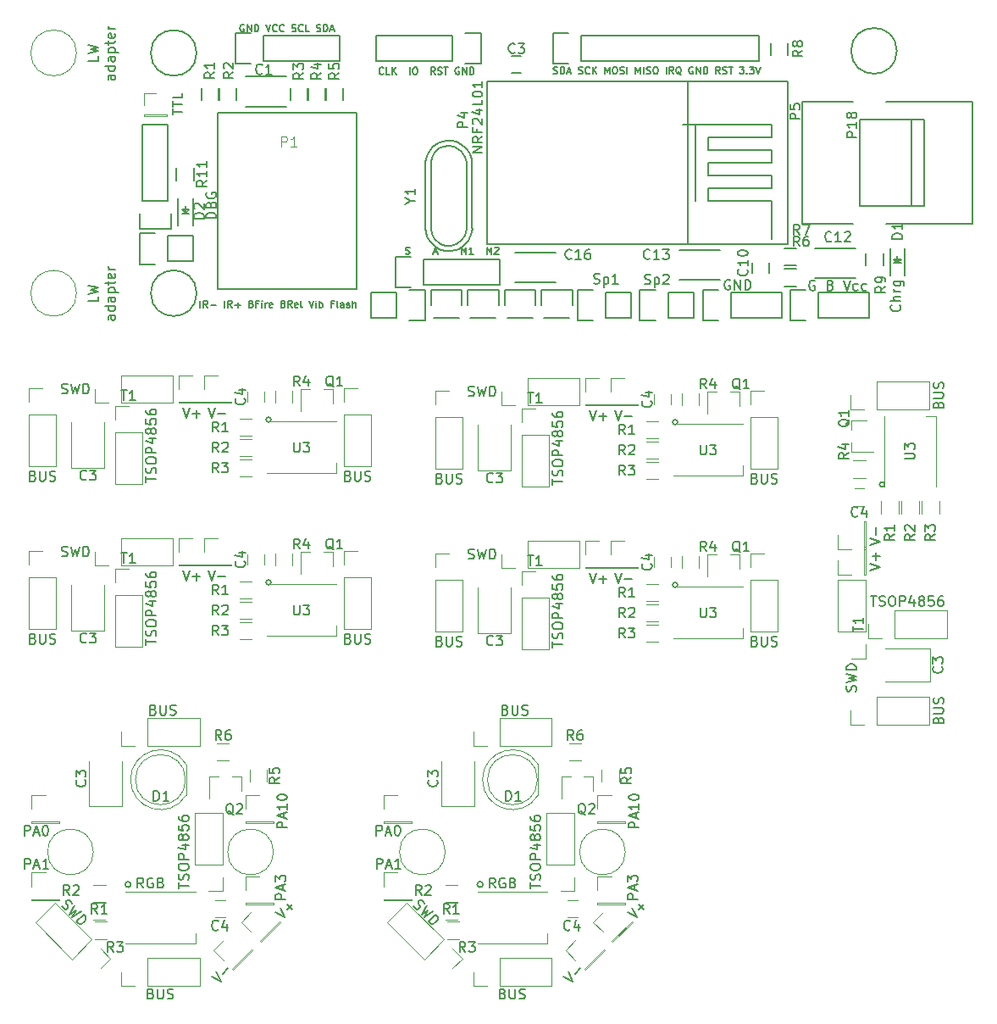
<source format=gto>
G04 #@! TF.FileFunction,Legend,Top*
%FSLAX46Y46*%
G04 Gerber Fmt 4.6, Leading zero omitted, Abs format (unit mm)*
G04 Created by KiCad (PCBNEW 4.0.5) date Thu Mar  9 22:32:22 2017*
%MOMM*%
%LPD*%
G01*
G04 APERTURE LIST*
%ADD10C,0.100000*%
%ADD11C,0.200000*%
%ADD12C,0.150000*%
%ADD13C,0.120000*%
G04 APERTURE END LIST*
D10*
D11*
X69432052Y-107010200D02*
G75*
G03X69432052Y-107010200I-280552J0D01*
G01*
X48260000Y-76835000D02*
G75*
G03X48260000Y-76835000I-254000J0D01*
G01*
X88900000Y-77089000D02*
G75*
G03X88900000Y-77089000I-254000J0D01*
G01*
X109601000Y-67056000D02*
G75*
G03X109601000Y-67056000I-254000J0D01*
G01*
X88900000Y-60833000D02*
G75*
G03X88900000Y-60833000I-254000J0D01*
G01*
X30971381Y-48267904D02*
X30971381Y-48744095D01*
X29971381Y-48744095D01*
X29971381Y-48029809D02*
X30971381Y-47791714D01*
X30257095Y-47601237D01*
X30971381Y-47410761D01*
X29971381Y-47172666D01*
X32671381Y-50172667D02*
X32147571Y-50172667D01*
X32052333Y-50220286D01*
X32004714Y-50315524D01*
X32004714Y-50506001D01*
X32052333Y-50601239D01*
X32623762Y-50172667D02*
X32671381Y-50267905D01*
X32671381Y-50506001D01*
X32623762Y-50601239D01*
X32528524Y-50648858D01*
X32433286Y-50648858D01*
X32338048Y-50601239D01*
X32290429Y-50506001D01*
X32290429Y-50267905D01*
X32242810Y-50172667D01*
X32671381Y-49267905D02*
X31671381Y-49267905D01*
X32623762Y-49267905D02*
X32671381Y-49363143D01*
X32671381Y-49553620D01*
X32623762Y-49648858D01*
X32576143Y-49696477D01*
X32480905Y-49744096D01*
X32195190Y-49744096D01*
X32099952Y-49696477D01*
X32052333Y-49648858D01*
X32004714Y-49553620D01*
X32004714Y-49363143D01*
X32052333Y-49267905D01*
X32671381Y-48363143D02*
X32147571Y-48363143D01*
X32052333Y-48410762D01*
X32004714Y-48506000D01*
X32004714Y-48696477D01*
X32052333Y-48791715D01*
X32623762Y-48363143D02*
X32671381Y-48458381D01*
X32671381Y-48696477D01*
X32623762Y-48791715D01*
X32528524Y-48839334D01*
X32433286Y-48839334D01*
X32338048Y-48791715D01*
X32290429Y-48696477D01*
X32290429Y-48458381D01*
X32242810Y-48363143D01*
X32004714Y-47886953D02*
X33004714Y-47886953D01*
X32052333Y-47886953D02*
X32004714Y-47791715D01*
X32004714Y-47601238D01*
X32052333Y-47506000D01*
X32099952Y-47458381D01*
X32195190Y-47410762D01*
X32480905Y-47410762D01*
X32576143Y-47458381D01*
X32623762Y-47506000D01*
X32671381Y-47601238D01*
X32671381Y-47791715D01*
X32623762Y-47886953D01*
X32004714Y-47125048D02*
X32004714Y-46744096D01*
X31671381Y-46982191D02*
X32528524Y-46982191D01*
X32623762Y-46934572D01*
X32671381Y-46839334D01*
X32671381Y-46744096D01*
X32623762Y-46029809D02*
X32671381Y-46125047D01*
X32671381Y-46315524D01*
X32623762Y-46410762D01*
X32528524Y-46458381D01*
X32147571Y-46458381D01*
X32052333Y-46410762D01*
X32004714Y-46315524D01*
X32004714Y-46125047D01*
X32052333Y-46029809D01*
X32147571Y-45982190D01*
X32242810Y-45982190D01*
X32338048Y-46458381D01*
X32671381Y-45553619D02*
X32004714Y-45553619D01*
X32195190Y-45553619D02*
X32099952Y-45506000D01*
X32052333Y-45458381D01*
X32004714Y-45363143D01*
X32004714Y-45267904D01*
X30971381Y-24264904D02*
X30971381Y-24741095D01*
X29971381Y-24741095D01*
X29971381Y-24026809D02*
X30971381Y-23788714D01*
X30257095Y-23598237D01*
X30971381Y-23407761D01*
X29971381Y-23169666D01*
X32671381Y-26169667D02*
X32147571Y-26169667D01*
X32052333Y-26217286D01*
X32004714Y-26312524D01*
X32004714Y-26503001D01*
X32052333Y-26598239D01*
X32623762Y-26169667D02*
X32671381Y-26264905D01*
X32671381Y-26503001D01*
X32623762Y-26598239D01*
X32528524Y-26645858D01*
X32433286Y-26645858D01*
X32338048Y-26598239D01*
X32290429Y-26503001D01*
X32290429Y-26264905D01*
X32242810Y-26169667D01*
X32671381Y-25264905D02*
X31671381Y-25264905D01*
X32623762Y-25264905D02*
X32671381Y-25360143D01*
X32671381Y-25550620D01*
X32623762Y-25645858D01*
X32576143Y-25693477D01*
X32480905Y-25741096D01*
X32195190Y-25741096D01*
X32099952Y-25693477D01*
X32052333Y-25645858D01*
X32004714Y-25550620D01*
X32004714Y-25360143D01*
X32052333Y-25264905D01*
X32671381Y-24360143D02*
X32147571Y-24360143D01*
X32052333Y-24407762D01*
X32004714Y-24503000D01*
X32004714Y-24693477D01*
X32052333Y-24788715D01*
X32623762Y-24360143D02*
X32671381Y-24455381D01*
X32671381Y-24693477D01*
X32623762Y-24788715D01*
X32528524Y-24836334D01*
X32433286Y-24836334D01*
X32338048Y-24788715D01*
X32290429Y-24693477D01*
X32290429Y-24455381D01*
X32242810Y-24360143D01*
X32004714Y-23883953D02*
X33004714Y-23883953D01*
X32052333Y-23883953D02*
X32004714Y-23788715D01*
X32004714Y-23598238D01*
X32052333Y-23503000D01*
X32099952Y-23455381D01*
X32195190Y-23407762D01*
X32480905Y-23407762D01*
X32576143Y-23455381D01*
X32623762Y-23503000D01*
X32671381Y-23598238D01*
X32671381Y-23788715D01*
X32623762Y-23883953D01*
X32004714Y-23122048D02*
X32004714Y-22741096D01*
X31671381Y-22979191D02*
X32528524Y-22979191D01*
X32623762Y-22931572D01*
X32671381Y-22836334D01*
X32671381Y-22741096D01*
X32623762Y-22026809D02*
X32671381Y-22122047D01*
X32671381Y-22312524D01*
X32623762Y-22407762D01*
X32528524Y-22455381D01*
X32147571Y-22455381D01*
X32052333Y-22407762D01*
X32004714Y-22312524D01*
X32004714Y-22122047D01*
X32052333Y-22026809D01*
X32147571Y-21979190D01*
X32242810Y-21979190D01*
X32338048Y-22455381D01*
X32671381Y-21550619D02*
X32004714Y-21550619D01*
X32195190Y-21550619D02*
X32099952Y-21503000D01*
X32052333Y-21455381D01*
X32004714Y-21360143D01*
X32004714Y-21264904D01*
D12*
X45551467Y-21163800D02*
X45484801Y-21130467D01*
X45384801Y-21130467D01*
X45284801Y-21163800D01*
X45218134Y-21230467D01*
X45184801Y-21297133D01*
X45151467Y-21430467D01*
X45151467Y-21530467D01*
X45184801Y-21663800D01*
X45218134Y-21730467D01*
X45284801Y-21797133D01*
X45384801Y-21830467D01*
X45451467Y-21830467D01*
X45551467Y-21797133D01*
X45584801Y-21763800D01*
X45584801Y-21530467D01*
X45451467Y-21530467D01*
X45884801Y-21830467D02*
X45884801Y-21130467D01*
X46284801Y-21830467D01*
X46284801Y-21130467D01*
X46618134Y-21830467D02*
X46618134Y-21130467D01*
X46784800Y-21130467D01*
X46884800Y-21163800D01*
X46951467Y-21230467D01*
X46984800Y-21297133D01*
X47018134Y-21430467D01*
X47018134Y-21530467D01*
X46984800Y-21663800D01*
X46951467Y-21730467D01*
X46884800Y-21797133D01*
X46784800Y-21830467D01*
X46618134Y-21830467D01*
X47751467Y-21130467D02*
X47984800Y-21830467D01*
X48218133Y-21130467D01*
X48851467Y-21763800D02*
X48818133Y-21797133D01*
X48718133Y-21830467D01*
X48651467Y-21830467D01*
X48551467Y-21797133D01*
X48484800Y-21730467D01*
X48451467Y-21663800D01*
X48418133Y-21530467D01*
X48418133Y-21430467D01*
X48451467Y-21297133D01*
X48484800Y-21230467D01*
X48551467Y-21163800D01*
X48651467Y-21130467D01*
X48718133Y-21130467D01*
X48818133Y-21163800D01*
X48851467Y-21197133D01*
X49551467Y-21763800D02*
X49518133Y-21797133D01*
X49418133Y-21830467D01*
X49351467Y-21830467D01*
X49251467Y-21797133D01*
X49184800Y-21730467D01*
X49151467Y-21663800D01*
X49118133Y-21530467D01*
X49118133Y-21430467D01*
X49151467Y-21297133D01*
X49184800Y-21230467D01*
X49251467Y-21163800D01*
X49351467Y-21130467D01*
X49418133Y-21130467D01*
X49518133Y-21163800D01*
X49551467Y-21197133D01*
X50351466Y-21797133D02*
X50451466Y-21830467D01*
X50618133Y-21830467D01*
X50684800Y-21797133D01*
X50718133Y-21763800D01*
X50751466Y-21697133D01*
X50751466Y-21630467D01*
X50718133Y-21563800D01*
X50684800Y-21530467D01*
X50618133Y-21497133D01*
X50484800Y-21463800D01*
X50418133Y-21430467D01*
X50384800Y-21397133D01*
X50351466Y-21330467D01*
X50351466Y-21263800D01*
X50384800Y-21197133D01*
X50418133Y-21163800D01*
X50484800Y-21130467D01*
X50651466Y-21130467D01*
X50751466Y-21163800D01*
X51451467Y-21763800D02*
X51418133Y-21797133D01*
X51318133Y-21830467D01*
X51251467Y-21830467D01*
X51151467Y-21797133D01*
X51084800Y-21730467D01*
X51051467Y-21663800D01*
X51018133Y-21530467D01*
X51018133Y-21430467D01*
X51051467Y-21297133D01*
X51084800Y-21230467D01*
X51151467Y-21163800D01*
X51251467Y-21130467D01*
X51318133Y-21130467D01*
X51418133Y-21163800D01*
X51451467Y-21197133D01*
X52084800Y-21830467D02*
X51751467Y-21830467D01*
X51751467Y-21130467D01*
X52818133Y-21797133D02*
X52918133Y-21830467D01*
X53084800Y-21830467D01*
X53151467Y-21797133D01*
X53184800Y-21763800D01*
X53218133Y-21697133D01*
X53218133Y-21630467D01*
X53184800Y-21563800D01*
X53151467Y-21530467D01*
X53084800Y-21497133D01*
X52951467Y-21463800D01*
X52884800Y-21430467D01*
X52851467Y-21397133D01*
X52818133Y-21330467D01*
X52818133Y-21263800D01*
X52851467Y-21197133D01*
X52884800Y-21163800D01*
X52951467Y-21130467D01*
X53118133Y-21130467D01*
X53218133Y-21163800D01*
X53518134Y-21830467D02*
X53518134Y-21130467D01*
X53684800Y-21130467D01*
X53784800Y-21163800D01*
X53851467Y-21230467D01*
X53884800Y-21297133D01*
X53918134Y-21430467D01*
X53918134Y-21530467D01*
X53884800Y-21663800D01*
X53851467Y-21730467D01*
X53784800Y-21797133D01*
X53684800Y-21830467D01*
X53518134Y-21830467D01*
X54184800Y-21630467D02*
X54518134Y-21630467D01*
X54118134Y-21830467D02*
X54351467Y-21130467D01*
X54584800Y-21830467D01*
X76500535Y-26013533D02*
X76600535Y-26046867D01*
X76767202Y-26046867D01*
X76833869Y-26013533D01*
X76867202Y-25980200D01*
X76900535Y-25913533D01*
X76900535Y-25846867D01*
X76867202Y-25780200D01*
X76833869Y-25746867D01*
X76767202Y-25713533D01*
X76633869Y-25680200D01*
X76567202Y-25646867D01*
X76533869Y-25613533D01*
X76500535Y-25546867D01*
X76500535Y-25480200D01*
X76533869Y-25413533D01*
X76567202Y-25380200D01*
X76633869Y-25346867D01*
X76800535Y-25346867D01*
X76900535Y-25380200D01*
X77200536Y-26046867D02*
X77200536Y-25346867D01*
X77367202Y-25346867D01*
X77467202Y-25380200D01*
X77533869Y-25446867D01*
X77567202Y-25513533D01*
X77600536Y-25646867D01*
X77600536Y-25746867D01*
X77567202Y-25880200D01*
X77533869Y-25946867D01*
X77467202Y-26013533D01*
X77367202Y-26046867D01*
X77200536Y-26046867D01*
X77867202Y-25846867D02*
X78200536Y-25846867D01*
X77800536Y-26046867D02*
X78033869Y-25346867D01*
X78267202Y-26046867D01*
X79000535Y-26013533D02*
X79100535Y-26046867D01*
X79267202Y-26046867D01*
X79333869Y-26013533D01*
X79367202Y-25980200D01*
X79400535Y-25913533D01*
X79400535Y-25846867D01*
X79367202Y-25780200D01*
X79333869Y-25746867D01*
X79267202Y-25713533D01*
X79133869Y-25680200D01*
X79067202Y-25646867D01*
X79033869Y-25613533D01*
X79000535Y-25546867D01*
X79000535Y-25480200D01*
X79033869Y-25413533D01*
X79067202Y-25380200D01*
X79133869Y-25346867D01*
X79300535Y-25346867D01*
X79400535Y-25380200D01*
X80100536Y-25980200D02*
X80067202Y-26013533D01*
X79967202Y-26046867D01*
X79900536Y-26046867D01*
X79800536Y-26013533D01*
X79733869Y-25946867D01*
X79700536Y-25880200D01*
X79667202Y-25746867D01*
X79667202Y-25646867D01*
X79700536Y-25513533D01*
X79733869Y-25446867D01*
X79800536Y-25380200D01*
X79900536Y-25346867D01*
X79967202Y-25346867D01*
X80067202Y-25380200D01*
X80100536Y-25413533D01*
X80400536Y-26046867D02*
X80400536Y-25346867D01*
X80800536Y-26046867D02*
X80500536Y-25646867D01*
X80800536Y-25346867D02*
X80400536Y-25746867D01*
X81633869Y-26046867D02*
X81633869Y-25346867D01*
X81867202Y-25846867D01*
X82100535Y-25346867D01*
X82100535Y-26046867D01*
X82567202Y-25346867D02*
X82700535Y-25346867D01*
X82767202Y-25380200D01*
X82833869Y-25446867D01*
X82867202Y-25580200D01*
X82867202Y-25813533D01*
X82833869Y-25946867D01*
X82767202Y-26013533D01*
X82700535Y-26046867D01*
X82567202Y-26046867D01*
X82500535Y-26013533D01*
X82433869Y-25946867D01*
X82400535Y-25813533D01*
X82400535Y-25580200D01*
X82433869Y-25446867D01*
X82500535Y-25380200D01*
X82567202Y-25346867D01*
X83133868Y-26013533D02*
X83233868Y-26046867D01*
X83400535Y-26046867D01*
X83467202Y-26013533D01*
X83500535Y-25980200D01*
X83533868Y-25913533D01*
X83533868Y-25846867D01*
X83500535Y-25780200D01*
X83467202Y-25746867D01*
X83400535Y-25713533D01*
X83267202Y-25680200D01*
X83200535Y-25646867D01*
X83167202Y-25613533D01*
X83133868Y-25546867D01*
X83133868Y-25480200D01*
X83167202Y-25413533D01*
X83200535Y-25380200D01*
X83267202Y-25346867D01*
X83433868Y-25346867D01*
X83533868Y-25380200D01*
X83833869Y-26046867D02*
X83833869Y-25346867D01*
X84700535Y-26046867D02*
X84700535Y-25346867D01*
X84933868Y-25846867D01*
X85167201Y-25346867D01*
X85167201Y-26046867D01*
X85500535Y-26046867D02*
X85500535Y-25346867D01*
X85800534Y-26013533D02*
X85900534Y-26046867D01*
X86067201Y-26046867D01*
X86133868Y-26013533D01*
X86167201Y-25980200D01*
X86200534Y-25913533D01*
X86200534Y-25846867D01*
X86167201Y-25780200D01*
X86133868Y-25746867D01*
X86067201Y-25713533D01*
X85933868Y-25680200D01*
X85867201Y-25646867D01*
X85833868Y-25613533D01*
X85800534Y-25546867D01*
X85800534Y-25480200D01*
X85833868Y-25413533D01*
X85867201Y-25380200D01*
X85933868Y-25346867D01*
X86100534Y-25346867D01*
X86200534Y-25380200D01*
X86633868Y-25346867D02*
X86767201Y-25346867D01*
X86833868Y-25380200D01*
X86900535Y-25446867D01*
X86933868Y-25580200D01*
X86933868Y-25813533D01*
X86900535Y-25946867D01*
X86833868Y-26013533D01*
X86767201Y-26046867D01*
X86633868Y-26046867D01*
X86567201Y-26013533D01*
X86500535Y-25946867D01*
X86467201Y-25813533D01*
X86467201Y-25580200D01*
X86500535Y-25446867D01*
X86567201Y-25380200D01*
X86633868Y-25346867D01*
X87767201Y-26046867D02*
X87767201Y-25346867D01*
X88500534Y-26046867D02*
X88267200Y-25713533D01*
X88100534Y-26046867D02*
X88100534Y-25346867D01*
X88367200Y-25346867D01*
X88433867Y-25380200D01*
X88467200Y-25413533D01*
X88500534Y-25480200D01*
X88500534Y-25580200D01*
X88467200Y-25646867D01*
X88433867Y-25680200D01*
X88367200Y-25713533D01*
X88100534Y-25713533D01*
X89267200Y-26113533D02*
X89200534Y-26080200D01*
X89133867Y-26013533D01*
X89033867Y-25913533D01*
X88967200Y-25880200D01*
X88900534Y-25880200D01*
X88933867Y-26046867D02*
X88867200Y-26013533D01*
X88800534Y-25946867D01*
X88767200Y-25813533D01*
X88767200Y-25580200D01*
X88800534Y-25446867D01*
X88867200Y-25380200D01*
X88933867Y-25346867D01*
X89067200Y-25346867D01*
X89133867Y-25380200D01*
X89200534Y-25446867D01*
X89233867Y-25580200D01*
X89233867Y-25813533D01*
X89200534Y-25946867D01*
X89133867Y-26013533D01*
X89067200Y-26046867D01*
X88933867Y-26046867D01*
X90433866Y-25380200D02*
X90367200Y-25346867D01*
X90267200Y-25346867D01*
X90167200Y-25380200D01*
X90100533Y-25446867D01*
X90067200Y-25513533D01*
X90033866Y-25646867D01*
X90033866Y-25746867D01*
X90067200Y-25880200D01*
X90100533Y-25946867D01*
X90167200Y-26013533D01*
X90267200Y-26046867D01*
X90333866Y-26046867D01*
X90433866Y-26013533D01*
X90467200Y-25980200D01*
X90467200Y-25746867D01*
X90333866Y-25746867D01*
X90767200Y-26046867D02*
X90767200Y-25346867D01*
X91167200Y-26046867D01*
X91167200Y-25346867D01*
X91500533Y-26046867D02*
X91500533Y-25346867D01*
X91667199Y-25346867D01*
X91767199Y-25380200D01*
X91833866Y-25446867D01*
X91867199Y-25513533D01*
X91900533Y-25646867D01*
X91900533Y-25746867D01*
X91867199Y-25880200D01*
X91833866Y-25946867D01*
X91767199Y-26013533D01*
X91667199Y-26046867D01*
X91500533Y-26046867D01*
X93133866Y-26046867D02*
X92900532Y-25713533D01*
X92733866Y-26046867D02*
X92733866Y-25346867D01*
X93000532Y-25346867D01*
X93067199Y-25380200D01*
X93100532Y-25413533D01*
X93133866Y-25480200D01*
X93133866Y-25580200D01*
X93100532Y-25646867D01*
X93067199Y-25680200D01*
X93000532Y-25713533D01*
X92733866Y-25713533D01*
X93400532Y-26013533D02*
X93500532Y-26046867D01*
X93667199Y-26046867D01*
X93733866Y-26013533D01*
X93767199Y-25980200D01*
X93800532Y-25913533D01*
X93800532Y-25846867D01*
X93767199Y-25780200D01*
X93733866Y-25746867D01*
X93667199Y-25713533D01*
X93533866Y-25680200D01*
X93467199Y-25646867D01*
X93433866Y-25613533D01*
X93400532Y-25546867D01*
X93400532Y-25480200D01*
X93433866Y-25413533D01*
X93467199Y-25380200D01*
X93533866Y-25346867D01*
X93700532Y-25346867D01*
X93800532Y-25380200D01*
X94000533Y-25346867D02*
X94400533Y-25346867D01*
X94200533Y-26046867D02*
X94200533Y-25346867D01*
X95100532Y-25346867D02*
X95533865Y-25346867D01*
X95300532Y-25613533D01*
X95400532Y-25613533D01*
X95467199Y-25646867D01*
X95500532Y-25680200D01*
X95533865Y-25746867D01*
X95533865Y-25913533D01*
X95500532Y-25980200D01*
X95467199Y-26013533D01*
X95400532Y-26046867D01*
X95200532Y-26046867D01*
X95133865Y-26013533D01*
X95100532Y-25980200D01*
X95833866Y-25980200D02*
X95867199Y-26013533D01*
X95833866Y-26046867D01*
X95800532Y-26013533D01*
X95833866Y-25980200D01*
X95833866Y-26046867D01*
X96100532Y-25346867D02*
X96533865Y-25346867D01*
X96300532Y-25613533D01*
X96400532Y-25613533D01*
X96467199Y-25646867D01*
X96500532Y-25680200D01*
X96533865Y-25746867D01*
X96533865Y-25913533D01*
X96500532Y-25980200D01*
X96467199Y-26013533D01*
X96400532Y-26046867D01*
X96200532Y-26046867D01*
X96133865Y-26013533D01*
X96100532Y-25980200D01*
X96733866Y-25346867D02*
X96967199Y-26046867D01*
X97200532Y-25346867D01*
X41191869Y-49389467D02*
X41191869Y-48689467D01*
X41925202Y-49389467D02*
X41691868Y-49056133D01*
X41525202Y-49389467D02*
X41525202Y-48689467D01*
X41791868Y-48689467D01*
X41858535Y-48722800D01*
X41891868Y-48756133D01*
X41925202Y-48822800D01*
X41925202Y-48922800D01*
X41891868Y-48989467D01*
X41858535Y-49022800D01*
X41791868Y-49056133D01*
X41525202Y-49056133D01*
X42225202Y-49122800D02*
X42758535Y-49122800D01*
X43625202Y-49389467D02*
X43625202Y-48689467D01*
X44358535Y-49389467D02*
X44125201Y-49056133D01*
X43958535Y-49389467D02*
X43958535Y-48689467D01*
X44225201Y-48689467D01*
X44291868Y-48722800D01*
X44325201Y-48756133D01*
X44358535Y-48822800D01*
X44358535Y-48922800D01*
X44325201Y-48989467D01*
X44291868Y-49022800D01*
X44225201Y-49056133D01*
X43958535Y-49056133D01*
X44658535Y-49122800D02*
X45191868Y-49122800D01*
X44925201Y-49389467D02*
X44925201Y-48856133D01*
X46291868Y-49022800D02*
X46391868Y-49056133D01*
X46425201Y-49089467D01*
X46458535Y-49156133D01*
X46458535Y-49256133D01*
X46425201Y-49322800D01*
X46391868Y-49356133D01*
X46325201Y-49389467D01*
X46058535Y-49389467D01*
X46058535Y-48689467D01*
X46291868Y-48689467D01*
X46358535Y-48722800D01*
X46391868Y-48756133D01*
X46425201Y-48822800D01*
X46425201Y-48889467D01*
X46391868Y-48956133D01*
X46358535Y-48989467D01*
X46291868Y-49022800D01*
X46058535Y-49022800D01*
X46991868Y-49022800D02*
X46758535Y-49022800D01*
X46758535Y-49389467D02*
X46758535Y-48689467D01*
X47091868Y-48689467D01*
X47358535Y-49389467D02*
X47358535Y-48922800D01*
X47358535Y-48689467D02*
X47325201Y-48722800D01*
X47358535Y-48756133D01*
X47391868Y-48722800D01*
X47358535Y-48689467D01*
X47358535Y-48756133D01*
X47691868Y-49389467D02*
X47691868Y-48922800D01*
X47691868Y-49056133D02*
X47725201Y-48989467D01*
X47758534Y-48956133D01*
X47825201Y-48922800D01*
X47891868Y-48922800D01*
X48391867Y-49356133D02*
X48325201Y-49389467D01*
X48191867Y-49389467D01*
X48125201Y-49356133D01*
X48091867Y-49289467D01*
X48091867Y-49022800D01*
X48125201Y-48956133D01*
X48191867Y-48922800D01*
X48325201Y-48922800D01*
X48391867Y-48956133D01*
X48425201Y-49022800D01*
X48425201Y-49089467D01*
X48091867Y-49156133D01*
X49491867Y-49022800D02*
X49591867Y-49056133D01*
X49625200Y-49089467D01*
X49658534Y-49156133D01*
X49658534Y-49256133D01*
X49625200Y-49322800D01*
X49591867Y-49356133D01*
X49525200Y-49389467D01*
X49258534Y-49389467D01*
X49258534Y-48689467D01*
X49491867Y-48689467D01*
X49558534Y-48722800D01*
X49591867Y-48756133D01*
X49625200Y-48822800D01*
X49625200Y-48889467D01*
X49591867Y-48956133D01*
X49558534Y-48989467D01*
X49491867Y-49022800D01*
X49258534Y-49022800D01*
X50358534Y-49389467D02*
X50125200Y-49056133D01*
X49958534Y-49389467D02*
X49958534Y-48689467D01*
X50225200Y-48689467D01*
X50291867Y-48722800D01*
X50325200Y-48756133D01*
X50358534Y-48822800D01*
X50358534Y-48922800D01*
X50325200Y-48989467D01*
X50291867Y-49022800D01*
X50225200Y-49056133D01*
X49958534Y-49056133D01*
X50925200Y-49356133D02*
X50858534Y-49389467D01*
X50725200Y-49389467D01*
X50658534Y-49356133D01*
X50625200Y-49289467D01*
X50625200Y-49022800D01*
X50658534Y-48956133D01*
X50725200Y-48922800D01*
X50858534Y-48922800D01*
X50925200Y-48956133D01*
X50958534Y-49022800D01*
X50958534Y-49089467D01*
X50625200Y-49156133D01*
X51358534Y-49389467D02*
X51291867Y-49356133D01*
X51258534Y-49289467D01*
X51258534Y-48689467D01*
X52058534Y-48689467D02*
X52291867Y-49389467D01*
X52525200Y-48689467D01*
X52758534Y-49389467D02*
X52758534Y-48922800D01*
X52758534Y-48689467D02*
X52725200Y-48722800D01*
X52758534Y-48756133D01*
X52791867Y-48722800D01*
X52758534Y-48689467D01*
X52758534Y-48756133D01*
X53091867Y-49389467D02*
X53091867Y-48689467D01*
X53091867Y-48956133D02*
X53158533Y-48922800D01*
X53291867Y-48922800D01*
X53358533Y-48956133D01*
X53391867Y-48989467D01*
X53425200Y-49056133D01*
X53425200Y-49256133D01*
X53391867Y-49322800D01*
X53358533Y-49356133D01*
X53291867Y-49389467D01*
X53158533Y-49389467D01*
X53091867Y-49356133D01*
X54491866Y-49022800D02*
X54258533Y-49022800D01*
X54258533Y-49389467D02*
X54258533Y-48689467D01*
X54591866Y-48689467D01*
X54958533Y-49389467D02*
X54891866Y-49356133D01*
X54858533Y-49289467D01*
X54858533Y-48689467D01*
X55525200Y-49389467D02*
X55525200Y-49022800D01*
X55491866Y-48956133D01*
X55425200Y-48922800D01*
X55291866Y-48922800D01*
X55225200Y-48956133D01*
X55525200Y-49356133D02*
X55458533Y-49389467D01*
X55291866Y-49389467D01*
X55225200Y-49356133D01*
X55191866Y-49289467D01*
X55191866Y-49222800D01*
X55225200Y-49156133D01*
X55291866Y-49122800D01*
X55458533Y-49122800D01*
X55525200Y-49089467D01*
X55825199Y-49356133D02*
X55891866Y-49389467D01*
X56025199Y-49389467D01*
X56091866Y-49356133D01*
X56125199Y-49289467D01*
X56125199Y-49256133D01*
X56091866Y-49189467D01*
X56025199Y-49156133D01*
X55925199Y-49156133D01*
X55858533Y-49122800D01*
X55825199Y-49056133D01*
X55825199Y-49022800D01*
X55858533Y-48956133D01*
X55925199Y-48922800D01*
X56025199Y-48922800D01*
X56091866Y-48956133D01*
X56425200Y-49389467D02*
X56425200Y-48689467D01*
X56725200Y-49389467D02*
X56725200Y-49022800D01*
X56691866Y-48956133D01*
X56625200Y-48922800D01*
X56525200Y-48922800D01*
X56458533Y-48956133D01*
X56425200Y-48989467D01*
X61736868Y-44022133D02*
X61836868Y-44055467D01*
X62003535Y-44055467D01*
X62070202Y-44022133D01*
X62103535Y-43988800D01*
X62136868Y-43922133D01*
X62136868Y-43855467D01*
X62103535Y-43788800D01*
X62070202Y-43755467D01*
X62003535Y-43722133D01*
X61870202Y-43688800D01*
X61803535Y-43655467D01*
X61770202Y-43622133D01*
X61736868Y-43555467D01*
X61736868Y-43488800D01*
X61770202Y-43422133D01*
X61803535Y-43388800D01*
X61870202Y-43355467D01*
X62036868Y-43355467D01*
X62136868Y-43388800D01*
X64536867Y-43855467D02*
X64870201Y-43855467D01*
X64470201Y-44055467D02*
X64703534Y-43355467D01*
X64936867Y-44055467D01*
X67303533Y-44055467D02*
X67303533Y-43355467D01*
X67536866Y-43855467D01*
X67770199Y-43355467D01*
X67770199Y-44055467D01*
X68470199Y-44055467D02*
X68070199Y-44055467D01*
X68270199Y-44055467D02*
X68270199Y-43355467D01*
X68203533Y-43455467D01*
X68136866Y-43522133D01*
X68070199Y-43555467D01*
X69836866Y-44055467D02*
X69836866Y-43355467D01*
X70070199Y-43855467D01*
X70303532Y-43355467D01*
X70303532Y-44055467D01*
X70603532Y-43422133D02*
X70636866Y-43388800D01*
X70703532Y-43355467D01*
X70870199Y-43355467D01*
X70936866Y-43388800D01*
X70970199Y-43422133D01*
X71003532Y-43488800D01*
X71003532Y-43555467D01*
X70970199Y-43655467D01*
X70570199Y-44055467D01*
X71003532Y-44055467D01*
X85602914Y-47013762D02*
X85745771Y-47061381D01*
X85983867Y-47061381D01*
X86079105Y-47013762D01*
X86126724Y-46966143D01*
X86174343Y-46870905D01*
X86174343Y-46775667D01*
X86126724Y-46680429D01*
X86079105Y-46632810D01*
X85983867Y-46585190D01*
X85793390Y-46537571D01*
X85698152Y-46489952D01*
X85650533Y-46442333D01*
X85602914Y-46347095D01*
X85602914Y-46251857D01*
X85650533Y-46156619D01*
X85698152Y-46109000D01*
X85793390Y-46061381D01*
X86031486Y-46061381D01*
X86174343Y-46109000D01*
X86602914Y-46394714D02*
X86602914Y-47394714D01*
X86602914Y-46442333D02*
X86698152Y-46394714D01*
X86888629Y-46394714D01*
X86983867Y-46442333D01*
X87031486Y-46489952D01*
X87079105Y-46585190D01*
X87079105Y-46870905D01*
X87031486Y-46966143D01*
X86983867Y-47013762D01*
X86888629Y-47061381D01*
X86698152Y-47061381D01*
X86602914Y-47013762D01*
X87460057Y-46156619D02*
X87507676Y-46109000D01*
X87602914Y-46061381D01*
X87841010Y-46061381D01*
X87936248Y-46109000D01*
X87983867Y-46156619D01*
X88031486Y-46251857D01*
X88031486Y-46347095D01*
X87983867Y-46489952D01*
X87412438Y-47061381D01*
X88031486Y-47061381D01*
X80522914Y-46962962D02*
X80665771Y-47010581D01*
X80903867Y-47010581D01*
X80999105Y-46962962D01*
X81046724Y-46915343D01*
X81094343Y-46820105D01*
X81094343Y-46724867D01*
X81046724Y-46629629D01*
X80999105Y-46582010D01*
X80903867Y-46534390D01*
X80713390Y-46486771D01*
X80618152Y-46439152D01*
X80570533Y-46391533D01*
X80522914Y-46296295D01*
X80522914Y-46201057D01*
X80570533Y-46105819D01*
X80618152Y-46058200D01*
X80713390Y-46010581D01*
X80951486Y-46010581D01*
X81094343Y-46058200D01*
X81522914Y-46343914D02*
X81522914Y-47343914D01*
X81522914Y-46391533D02*
X81618152Y-46343914D01*
X81808629Y-46343914D01*
X81903867Y-46391533D01*
X81951486Y-46439152D01*
X81999105Y-46534390D01*
X81999105Y-46820105D01*
X81951486Y-46915343D01*
X81903867Y-46962962D01*
X81808629Y-47010581D01*
X81618152Y-47010581D01*
X81522914Y-46962962D01*
X82951486Y-47010581D02*
X82380057Y-47010581D01*
X82665771Y-47010581D02*
X82665771Y-46010581D01*
X82570533Y-46153438D01*
X82475295Y-46248676D01*
X82380057Y-46296295D01*
X59504802Y-26031000D02*
X59471468Y-26064333D01*
X59371468Y-26097667D01*
X59304802Y-26097667D01*
X59204802Y-26064333D01*
X59138135Y-25997667D01*
X59104802Y-25931000D01*
X59071468Y-25797667D01*
X59071468Y-25697667D01*
X59104802Y-25564333D01*
X59138135Y-25497667D01*
X59204802Y-25431000D01*
X59304802Y-25397667D01*
X59371468Y-25397667D01*
X59471468Y-25431000D01*
X59504802Y-25464333D01*
X60138135Y-26097667D02*
X59804802Y-26097667D01*
X59804802Y-25397667D01*
X60371469Y-26097667D02*
X60371469Y-25397667D01*
X60771469Y-26097667D02*
X60471469Y-25697667D01*
X60771469Y-25397667D02*
X60371469Y-25797667D01*
X62138135Y-26097667D02*
X62138135Y-25397667D01*
X62604801Y-25397667D02*
X62738134Y-25397667D01*
X62804801Y-25431000D01*
X62871468Y-25497667D01*
X62904801Y-25631000D01*
X62904801Y-25864333D01*
X62871468Y-25997667D01*
X62804801Y-26064333D01*
X62738134Y-26097667D01*
X62604801Y-26097667D01*
X62538134Y-26064333D01*
X62471468Y-25997667D01*
X62438134Y-25864333D01*
X62438134Y-25631000D01*
X62471468Y-25497667D01*
X62538134Y-25431000D01*
X62604801Y-25397667D01*
X64671467Y-26097667D02*
X64438133Y-25764333D01*
X64271467Y-26097667D02*
X64271467Y-25397667D01*
X64538133Y-25397667D01*
X64604800Y-25431000D01*
X64638133Y-25464333D01*
X64671467Y-25531000D01*
X64671467Y-25631000D01*
X64638133Y-25697667D01*
X64604800Y-25731000D01*
X64538133Y-25764333D01*
X64271467Y-25764333D01*
X64938133Y-26064333D02*
X65038133Y-26097667D01*
X65204800Y-26097667D01*
X65271467Y-26064333D01*
X65304800Y-26031000D01*
X65338133Y-25964333D01*
X65338133Y-25897667D01*
X65304800Y-25831000D01*
X65271467Y-25797667D01*
X65204800Y-25764333D01*
X65071467Y-25731000D01*
X65004800Y-25697667D01*
X64971467Y-25664333D01*
X64938133Y-25597667D01*
X64938133Y-25531000D01*
X64971467Y-25464333D01*
X65004800Y-25431000D01*
X65071467Y-25397667D01*
X65238133Y-25397667D01*
X65338133Y-25431000D01*
X65538134Y-25397667D02*
X65938134Y-25397667D01*
X65738134Y-26097667D02*
X65738134Y-25397667D01*
X67071466Y-25431000D02*
X67004800Y-25397667D01*
X66904800Y-25397667D01*
X66804800Y-25431000D01*
X66738133Y-25497667D01*
X66704800Y-25564333D01*
X66671466Y-25697667D01*
X66671466Y-25797667D01*
X66704800Y-25931000D01*
X66738133Y-25997667D01*
X66804800Y-26064333D01*
X66904800Y-26097667D01*
X66971466Y-26097667D01*
X67071466Y-26064333D01*
X67104800Y-26031000D01*
X67104800Y-25797667D01*
X66971466Y-25797667D01*
X67404800Y-26097667D02*
X67404800Y-25397667D01*
X67804800Y-26097667D01*
X67804800Y-25397667D01*
X68138133Y-26097667D02*
X68138133Y-25397667D01*
X68304799Y-25397667D01*
X68404799Y-25431000D01*
X68471466Y-25497667D01*
X68504799Y-25564333D01*
X68538133Y-25697667D01*
X68538133Y-25797667D01*
X68504799Y-25931000D01*
X68471466Y-25997667D01*
X68404799Y-26064333D01*
X68304799Y-26097667D01*
X68138133Y-26097667D01*
D11*
X48260000Y-60579000D02*
G75*
G03X48260000Y-60579000I-254000J0D01*
G01*
X34253052Y-107010200D02*
G75*
G03X34253052Y-107010200I-280552J0D01*
G01*
D13*
X65676000Y-103759000D02*
G75*
G03X65676000Y-103759000I-2286000J0D01*
G01*
X83676000Y-103759000D02*
G75*
G03X83676000Y-103759000I-2286000J0D01*
G01*
X75890000Y-107750300D02*
X68890000Y-107750300D01*
X75890000Y-111900300D02*
X75890000Y-112900300D01*
X75890000Y-112900300D02*
X68890000Y-112900300D01*
X78580600Y-105029000D02*
X78580600Y-99829000D01*
X78580600Y-99829000D02*
X75800600Y-99829000D01*
X75800600Y-99829000D02*
X75800600Y-105029000D01*
X75800600Y-105029000D02*
X78580600Y-105029000D01*
X78580600Y-106299000D02*
X78580600Y-107689000D01*
X78580600Y-107689000D02*
X77190600Y-107689000D01*
X79253640Y-94651720D02*
X78053640Y-94651720D01*
X78053640Y-92891720D02*
X79253640Y-92891720D01*
X81289000Y-96739000D02*
X81289000Y-95539000D01*
X83049000Y-95539000D02*
X83049000Y-96739000D01*
X65846400Y-110740300D02*
X67046400Y-110740300D01*
X67046400Y-112500300D02*
X65846400Y-112500300D01*
X65681300Y-108797200D02*
X66881300Y-108797200D01*
X66881300Y-110557200D02*
X65681300Y-110557200D01*
X65694000Y-107070000D02*
X66894000Y-107070000D01*
X66894000Y-108830000D02*
X65694000Y-108830000D01*
X80447000Y-96229900D02*
X79517000Y-96229900D01*
X77287000Y-96229900D02*
X78217000Y-96229900D01*
X77287000Y-96229900D02*
X77287000Y-98389900D01*
X80447000Y-96229900D02*
X80447000Y-97689900D01*
X79569547Y-115457004D02*
X79654400Y-115541857D01*
X79654400Y-115541857D02*
X81620157Y-113576100D01*
X81620157Y-113576100D02*
X81535304Y-113491247D01*
X81535304Y-113491247D02*
X79569547Y-115457004D01*
X78671522Y-114558978D02*
X77688643Y-113576100D01*
X77688643Y-113576100D02*
X78671522Y-112593222D01*
X82338147Y-112650304D02*
X82423000Y-112735157D01*
X82423000Y-112735157D02*
X84388757Y-110769400D01*
X84388757Y-110769400D02*
X84303904Y-110684547D01*
X84303904Y-110684547D02*
X82338147Y-112650304D01*
X81440122Y-111752278D02*
X80457243Y-110769400D01*
X80457243Y-110769400D02*
X81440122Y-109786522D01*
X80893300Y-100749100D02*
X80893300Y-100869100D01*
X80893300Y-100869100D02*
X83673300Y-100869100D01*
X83673300Y-100869100D02*
X83673300Y-100749100D01*
X83673300Y-100749100D02*
X80893300Y-100749100D01*
X80893300Y-99479100D02*
X80893300Y-98089100D01*
X80893300Y-98089100D02*
X82283300Y-98089100D01*
X80893300Y-108864400D02*
X80893300Y-108984400D01*
X80893300Y-108984400D02*
X83673300Y-108984400D01*
X83673300Y-108984400D02*
X83673300Y-108864400D01*
X83673300Y-108864400D02*
X80893300Y-108864400D01*
X80893300Y-107594400D02*
X80893300Y-106204400D01*
X80893300Y-106204400D02*
X82283300Y-106204400D01*
X59519200Y-108470700D02*
X59519200Y-108590700D01*
X59519200Y-108590700D02*
X62299200Y-108590700D01*
X62299200Y-108590700D02*
X62299200Y-108470700D01*
X62299200Y-108470700D02*
X59519200Y-108470700D01*
X59519200Y-107200700D02*
X59519200Y-105810700D01*
X59519200Y-105810700D02*
X60909200Y-105810700D01*
X59519200Y-100749100D02*
X59519200Y-100869100D01*
X59519200Y-100869100D02*
X62299200Y-100869100D01*
X62299200Y-100869100D02*
X62299200Y-100749100D01*
X62299200Y-100749100D02*
X59519200Y-100749100D01*
X59519200Y-99479100D02*
X59519200Y-98089100D01*
X59519200Y-98089100D02*
X60909200Y-98089100D01*
X65515253Y-112520696D02*
X61838298Y-108843741D01*
X61838298Y-108843741D02*
X59872541Y-110809498D01*
X59872541Y-110809498D02*
X63549496Y-114486453D01*
X63549496Y-114486453D02*
X65515253Y-112520696D01*
X66413278Y-113418722D02*
X67396157Y-114401600D01*
X67396157Y-114401600D02*
X66413278Y-115384478D01*
X71120000Y-117149000D02*
X76320000Y-117149000D01*
X76320000Y-117149000D02*
X76320000Y-114369000D01*
X76320000Y-114369000D02*
X71120000Y-114369000D01*
X71120000Y-114369000D02*
X71120000Y-117149000D01*
X69850000Y-117149000D02*
X68460000Y-117149000D01*
X68460000Y-117149000D02*
X68460000Y-115759000D01*
X71120000Y-93149000D02*
X76320000Y-93149000D01*
X76320000Y-93149000D02*
X76320000Y-90369000D01*
X76320000Y-90369000D02*
X71120000Y-90369000D01*
X71120000Y-90369000D02*
X71120000Y-93149000D01*
X69850000Y-93149000D02*
X68460000Y-93149000D01*
X68460000Y-93149000D02*
X68460000Y-91759000D01*
X69400000Y-96544938D02*
G75*
G03X74950000Y-98090230I2990000J-462D01*
G01*
X69400000Y-96545862D02*
G75*
G02X74950000Y-95000570I2990000J462D01*
G01*
X74890000Y-96545400D02*
G75*
G03X74890000Y-96545400I-2500000J0D01*
G01*
X74950000Y-98090400D02*
X74950000Y-95000400D01*
X77897100Y-110298600D02*
X78897100Y-110298600D01*
X78897100Y-108598600D02*
X77897100Y-108598600D01*
X65266300Y-99218400D02*
X65266300Y-94668400D01*
X68566300Y-99218400D02*
X68566300Y-94668400D01*
X65266300Y-99218400D02*
X68566300Y-99218400D01*
X45120000Y-80781000D02*
X46320000Y-80781000D01*
X46320000Y-82541000D02*
X45120000Y-82541000D01*
X28322000Y-81667000D02*
X28322000Y-77117000D01*
X31622000Y-81667000D02*
X31622000Y-77117000D01*
X28322000Y-81667000D02*
X31622000Y-81667000D01*
X45886000Y-74049000D02*
X45886000Y-75049000D01*
X47586000Y-75049000D02*
X47586000Y-74049000D01*
X24010000Y-76327000D02*
X24010000Y-81527000D01*
X24010000Y-81527000D02*
X26790000Y-81527000D01*
X26790000Y-81527000D02*
X26790000Y-76327000D01*
X26790000Y-76327000D02*
X24010000Y-76327000D01*
X24010000Y-75057000D02*
X24010000Y-73667000D01*
X24010000Y-73667000D02*
X25400000Y-73667000D01*
X55506000Y-76327000D02*
X55506000Y-81527000D01*
X55506000Y-81527000D02*
X58286000Y-81527000D01*
X58286000Y-81527000D02*
X58286000Y-76327000D01*
X58286000Y-76327000D02*
X55506000Y-76327000D01*
X55506000Y-75057000D02*
X55506000Y-73667000D01*
X55506000Y-73667000D02*
X56896000Y-73667000D01*
X33274000Y-75177000D02*
X38474000Y-75177000D01*
X38474000Y-75177000D02*
X38474000Y-72397000D01*
X38474000Y-72397000D02*
X33274000Y-72397000D01*
X33274000Y-72397000D02*
X33274000Y-75177000D01*
X32004000Y-75177000D02*
X30614000Y-75177000D01*
X30614000Y-75177000D02*
X30614000Y-73787000D01*
X38996000Y-75057000D02*
X38996000Y-75177000D01*
X38996000Y-75177000D02*
X41776000Y-75177000D01*
X41776000Y-75177000D02*
X41776000Y-75057000D01*
X41776000Y-75057000D02*
X38996000Y-75057000D01*
X38996000Y-73787000D02*
X38996000Y-72397000D01*
X38996000Y-72397000D02*
X40386000Y-72397000D01*
X41536000Y-75057000D02*
X41536000Y-75177000D01*
X41536000Y-75177000D02*
X44316000Y-75177000D01*
X44316000Y-75177000D02*
X44316000Y-75057000D01*
X44316000Y-75057000D02*
X41536000Y-75057000D01*
X41536000Y-73787000D02*
X41536000Y-72397000D01*
X41536000Y-72397000D02*
X42926000Y-72397000D01*
X54412000Y-73789000D02*
X53482000Y-73789000D01*
X51252000Y-73789000D02*
X52182000Y-73789000D01*
X51252000Y-73789000D02*
X51252000Y-75949000D01*
X54412000Y-73789000D02*
X54412000Y-75249000D01*
X45120000Y-76717000D02*
X46320000Y-76717000D01*
X46320000Y-78477000D02*
X45120000Y-78477000D01*
X45120000Y-78749000D02*
X46320000Y-78749000D01*
X46320000Y-80509000D02*
X45120000Y-80509000D01*
X32646000Y-78105000D02*
X32646000Y-83305000D01*
X32646000Y-83305000D02*
X35426000Y-83305000D01*
X35426000Y-83305000D02*
X35426000Y-78105000D01*
X35426000Y-78105000D02*
X32646000Y-78105000D01*
X32646000Y-76835000D02*
X32646000Y-75445000D01*
X32646000Y-75445000D02*
X34036000Y-75445000D01*
X54808000Y-77029000D02*
X47808000Y-77029000D01*
X54808000Y-81179000D02*
X54808000Y-82179000D01*
X54808000Y-82179000D02*
X47808000Y-82179000D01*
X50410000Y-73949000D02*
X50410000Y-75149000D01*
X48650000Y-75149000D02*
X48650000Y-73949000D01*
X91050000Y-74203000D02*
X91050000Y-75403000D01*
X89290000Y-75403000D02*
X89290000Y-74203000D01*
X95448000Y-77283000D02*
X88448000Y-77283000D01*
X95448000Y-81433000D02*
X95448000Y-82433000D01*
X95448000Y-82433000D02*
X88448000Y-82433000D01*
X73286000Y-78359000D02*
X73286000Y-83559000D01*
X73286000Y-83559000D02*
X76066000Y-83559000D01*
X76066000Y-83559000D02*
X76066000Y-78359000D01*
X76066000Y-78359000D02*
X73286000Y-78359000D01*
X73286000Y-77089000D02*
X73286000Y-75699000D01*
X73286000Y-75699000D02*
X74676000Y-75699000D01*
X85760000Y-79003000D02*
X86960000Y-79003000D01*
X86960000Y-80763000D02*
X85760000Y-80763000D01*
X85760000Y-76971000D02*
X86960000Y-76971000D01*
X86960000Y-78731000D02*
X85760000Y-78731000D01*
X95052000Y-74043000D02*
X94122000Y-74043000D01*
X91892000Y-74043000D02*
X92822000Y-74043000D01*
X91892000Y-74043000D02*
X91892000Y-76203000D01*
X95052000Y-74043000D02*
X95052000Y-75503000D01*
X82176000Y-75311000D02*
X82176000Y-75431000D01*
X82176000Y-75431000D02*
X84956000Y-75431000D01*
X84956000Y-75431000D02*
X84956000Y-75311000D01*
X84956000Y-75311000D02*
X82176000Y-75311000D01*
X82176000Y-74041000D02*
X82176000Y-72651000D01*
X82176000Y-72651000D02*
X83566000Y-72651000D01*
X79636000Y-75311000D02*
X79636000Y-75431000D01*
X79636000Y-75431000D02*
X82416000Y-75431000D01*
X82416000Y-75431000D02*
X82416000Y-75311000D01*
X82416000Y-75311000D02*
X79636000Y-75311000D01*
X79636000Y-74041000D02*
X79636000Y-72651000D01*
X79636000Y-72651000D02*
X81026000Y-72651000D01*
X73914000Y-75431000D02*
X79114000Y-75431000D01*
X79114000Y-75431000D02*
X79114000Y-72651000D01*
X79114000Y-72651000D02*
X73914000Y-72651000D01*
X73914000Y-72651000D02*
X73914000Y-75431000D01*
X72644000Y-75431000D02*
X71254000Y-75431000D01*
X71254000Y-75431000D02*
X71254000Y-74041000D01*
X96146000Y-76581000D02*
X96146000Y-81781000D01*
X96146000Y-81781000D02*
X98926000Y-81781000D01*
X98926000Y-81781000D02*
X98926000Y-76581000D01*
X98926000Y-76581000D02*
X96146000Y-76581000D01*
X96146000Y-75311000D02*
X96146000Y-73921000D01*
X96146000Y-73921000D02*
X97536000Y-73921000D01*
X64650000Y-76581000D02*
X64650000Y-81781000D01*
X64650000Y-81781000D02*
X67430000Y-81781000D01*
X67430000Y-81781000D02*
X67430000Y-76581000D01*
X67430000Y-76581000D02*
X64650000Y-76581000D01*
X64650000Y-75311000D02*
X64650000Y-73921000D01*
X64650000Y-73921000D02*
X66040000Y-73921000D01*
X86526000Y-74303000D02*
X86526000Y-75303000D01*
X88226000Y-75303000D02*
X88226000Y-74303000D01*
X68962000Y-81921000D02*
X68962000Y-77371000D01*
X72262000Y-81921000D02*
X72262000Y-77371000D01*
X68962000Y-81921000D02*
X72262000Y-81921000D01*
X85760000Y-81035000D02*
X86960000Y-81035000D01*
X86960000Y-82795000D02*
X85760000Y-82795000D01*
X113293000Y-69942000D02*
X113293000Y-68742000D01*
X115053000Y-68742000D02*
X115053000Y-69942000D01*
X114179000Y-86740000D02*
X109629000Y-86740000D01*
X114179000Y-83440000D02*
X109629000Y-83440000D01*
X114179000Y-86740000D02*
X114179000Y-83440000D01*
X106561000Y-69176000D02*
X107561000Y-69176000D01*
X107561000Y-67476000D02*
X106561000Y-67476000D01*
X108839000Y-91052000D02*
X114039000Y-91052000D01*
X114039000Y-91052000D02*
X114039000Y-88272000D01*
X114039000Y-88272000D02*
X108839000Y-88272000D01*
X108839000Y-88272000D02*
X108839000Y-91052000D01*
X107569000Y-91052000D02*
X106179000Y-91052000D01*
X106179000Y-91052000D02*
X106179000Y-89662000D01*
X108839000Y-59556000D02*
X114039000Y-59556000D01*
X114039000Y-59556000D02*
X114039000Y-56776000D01*
X114039000Y-56776000D02*
X108839000Y-56776000D01*
X108839000Y-56776000D02*
X108839000Y-59556000D01*
X107569000Y-59556000D02*
X106179000Y-59556000D01*
X106179000Y-59556000D02*
X106179000Y-58166000D01*
X107689000Y-81788000D02*
X107689000Y-76588000D01*
X107689000Y-76588000D02*
X104909000Y-76588000D01*
X104909000Y-76588000D02*
X104909000Y-81788000D01*
X104909000Y-81788000D02*
X107689000Y-81788000D01*
X107689000Y-83058000D02*
X107689000Y-84448000D01*
X107689000Y-84448000D02*
X106299000Y-84448000D01*
X107569000Y-76066000D02*
X107689000Y-76066000D01*
X107689000Y-76066000D02*
X107689000Y-73286000D01*
X107689000Y-73286000D02*
X107569000Y-73286000D01*
X107569000Y-73286000D02*
X107569000Y-76066000D01*
X106299000Y-76066000D02*
X104909000Y-76066000D01*
X104909000Y-76066000D02*
X104909000Y-74676000D01*
X107569000Y-73526000D02*
X107689000Y-73526000D01*
X107689000Y-73526000D02*
X107689000Y-70746000D01*
X107689000Y-70746000D02*
X107569000Y-70746000D01*
X107569000Y-70746000D02*
X107569000Y-73526000D01*
X106299000Y-73526000D02*
X104909000Y-73526000D01*
X104909000Y-73526000D02*
X104909000Y-72136000D01*
X106301000Y-60650000D02*
X106301000Y-61580000D01*
X106301000Y-63810000D02*
X106301000Y-62880000D01*
X106301000Y-63810000D02*
X108461000Y-63810000D01*
X106301000Y-60650000D02*
X107761000Y-60650000D01*
X109229000Y-69942000D02*
X109229000Y-68742000D01*
X110989000Y-68742000D02*
X110989000Y-69942000D01*
X111261000Y-69942000D02*
X111261000Y-68742000D01*
X113021000Y-68742000D02*
X113021000Y-69942000D01*
X110617000Y-82416000D02*
X115817000Y-82416000D01*
X115817000Y-82416000D02*
X115817000Y-79636000D01*
X115817000Y-79636000D02*
X110617000Y-79636000D01*
X110617000Y-79636000D02*
X110617000Y-82416000D01*
X109347000Y-82416000D02*
X107957000Y-82416000D01*
X107957000Y-82416000D02*
X107957000Y-81026000D01*
X109541000Y-60254000D02*
X109541000Y-67254000D01*
X113691000Y-60254000D02*
X114691000Y-60254000D01*
X114691000Y-60254000D02*
X114691000Y-67254000D01*
X106461000Y-64652000D02*
X107661000Y-64652000D01*
X107661000Y-66412000D02*
X106461000Y-66412000D01*
X91050000Y-57947000D02*
X91050000Y-59147000D01*
X89290000Y-59147000D02*
X89290000Y-57947000D01*
X95448000Y-61027000D02*
X88448000Y-61027000D01*
X95448000Y-65177000D02*
X95448000Y-66177000D01*
X95448000Y-66177000D02*
X88448000Y-66177000D01*
X73286000Y-62103000D02*
X73286000Y-67303000D01*
X73286000Y-67303000D02*
X76066000Y-67303000D01*
X76066000Y-67303000D02*
X76066000Y-62103000D01*
X76066000Y-62103000D02*
X73286000Y-62103000D01*
X73286000Y-60833000D02*
X73286000Y-59443000D01*
X73286000Y-59443000D02*
X74676000Y-59443000D01*
X85760000Y-62747000D02*
X86960000Y-62747000D01*
X86960000Y-64507000D02*
X85760000Y-64507000D01*
X85760000Y-60715000D02*
X86960000Y-60715000D01*
X86960000Y-62475000D02*
X85760000Y-62475000D01*
X95052000Y-57787000D02*
X94122000Y-57787000D01*
X91892000Y-57787000D02*
X92822000Y-57787000D01*
X91892000Y-57787000D02*
X91892000Y-59947000D01*
X95052000Y-57787000D02*
X95052000Y-59247000D01*
X82176000Y-59055000D02*
X82176000Y-59175000D01*
X82176000Y-59175000D02*
X84956000Y-59175000D01*
X84956000Y-59175000D02*
X84956000Y-59055000D01*
X84956000Y-59055000D02*
X82176000Y-59055000D01*
X82176000Y-57785000D02*
X82176000Y-56395000D01*
X82176000Y-56395000D02*
X83566000Y-56395000D01*
X79636000Y-59055000D02*
X79636000Y-59175000D01*
X79636000Y-59175000D02*
X82416000Y-59175000D01*
X82416000Y-59175000D02*
X82416000Y-59055000D01*
X82416000Y-59055000D02*
X79636000Y-59055000D01*
X79636000Y-57785000D02*
X79636000Y-56395000D01*
X79636000Y-56395000D02*
X81026000Y-56395000D01*
X73914000Y-59175000D02*
X79114000Y-59175000D01*
X79114000Y-59175000D02*
X79114000Y-56395000D01*
X79114000Y-56395000D02*
X73914000Y-56395000D01*
X73914000Y-56395000D02*
X73914000Y-59175000D01*
X72644000Y-59175000D02*
X71254000Y-59175000D01*
X71254000Y-59175000D02*
X71254000Y-57785000D01*
X96146000Y-60325000D02*
X96146000Y-65525000D01*
X96146000Y-65525000D02*
X98926000Y-65525000D01*
X98926000Y-65525000D02*
X98926000Y-60325000D01*
X98926000Y-60325000D02*
X96146000Y-60325000D01*
X96146000Y-59055000D02*
X96146000Y-57665000D01*
X96146000Y-57665000D02*
X97536000Y-57665000D01*
X64650000Y-60325000D02*
X64650000Y-65525000D01*
X64650000Y-65525000D02*
X67430000Y-65525000D01*
X67430000Y-65525000D02*
X67430000Y-60325000D01*
X67430000Y-60325000D02*
X64650000Y-60325000D01*
X64650000Y-59055000D02*
X64650000Y-57665000D01*
X64650000Y-57665000D02*
X66040000Y-57665000D01*
X86526000Y-58047000D02*
X86526000Y-59047000D01*
X88226000Y-59047000D02*
X88226000Y-58047000D01*
X68962000Y-65665000D02*
X68962000Y-61115000D01*
X72262000Y-65665000D02*
X72262000Y-61115000D01*
X68962000Y-65665000D02*
X72262000Y-65665000D01*
X85760000Y-64779000D02*
X86960000Y-64779000D01*
X86960000Y-66539000D02*
X85760000Y-66539000D01*
D12*
X90678000Y-31115000D02*
X90678000Y-38735000D01*
X98298000Y-31115000D02*
X98298000Y-32385000D01*
X98298000Y-32385000D02*
X91948000Y-32385000D01*
X91948000Y-32385000D02*
X91948000Y-33655000D01*
X91948000Y-33655000D02*
X98298000Y-33655000D01*
X98298000Y-33655000D02*
X98298000Y-34925000D01*
X98298000Y-34925000D02*
X91948000Y-34925000D01*
X91948000Y-34925000D02*
X91948000Y-36195000D01*
X91948000Y-36195000D02*
X98298000Y-36195000D01*
X98298000Y-36195000D02*
X98298000Y-37465000D01*
X98298000Y-37465000D02*
X91948000Y-37465000D01*
X91948000Y-37465000D02*
X91948000Y-38735000D01*
X91948000Y-38735000D02*
X98298000Y-38735000D01*
X98298000Y-38735000D02*
X98298000Y-42545000D01*
X89408000Y-31115000D02*
X98298000Y-31115000D01*
X89898000Y-26797000D02*
X89898000Y-43053000D01*
X99898000Y-26797000D02*
X99898000Y-43053000D01*
X69850000Y-43053000D02*
X99898000Y-43053000D01*
X99898000Y-26797000D02*
X69850000Y-26797000D01*
X69850000Y-26797000D02*
X69850000Y-34925000D01*
X69850000Y-34925000D02*
X69850000Y-43053000D01*
X109728000Y-41021000D02*
X118364000Y-41021000D01*
X101346000Y-41021000D02*
X106426000Y-41021000D01*
X109728000Y-28829000D02*
X118364000Y-28829000D01*
X101346000Y-28829000D02*
X106426000Y-28829000D01*
X118364000Y-28829000D02*
X118364000Y-41021000D01*
X101346000Y-41021000D02*
X101346000Y-28829000D01*
X42938000Y-47465000D02*
X42938000Y-29965000D01*
X56838000Y-29965000D02*
X56838000Y-47515000D01*
X42938000Y-47465000D02*
X42938000Y-47515000D01*
X42938000Y-47515000D02*
X56788000Y-47515000D01*
X52788000Y-29965000D02*
X56838000Y-29965000D01*
X52788000Y-29965000D02*
X42938000Y-29965000D01*
X45698000Y-26313000D02*
X49798000Y-26313000D01*
X45698000Y-29313000D02*
X49798000Y-29313000D01*
X72271000Y-25932500D02*
X73271000Y-25932500D01*
X73271000Y-24232500D02*
X72271000Y-24232500D01*
X98068500Y-45902500D02*
X98068500Y-44902500D01*
X96368500Y-44902500D02*
X96368500Y-45902500D01*
X106702000Y-46458000D02*
X102602000Y-46458000D01*
X106702000Y-43458000D02*
X102602000Y-43458000D01*
X89068500Y-43648500D02*
X93168500Y-43648500D01*
X89068500Y-46648500D02*
X93168500Y-46648500D01*
X76730000Y-46902500D02*
X72630000Y-46902500D01*
X76730000Y-43902500D02*
X72630000Y-43902500D01*
X111621000Y-46177000D02*
X111621000Y-43477000D01*
X110121000Y-46177000D02*
X110121000Y-43477000D01*
X111021000Y-44677000D02*
X110771000Y-44677000D01*
X110771000Y-44677000D02*
X110921000Y-44827000D01*
X110521000Y-44927000D02*
X111221000Y-44927000D01*
X110871000Y-44577000D02*
X110871000Y-44227000D01*
X110871000Y-44927000D02*
X110521000Y-44577000D01*
X110521000Y-44577000D02*
X111221000Y-44577000D01*
X111221000Y-44577000D02*
X110871000Y-44927000D01*
X40437500Y-41224000D02*
X40437500Y-38524000D01*
X38937500Y-41224000D02*
X38937500Y-38524000D01*
X39837500Y-39724000D02*
X39587500Y-39724000D01*
X39587500Y-39724000D02*
X39737500Y-39874000D01*
X39337500Y-39974000D02*
X40037500Y-39974000D01*
X39687500Y-39624000D02*
X39687500Y-39274000D01*
X39687500Y-39974000D02*
X39337500Y-39624000D01*
X39337500Y-39624000D02*
X40037500Y-39624000D01*
X40037500Y-39624000D02*
X39687500Y-39974000D01*
X66421000Y-22225000D02*
X58801000Y-22225000D01*
X66421000Y-24765000D02*
X58801000Y-24765000D01*
X69241000Y-25045000D02*
X67691000Y-25045000D01*
X58801000Y-22225000D02*
X58801000Y-24765000D01*
X66421000Y-24765000D02*
X66421000Y-22225000D01*
X67691000Y-21945000D02*
X69241000Y-21945000D01*
X69241000Y-21945000D02*
X69241000Y-25045000D01*
X102997000Y-50419000D02*
X108077000Y-50419000D01*
X108077000Y-50419000D02*
X108077000Y-47879000D01*
X108077000Y-47879000D02*
X102997000Y-47879000D01*
X100177000Y-47599000D02*
X101727000Y-47599000D01*
X102997000Y-47879000D02*
X102997000Y-50419000D01*
X101727000Y-50699000D02*
X100177000Y-50699000D01*
X100177000Y-50699000D02*
X100177000Y-47599000D01*
X63500000Y-47117000D02*
X71120000Y-47117000D01*
X63500000Y-44577000D02*
X71120000Y-44577000D01*
X60680000Y-44297000D02*
X62230000Y-44297000D01*
X71120000Y-47117000D02*
X71120000Y-44577000D01*
X63500000Y-44577000D02*
X63500000Y-47117000D01*
X62230000Y-47397000D02*
X60680000Y-47397000D01*
X60680000Y-47397000D02*
X60680000Y-44297000D01*
X37973000Y-42227500D02*
X40513000Y-42227500D01*
X35153000Y-41947500D02*
X36703000Y-41947500D01*
X37973000Y-42227500D02*
X37973000Y-44767500D01*
X36703000Y-45047500D02*
X35153000Y-45047500D01*
X35153000Y-45047500D02*
X35153000Y-41947500D01*
X37973000Y-44767500D02*
X40513000Y-44767500D01*
X40513000Y-44767500D02*
X40513000Y-42227500D01*
X67336000Y-47599000D02*
X67336000Y-49149000D01*
X64236000Y-49149000D02*
X64236000Y-47599000D01*
X64236000Y-47599000D02*
X67336000Y-47599000D01*
X64516000Y-50419000D02*
X67056000Y-50419000D01*
X71019000Y-47599000D02*
X71019000Y-49149000D01*
X67919000Y-49149000D02*
X67919000Y-47599000D01*
X67919000Y-47599000D02*
X71019000Y-47599000D01*
X68199000Y-50419000D02*
X70739000Y-50419000D01*
X79248000Y-24765000D02*
X97028000Y-24765000D01*
X97028000Y-24765000D02*
X97028000Y-22225000D01*
X97028000Y-22225000D02*
X79248000Y-22225000D01*
X76428000Y-25045000D02*
X77978000Y-25045000D01*
X79248000Y-24765000D02*
X79248000Y-22225000D01*
X77978000Y-21945000D02*
X76428000Y-21945000D01*
X76428000Y-21945000D02*
X76428000Y-25045000D01*
X81724500Y-47879000D02*
X84264500Y-47879000D01*
X78904500Y-47599000D02*
X80454500Y-47599000D01*
X81724500Y-47879000D02*
X81724500Y-50419000D01*
X80454500Y-50699000D02*
X78904500Y-50699000D01*
X78904500Y-50699000D02*
X78904500Y-47599000D01*
X81724500Y-50419000D02*
X84264500Y-50419000D01*
X84264500Y-50419000D02*
X84264500Y-47879000D01*
X87947500Y-47879000D02*
X90487500Y-47879000D01*
X85127500Y-47599000D02*
X86677500Y-47599000D01*
X87947500Y-47879000D02*
X87947500Y-50419000D01*
X86677500Y-50699000D02*
X85127500Y-50699000D01*
X85127500Y-50699000D02*
X85127500Y-47599000D01*
X87947500Y-50419000D02*
X90487500Y-50419000D01*
X90487500Y-50419000D02*
X90487500Y-47879000D01*
X35433000Y-38735000D02*
X35433000Y-31115000D01*
X37973000Y-38735000D02*
X37973000Y-31115000D01*
X38253000Y-41555000D02*
X38253000Y-40005000D01*
X35433000Y-31115000D02*
X37973000Y-31115000D01*
X37973000Y-38735000D02*
X35433000Y-38735000D01*
X35153000Y-40005000D02*
X35153000Y-41555000D01*
X35153000Y-41555000D02*
X38253000Y-41555000D01*
X47498000Y-22225000D02*
X55118000Y-22225000D01*
X47498000Y-24765000D02*
X55118000Y-24765000D01*
X44678000Y-25045000D02*
X46228000Y-25045000D01*
X55118000Y-22225000D02*
X55118000Y-24765000D01*
X47498000Y-24765000D02*
X47498000Y-22225000D01*
X46228000Y-21945000D02*
X44678000Y-21945000D01*
X44678000Y-21945000D02*
X44678000Y-25045000D01*
X78385000Y-47599000D02*
X78385000Y-49149000D01*
X75285000Y-49149000D02*
X75285000Y-47599000D01*
X75285000Y-47599000D02*
X78385000Y-47599000D01*
X75565000Y-50419000D02*
X78105000Y-50419000D01*
X74702000Y-47599000D02*
X74702000Y-49149000D01*
X71602000Y-49149000D02*
X71602000Y-47599000D01*
X71602000Y-47599000D02*
X74702000Y-47599000D01*
X71882000Y-50419000D02*
X74422000Y-50419000D01*
X60833000Y-50419000D02*
X58293000Y-50419000D01*
X63653000Y-50699000D02*
X62103000Y-50699000D01*
X60833000Y-50419000D02*
X60833000Y-47879000D01*
X62103000Y-47599000D02*
X63653000Y-47599000D01*
X63653000Y-47599000D02*
X63653000Y-50699000D01*
X60833000Y-47879000D02*
X58293000Y-47879000D01*
X58293000Y-47879000D02*
X58293000Y-50419000D01*
X41289000Y-28667000D02*
X41289000Y-27467000D01*
X43039000Y-27467000D02*
X43039000Y-28667000D01*
X43067000Y-28667000D02*
X43067000Y-27467000D01*
X44817000Y-27467000D02*
X44817000Y-28667000D01*
X50179000Y-28667000D02*
X50179000Y-27467000D01*
X51929000Y-27467000D02*
X51929000Y-28667000D01*
X51957000Y-28667000D02*
X51957000Y-27467000D01*
X53707000Y-27467000D02*
X53707000Y-28667000D01*
X53735000Y-28667000D02*
X53735000Y-27467000D01*
X55485000Y-27467000D02*
X55485000Y-28667000D01*
X100739500Y-47293500D02*
X99539500Y-47293500D01*
X99539500Y-45543500D02*
X100739500Y-45543500D01*
X99539500Y-43448000D02*
X100739500Y-43448000D01*
X100739500Y-45198000D02*
X99539500Y-45198000D01*
X99935000Y-22958500D02*
X99935000Y-24158500D01*
X98185000Y-24158500D02*
X98185000Y-22958500D01*
X107710000Y-45177000D02*
X107710000Y-43977000D01*
X109460000Y-43977000D02*
X109460000Y-45177000D01*
X38812500Y-36668000D02*
X38812500Y-35468000D01*
X40562500Y-35468000D02*
X40562500Y-36668000D01*
X65039240Y-33528000D02*
X65440560Y-33327340D01*
X65440560Y-33327340D02*
X66040000Y-33225740D01*
X66040000Y-33225740D02*
X66540380Y-33327340D01*
X66540380Y-33327340D02*
X67238880Y-33726120D01*
X67238880Y-33726120D02*
X67640200Y-34328100D01*
X67640200Y-34328100D02*
X67840860Y-34927540D01*
X67840860Y-34927540D02*
X67840860Y-41526460D01*
X67840860Y-41526460D02*
X67640200Y-42227500D01*
X67640200Y-42227500D02*
X67340480Y-42626280D01*
X67340480Y-42626280D02*
X66840100Y-43027600D01*
X66840100Y-43027600D02*
X66240660Y-43228260D01*
X66240660Y-43228260D02*
X65740280Y-43228260D01*
X65740280Y-43228260D02*
X65239900Y-43027600D01*
X65239900Y-43027600D02*
X64640460Y-42527220D01*
X64640460Y-42527220D02*
X64340740Y-42026840D01*
X64340740Y-42026840D02*
X64239140Y-41526460D01*
X64239140Y-41427400D02*
X64239140Y-34825940D01*
X64239140Y-34825940D02*
X64340740Y-34427160D01*
X64340740Y-34427160D02*
X64640460Y-33926780D01*
X64640460Y-33926780D02*
X65140840Y-33426400D01*
X63710820Y-41417240D02*
X63759080Y-41876980D01*
X63759080Y-41876980D02*
X63870840Y-42275760D01*
X63870840Y-42275760D02*
X64089280Y-42707560D01*
X64089280Y-42707560D02*
X64320420Y-42997120D01*
X64320420Y-42997120D02*
X64670940Y-43327320D01*
X64670940Y-43327320D02*
X65209420Y-43616880D01*
X65209420Y-43616880D02*
X65808860Y-43746420D01*
X65808860Y-43746420D02*
X66319400Y-43746420D01*
X66319400Y-43746420D02*
X67020440Y-43576240D01*
X67020440Y-43576240D02*
X67609720Y-43177460D01*
X67609720Y-43177460D02*
X67980560Y-42717720D01*
X67980560Y-42717720D02*
X68188840Y-42296080D01*
X68188840Y-42296080D02*
X68348860Y-41846500D01*
X68348860Y-41846500D02*
X68379340Y-41407080D01*
X68160900Y-34066480D02*
X67939920Y-33688020D01*
X67939920Y-33688020D02*
X67660520Y-33367980D01*
X67660520Y-33367980D02*
X67330320Y-33116520D01*
X67330320Y-33116520D02*
X66779140Y-32816800D01*
X66779140Y-32816800D02*
X66309240Y-32707580D01*
X66309240Y-32707580D02*
X65849500Y-32687260D01*
X65849500Y-32687260D02*
X65389760Y-32776160D01*
X65389760Y-32776160D02*
X64940180Y-32966660D01*
X64940180Y-32966660D02*
X64470280Y-33327340D01*
X64470280Y-33327340D02*
X64150240Y-33677860D01*
X64150240Y-33677860D02*
X63919100Y-34066480D01*
X63919100Y-34066480D02*
X63779400Y-34495740D01*
X63779400Y-34495740D02*
X63710820Y-34937700D01*
X68369180Y-41427400D02*
X68369180Y-34975800D01*
X68369180Y-34975800D02*
X68331080Y-34556700D01*
X68331080Y-34556700D02*
X68160900Y-34066480D01*
X63710820Y-41427400D02*
X63710820Y-34975800D01*
X113545460Y-39275900D02*
X113545460Y-30575900D01*
X107140460Y-39275900D02*
X107140460Y-30575900D01*
X107140460Y-30575900D02*
X113545460Y-30575900D01*
X112315460Y-30575900D02*
X112315460Y-39275900D01*
X113545460Y-39275900D02*
X107140460Y-39275900D01*
X94234000Y-50419000D02*
X99314000Y-50419000D01*
X99314000Y-50419000D02*
X99314000Y-47879000D01*
X99314000Y-47879000D02*
X94234000Y-47879000D01*
X91414000Y-47599000D02*
X92964000Y-47599000D01*
X94234000Y-47879000D02*
X94234000Y-50419000D01*
X92964000Y-50699000D02*
X91414000Y-50699000D01*
X91414000Y-50699000D02*
X91414000Y-47599000D01*
X110814000Y-23749000D02*
G75*
G03X110814000Y-23749000I-2286000J0D01*
G01*
X40819000Y-23955000D02*
G75*
G03X40819000Y-23955000I-2286000J0D01*
G01*
X40819000Y-47955000D02*
G75*
G03X40819000Y-47955000I-2286000J0D01*
G01*
D13*
X35608400Y-30133800D02*
X35608400Y-30253800D01*
X35608400Y-30253800D02*
X37848400Y-30253800D01*
X37848400Y-30253800D02*
X37848400Y-30133800D01*
X37848400Y-30133800D02*
X35608400Y-30133800D01*
X35608400Y-29133800D02*
X35608400Y-28013800D01*
X35608400Y-28013800D02*
X36728400Y-28013800D01*
X28819000Y-23955000D02*
G75*
G03X28819000Y-23955000I-2286000J0D01*
G01*
X28819000Y-47955000D02*
G75*
G03X28819000Y-47955000I-2286000J0D01*
G01*
X45120000Y-64525000D02*
X46320000Y-64525000D01*
X46320000Y-66285000D02*
X45120000Y-66285000D01*
X28322000Y-65411000D02*
X28322000Y-60861000D01*
X31622000Y-65411000D02*
X31622000Y-60861000D01*
X28322000Y-65411000D02*
X31622000Y-65411000D01*
X45886000Y-57793000D02*
X45886000Y-58793000D01*
X47586000Y-58793000D02*
X47586000Y-57793000D01*
X24010000Y-60071000D02*
X24010000Y-65271000D01*
X24010000Y-65271000D02*
X26790000Y-65271000D01*
X26790000Y-65271000D02*
X26790000Y-60071000D01*
X26790000Y-60071000D02*
X24010000Y-60071000D01*
X24010000Y-58801000D02*
X24010000Y-57411000D01*
X24010000Y-57411000D02*
X25400000Y-57411000D01*
X55506000Y-60071000D02*
X55506000Y-65271000D01*
X55506000Y-65271000D02*
X58286000Y-65271000D01*
X58286000Y-65271000D02*
X58286000Y-60071000D01*
X58286000Y-60071000D02*
X55506000Y-60071000D01*
X55506000Y-58801000D02*
X55506000Y-57411000D01*
X55506000Y-57411000D02*
X56896000Y-57411000D01*
X33274000Y-58921000D02*
X38474000Y-58921000D01*
X38474000Y-58921000D02*
X38474000Y-56141000D01*
X38474000Y-56141000D02*
X33274000Y-56141000D01*
X33274000Y-56141000D02*
X33274000Y-58921000D01*
X32004000Y-58921000D02*
X30614000Y-58921000D01*
X30614000Y-58921000D02*
X30614000Y-57531000D01*
X38996000Y-58801000D02*
X38996000Y-58921000D01*
X38996000Y-58921000D02*
X41776000Y-58921000D01*
X41776000Y-58921000D02*
X41776000Y-58801000D01*
X41776000Y-58801000D02*
X38996000Y-58801000D01*
X38996000Y-57531000D02*
X38996000Y-56141000D01*
X38996000Y-56141000D02*
X40386000Y-56141000D01*
X41536000Y-58801000D02*
X41536000Y-58921000D01*
X41536000Y-58921000D02*
X44316000Y-58921000D01*
X44316000Y-58921000D02*
X44316000Y-58801000D01*
X44316000Y-58801000D02*
X41536000Y-58801000D01*
X41536000Y-57531000D02*
X41536000Y-56141000D01*
X41536000Y-56141000D02*
X42926000Y-56141000D01*
X54412000Y-57533000D02*
X53482000Y-57533000D01*
X51252000Y-57533000D02*
X52182000Y-57533000D01*
X51252000Y-57533000D02*
X51252000Y-59693000D01*
X54412000Y-57533000D02*
X54412000Y-58993000D01*
X45120000Y-60461000D02*
X46320000Y-60461000D01*
X46320000Y-62221000D02*
X45120000Y-62221000D01*
X45120000Y-62493000D02*
X46320000Y-62493000D01*
X46320000Y-64253000D02*
X45120000Y-64253000D01*
X32646000Y-61849000D02*
X32646000Y-67049000D01*
X32646000Y-67049000D02*
X35426000Y-67049000D01*
X35426000Y-67049000D02*
X35426000Y-61849000D01*
X35426000Y-61849000D02*
X32646000Y-61849000D01*
X32646000Y-60579000D02*
X32646000Y-59189000D01*
X32646000Y-59189000D02*
X34036000Y-59189000D01*
X54808000Y-60773000D02*
X47808000Y-60773000D01*
X54808000Y-64923000D02*
X54808000Y-65923000D01*
X54808000Y-65923000D02*
X47808000Y-65923000D01*
X50410000Y-57693000D02*
X50410000Y-58893000D01*
X48650000Y-58893000D02*
X48650000Y-57693000D01*
X30087300Y-99218400D02*
X30087300Y-94668400D01*
X33387300Y-99218400D02*
X33387300Y-94668400D01*
X30087300Y-99218400D02*
X33387300Y-99218400D01*
X42718100Y-110298600D02*
X43718100Y-110298600D01*
X43718100Y-108598600D02*
X42718100Y-108598600D01*
X34221000Y-96544938D02*
G75*
G03X39771000Y-98090230I2990000J-462D01*
G01*
X34221000Y-96545862D02*
G75*
G02X39771000Y-95000570I2990000J462D01*
G01*
X39711000Y-96545400D02*
G75*
G03X39711000Y-96545400I-2500000J0D01*
G01*
X39771000Y-98090400D02*
X39771000Y-95000400D01*
X35941000Y-93149000D02*
X41141000Y-93149000D01*
X41141000Y-93149000D02*
X41141000Y-90369000D01*
X41141000Y-90369000D02*
X35941000Y-90369000D01*
X35941000Y-90369000D02*
X35941000Y-93149000D01*
X34671000Y-93149000D02*
X33281000Y-93149000D01*
X33281000Y-93149000D02*
X33281000Y-91759000D01*
X35941000Y-117149000D02*
X41141000Y-117149000D01*
X41141000Y-117149000D02*
X41141000Y-114369000D01*
X41141000Y-114369000D02*
X35941000Y-114369000D01*
X35941000Y-114369000D02*
X35941000Y-117149000D01*
X34671000Y-117149000D02*
X33281000Y-117149000D01*
X33281000Y-117149000D02*
X33281000Y-115759000D01*
X30336253Y-112520696D02*
X26659298Y-108843741D01*
X26659298Y-108843741D02*
X24693541Y-110809498D01*
X24693541Y-110809498D02*
X28370496Y-114486453D01*
X28370496Y-114486453D02*
X30336253Y-112520696D01*
X31234278Y-113418722D02*
X32217157Y-114401600D01*
X32217157Y-114401600D02*
X31234278Y-115384478D01*
X24340200Y-100749100D02*
X24340200Y-100869100D01*
X24340200Y-100869100D02*
X27120200Y-100869100D01*
X27120200Y-100869100D02*
X27120200Y-100749100D01*
X27120200Y-100749100D02*
X24340200Y-100749100D01*
X24340200Y-99479100D02*
X24340200Y-98089100D01*
X24340200Y-98089100D02*
X25730200Y-98089100D01*
X24340200Y-108470700D02*
X24340200Y-108590700D01*
X24340200Y-108590700D02*
X27120200Y-108590700D01*
X27120200Y-108590700D02*
X27120200Y-108470700D01*
X27120200Y-108470700D02*
X24340200Y-108470700D01*
X24340200Y-107200700D02*
X24340200Y-105810700D01*
X24340200Y-105810700D02*
X25730200Y-105810700D01*
X45714300Y-108864400D02*
X45714300Y-108984400D01*
X45714300Y-108984400D02*
X48494300Y-108984400D01*
X48494300Y-108984400D02*
X48494300Y-108864400D01*
X48494300Y-108864400D02*
X45714300Y-108864400D01*
X45714300Y-107594400D02*
X45714300Y-106204400D01*
X45714300Y-106204400D02*
X47104300Y-106204400D01*
X45714300Y-100749100D02*
X45714300Y-100869100D01*
X45714300Y-100869100D02*
X48494300Y-100869100D01*
X48494300Y-100869100D02*
X48494300Y-100749100D01*
X48494300Y-100749100D02*
X45714300Y-100749100D01*
X45714300Y-99479100D02*
X45714300Y-98089100D01*
X45714300Y-98089100D02*
X47104300Y-98089100D01*
X47159147Y-112650304D02*
X47244000Y-112735157D01*
X47244000Y-112735157D02*
X49209757Y-110769400D01*
X49209757Y-110769400D02*
X49124904Y-110684547D01*
X49124904Y-110684547D02*
X47159147Y-112650304D01*
X46261122Y-111752278D02*
X45278243Y-110769400D01*
X45278243Y-110769400D02*
X46261122Y-109786522D01*
X44390547Y-115457004D02*
X44475400Y-115541857D01*
X44475400Y-115541857D02*
X46441157Y-113576100D01*
X46441157Y-113576100D02*
X46356304Y-113491247D01*
X46356304Y-113491247D02*
X44390547Y-115457004D01*
X43492522Y-114558978D02*
X42509643Y-113576100D01*
X42509643Y-113576100D02*
X43492522Y-112593222D01*
X45268000Y-96229900D02*
X44338000Y-96229900D01*
X42108000Y-96229900D02*
X43038000Y-96229900D01*
X42108000Y-96229900D02*
X42108000Y-98389900D01*
X45268000Y-96229900D02*
X45268000Y-97689900D01*
X30515000Y-107070000D02*
X31715000Y-107070000D01*
X31715000Y-108830000D02*
X30515000Y-108830000D01*
X30502300Y-108797200D02*
X31702300Y-108797200D01*
X31702300Y-110557200D02*
X30502300Y-110557200D01*
X30667400Y-110740300D02*
X31867400Y-110740300D01*
X31867400Y-112500300D02*
X30667400Y-112500300D01*
X46110000Y-96739000D02*
X46110000Y-95539000D01*
X47870000Y-95539000D02*
X47870000Y-96739000D01*
X44074640Y-94651720D02*
X42874640Y-94651720D01*
X42874640Y-92891720D02*
X44074640Y-92891720D01*
X43401600Y-105029000D02*
X43401600Y-99829000D01*
X43401600Y-99829000D02*
X40621600Y-99829000D01*
X40621600Y-99829000D02*
X40621600Y-105029000D01*
X40621600Y-105029000D02*
X43401600Y-105029000D01*
X43401600Y-106299000D02*
X43401600Y-107689000D01*
X43401600Y-107689000D02*
X42011600Y-107689000D01*
X40711000Y-107750300D02*
X33711000Y-107750300D01*
X40711000Y-111900300D02*
X40711000Y-112900300D01*
X40711000Y-112900300D02*
X33711000Y-112900300D01*
X48497000Y-103759000D02*
G75*
G03X48497000Y-103759000I-2286000J0D01*
G01*
X30497000Y-103759000D02*
G75*
G03X30497000Y-103759000I-2286000J0D01*
G01*
D12*
X70680984Y-107355901D02*
X70347650Y-106879710D01*
X70109555Y-107355901D02*
X70109555Y-106355901D01*
X70490508Y-106355901D01*
X70585746Y-106403520D01*
X70633365Y-106451139D01*
X70680984Y-106546377D01*
X70680984Y-106689234D01*
X70633365Y-106784472D01*
X70585746Y-106832091D01*
X70490508Y-106879710D01*
X70109555Y-106879710D01*
X71633365Y-106403520D02*
X71538127Y-106355901D01*
X71395270Y-106355901D01*
X71252412Y-106403520D01*
X71157174Y-106498758D01*
X71109555Y-106593996D01*
X71061936Y-106784472D01*
X71061936Y-106927330D01*
X71109555Y-107117806D01*
X71157174Y-107213044D01*
X71252412Y-107308282D01*
X71395270Y-107355901D01*
X71490508Y-107355901D01*
X71633365Y-107308282D01*
X71680984Y-107260663D01*
X71680984Y-106927330D01*
X71490508Y-106927330D01*
X72442889Y-106832091D02*
X72585746Y-106879710D01*
X72633365Y-106927330D01*
X72680984Y-107022568D01*
X72680984Y-107165425D01*
X72633365Y-107260663D01*
X72585746Y-107308282D01*
X72490508Y-107355901D01*
X72109555Y-107355901D01*
X72109555Y-106355901D01*
X72442889Y-106355901D01*
X72538127Y-106403520D01*
X72585746Y-106451139D01*
X72633365Y-106546377D01*
X72633365Y-106641615D01*
X72585746Y-106736853D01*
X72538127Y-106784472D01*
X72442889Y-106832091D01*
X72109555Y-106832091D01*
X74191881Y-107398676D02*
X74191881Y-106827247D01*
X75191881Y-107112962D02*
X74191881Y-107112962D01*
X75144262Y-106541533D02*
X75191881Y-106398676D01*
X75191881Y-106160580D01*
X75144262Y-106065342D01*
X75096643Y-106017723D01*
X75001405Y-105970104D01*
X74906167Y-105970104D01*
X74810929Y-106017723D01*
X74763310Y-106065342D01*
X74715690Y-106160580D01*
X74668071Y-106351057D01*
X74620452Y-106446295D01*
X74572833Y-106493914D01*
X74477595Y-106541533D01*
X74382357Y-106541533D01*
X74287119Y-106493914D01*
X74239500Y-106446295D01*
X74191881Y-106351057D01*
X74191881Y-106112961D01*
X74239500Y-105970104D01*
X74191881Y-105351057D02*
X74191881Y-105160580D01*
X74239500Y-105065342D01*
X74334738Y-104970104D01*
X74525214Y-104922485D01*
X74858548Y-104922485D01*
X75049024Y-104970104D01*
X75144262Y-105065342D01*
X75191881Y-105160580D01*
X75191881Y-105351057D01*
X75144262Y-105446295D01*
X75049024Y-105541533D01*
X74858548Y-105589152D01*
X74525214Y-105589152D01*
X74334738Y-105541533D01*
X74239500Y-105446295D01*
X74191881Y-105351057D01*
X75191881Y-104493914D02*
X74191881Y-104493914D01*
X74191881Y-104112961D01*
X74239500Y-104017723D01*
X74287119Y-103970104D01*
X74382357Y-103922485D01*
X74525214Y-103922485D01*
X74620452Y-103970104D01*
X74668071Y-104017723D01*
X74715690Y-104112961D01*
X74715690Y-104493914D01*
X74525214Y-103065342D02*
X75191881Y-103065342D01*
X74144262Y-103303438D02*
X74858548Y-103541533D01*
X74858548Y-102922485D01*
X74620452Y-102398676D02*
X74572833Y-102493914D01*
X74525214Y-102541533D01*
X74429976Y-102589152D01*
X74382357Y-102589152D01*
X74287119Y-102541533D01*
X74239500Y-102493914D01*
X74191881Y-102398676D01*
X74191881Y-102208199D01*
X74239500Y-102112961D01*
X74287119Y-102065342D01*
X74382357Y-102017723D01*
X74429976Y-102017723D01*
X74525214Y-102065342D01*
X74572833Y-102112961D01*
X74620452Y-102208199D01*
X74620452Y-102398676D01*
X74668071Y-102493914D01*
X74715690Y-102541533D01*
X74810929Y-102589152D01*
X75001405Y-102589152D01*
X75096643Y-102541533D01*
X75144262Y-102493914D01*
X75191881Y-102398676D01*
X75191881Y-102208199D01*
X75144262Y-102112961D01*
X75096643Y-102065342D01*
X75001405Y-102017723D01*
X74810929Y-102017723D01*
X74715690Y-102065342D01*
X74668071Y-102112961D01*
X74620452Y-102208199D01*
X74191881Y-101112961D02*
X74191881Y-101589152D01*
X74668071Y-101636771D01*
X74620452Y-101589152D01*
X74572833Y-101493914D01*
X74572833Y-101255818D01*
X74620452Y-101160580D01*
X74668071Y-101112961D01*
X74763310Y-101065342D01*
X75001405Y-101065342D01*
X75096643Y-101112961D01*
X75144262Y-101160580D01*
X75191881Y-101255818D01*
X75191881Y-101493914D01*
X75144262Y-101589152D01*
X75096643Y-101636771D01*
X74191881Y-100208199D02*
X74191881Y-100398676D01*
X74239500Y-100493914D01*
X74287119Y-100541533D01*
X74429976Y-100636771D01*
X74620452Y-100684390D01*
X75001405Y-100684390D01*
X75096643Y-100636771D01*
X75144262Y-100589152D01*
X75191881Y-100493914D01*
X75191881Y-100303437D01*
X75144262Y-100208199D01*
X75096643Y-100160580D01*
X75001405Y-100112961D01*
X74763310Y-100112961D01*
X74668071Y-100160580D01*
X74620452Y-100208199D01*
X74572833Y-100303437D01*
X74572833Y-100493914D01*
X74620452Y-100589152D01*
X74668071Y-100636771D01*
X74763310Y-100684390D01*
X78486974Y-92574101D02*
X78153640Y-92097910D01*
X77915545Y-92574101D02*
X77915545Y-91574101D01*
X78296498Y-91574101D01*
X78391736Y-91621720D01*
X78439355Y-91669339D01*
X78486974Y-91764577D01*
X78486974Y-91907434D01*
X78439355Y-92002672D01*
X78391736Y-92050291D01*
X78296498Y-92097910D01*
X77915545Y-92097910D01*
X79344117Y-91574101D02*
X79153640Y-91574101D01*
X79058402Y-91621720D01*
X79010783Y-91669339D01*
X78915545Y-91812196D01*
X78867926Y-92002672D01*
X78867926Y-92383625D01*
X78915545Y-92478863D01*
X78963164Y-92526482D01*
X79058402Y-92574101D01*
X79248879Y-92574101D01*
X79344117Y-92526482D01*
X79391736Y-92478863D01*
X79439355Y-92383625D01*
X79439355Y-92145530D01*
X79391736Y-92050291D01*
X79344117Y-92002672D01*
X79248879Y-91955053D01*
X79058402Y-91955053D01*
X78963164Y-92002672D01*
X78915545Y-92050291D01*
X78867926Y-92145530D01*
X84271381Y-96305666D02*
X83795190Y-96639000D01*
X84271381Y-96877095D02*
X83271381Y-96877095D01*
X83271381Y-96496142D01*
X83319000Y-96400904D01*
X83366619Y-96353285D01*
X83461857Y-96305666D01*
X83604714Y-96305666D01*
X83699952Y-96353285D01*
X83747571Y-96400904D01*
X83795190Y-96496142D01*
X83795190Y-96877095D01*
X83271381Y-95400904D02*
X83271381Y-95877095D01*
X83747571Y-95924714D01*
X83699952Y-95877095D01*
X83652333Y-95781857D01*
X83652333Y-95543761D01*
X83699952Y-95448523D01*
X83747571Y-95400904D01*
X83842810Y-95353285D01*
X84080905Y-95353285D01*
X84176143Y-95400904D01*
X84223762Y-95448523D01*
X84271381Y-95543761D01*
X84271381Y-95781857D01*
X84223762Y-95877095D01*
X84176143Y-95924714D01*
X67686894Y-113736381D02*
X67353560Y-113260190D01*
X67115465Y-113736381D02*
X67115465Y-112736381D01*
X67496418Y-112736381D01*
X67591656Y-112784000D01*
X67639275Y-112831619D01*
X67686894Y-112926857D01*
X67686894Y-113069714D01*
X67639275Y-113164952D01*
X67591656Y-113212571D01*
X67496418Y-113260190D01*
X67115465Y-113260190D01*
X68020227Y-112736381D02*
X68639275Y-112736381D01*
X68305941Y-113117333D01*
X68448799Y-113117333D01*
X68544037Y-113164952D01*
X68591656Y-113212571D01*
X68639275Y-113307810D01*
X68639275Y-113545905D01*
X68591656Y-113641143D01*
X68544037Y-113688762D01*
X68448799Y-113736381D01*
X68163084Y-113736381D01*
X68067846Y-113688762D01*
X68020227Y-113641143D01*
X63295234Y-108059481D02*
X62961900Y-107583290D01*
X62723805Y-108059481D02*
X62723805Y-107059481D01*
X63104758Y-107059481D01*
X63199996Y-107107100D01*
X63247615Y-107154719D01*
X63295234Y-107249957D01*
X63295234Y-107392814D01*
X63247615Y-107488052D01*
X63199996Y-107535671D01*
X63104758Y-107583290D01*
X62723805Y-107583290D01*
X63676186Y-107154719D02*
X63723805Y-107107100D01*
X63819043Y-107059481D01*
X64057139Y-107059481D01*
X64152377Y-107107100D01*
X64199996Y-107154719D01*
X64247615Y-107249957D01*
X64247615Y-107345195D01*
X64199996Y-107488052D01*
X63628567Y-108059481D01*
X64247615Y-108059481D01*
X66091774Y-109946701D02*
X65758440Y-109470510D01*
X65520345Y-109946701D02*
X65520345Y-108946701D01*
X65901298Y-108946701D01*
X65996536Y-108994320D01*
X66044155Y-109041939D01*
X66091774Y-109137177D01*
X66091774Y-109280034D01*
X66044155Y-109375272D01*
X65996536Y-109422891D01*
X65901298Y-109470510D01*
X65520345Y-109470510D01*
X67044155Y-109946701D02*
X66472726Y-109946701D01*
X66758440Y-109946701D02*
X66758440Y-108946701D01*
X66663202Y-109089558D01*
X66567964Y-109184796D01*
X66472726Y-109232415D01*
X79691242Y-100044499D02*
X79596004Y-99996880D01*
X79500766Y-99901642D01*
X79357909Y-99758785D01*
X79262670Y-99711166D01*
X79167432Y-99711166D01*
X79215051Y-99949261D02*
X79119813Y-99901642D01*
X79024575Y-99806404D01*
X78976956Y-99615928D01*
X78976956Y-99282594D01*
X79024575Y-99092118D01*
X79119813Y-98996880D01*
X79215051Y-98949261D01*
X79405528Y-98949261D01*
X79500766Y-98996880D01*
X79596004Y-99092118D01*
X79643623Y-99282594D01*
X79643623Y-99615928D01*
X79596004Y-99806404D01*
X79500766Y-99901642D01*
X79405528Y-99949261D01*
X79215051Y-99949261D01*
X80024575Y-99044499D02*
X80072194Y-98996880D01*
X80167432Y-98949261D01*
X80405528Y-98949261D01*
X80500766Y-98996880D01*
X80548385Y-99044499D01*
X80596004Y-99139737D01*
X80596004Y-99234975D01*
X80548385Y-99377832D01*
X79976956Y-99949261D01*
X80596004Y-99949261D01*
X77486300Y-116206730D02*
X78429109Y-116678135D01*
X77957705Y-115735325D01*
X78631140Y-115937356D02*
X79169888Y-115398608D01*
X83869320Y-109795770D02*
X84812129Y-110267175D01*
X84340725Y-109324365D01*
X85014160Y-109526396D02*
X85552908Y-108987648D01*
X85552908Y-109526396D02*
X85014160Y-108987647D01*
X85034381Y-101337857D02*
X84034381Y-101337857D01*
X84034381Y-100956904D01*
X84082000Y-100861666D01*
X84129619Y-100814047D01*
X84224857Y-100766428D01*
X84367714Y-100766428D01*
X84462952Y-100814047D01*
X84510571Y-100861666D01*
X84558190Y-100956904D01*
X84558190Y-101337857D01*
X84748667Y-100385476D02*
X84748667Y-99909285D01*
X85034381Y-100480714D02*
X84034381Y-100147381D01*
X85034381Y-99814047D01*
X85034381Y-98956904D02*
X85034381Y-99528333D01*
X85034381Y-99242619D02*
X84034381Y-99242619D01*
X84177238Y-99337857D01*
X84272476Y-99433095D01*
X84320095Y-99528333D01*
X84034381Y-98337857D02*
X84034381Y-98242618D01*
X84082000Y-98147380D01*
X84129619Y-98099761D01*
X84224857Y-98052142D01*
X84415333Y-98004523D01*
X84653429Y-98004523D01*
X84843905Y-98052142D01*
X84939143Y-98099761D01*
X84986762Y-98147380D01*
X85034381Y-98242618D01*
X85034381Y-98337857D01*
X84986762Y-98433095D01*
X84939143Y-98480714D01*
X84843905Y-98528333D01*
X84653429Y-98575952D01*
X84415333Y-98575952D01*
X84224857Y-98528333D01*
X84129619Y-98480714D01*
X84082000Y-98433095D01*
X84034381Y-98337857D01*
X84907381Y-108481667D02*
X83907381Y-108481667D01*
X83907381Y-108100714D01*
X83955000Y-108005476D01*
X84002619Y-107957857D01*
X84097857Y-107910238D01*
X84240714Y-107910238D01*
X84335952Y-107957857D01*
X84383571Y-108005476D01*
X84431190Y-108100714D01*
X84431190Y-108481667D01*
X84621667Y-107529286D02*
X84621667Y-107053095D01*
X84907381Y-107624524D02*
X83907381Y-107291191D01*
X84907381Y-106957857D01*
X83907381Y-106719762D02*
X83907381Y-106100714D01*
X84288333Y-106434048D01*
X84288333Y-106291190D01*
X84335952Y-106195952D01*
X84383571Y-106148333D01*
X84478810Y-106100714D01*
X84716905Y-106100714D01*
X84812143Y-106148333D01*
X84859762Y-106195952D01*
X84907381Y-106291190D01*
X84907381Y-106576905D01*
X84859762Y-106672143D01*
X84812143Y-106719762D01*
X58835753Y-105435661D02*
X58835753Y-104435661D01*
X59216706Y-104435661D01*
X59311944Y-104483280D01*
X59359563Y-104530899D01*
X59407182Y-104626137D01*
X59407182Y-104768994D01*
X59359563Y-104864232D01*
X59311944Y-104911851D01*
X59216706Y-104959470D01*
X58835753Y-104959470D01*
X59788134Y-105149947D02*
X60264325Y-105149947D01*
X59692896Y-105435661D02*
X60026229Y-104435661D01*
X60359563Y-105435661D01*
X61216706Y-105435661D02*
X60645277Y-105435661D01*
X60930991Y-105435661D02*
X60930991Y-104435661D01*
X60835753Y-104578518D01*
X60740515Y-104673756D01*
X60645277Y-104721375D01*
X58800193Y-102123501D02*
X58800193Y-101123501D01*
X59181146Y-101123501D01*
X59276384Y-101171120D01*
X59324003Y-101218739D01*
X59371622Y-101313977D01*
X59371622Y-101456834D01*
X59324003Y-101552072D01*
X59276384Y-101599691D01*
X59181146Y-101647310D01*
X58800193Y-101647310D01*
X59752574Y-101837787D02*
X60228765Y-101837787D01*
X59657336Y-102123501D02*
X59990669Y-101123501D01*
X60324003Y-102123501D01*
X60847812Y-101123501D02*
X60943051Y-101123501D01*
X61038289Y-101171120D01*
X61085908Y-101218739D01*
X61133527Y-101313977D01*
X61181146Y-101504453D01*
X61181146Y-101742549D01*
X61133527Y-101933025D01*
X61085908Y-102028263D01*
X61038289Y-102075882D01*
X60943051Y-102123501D01*
X60847812Y-102123501D01*
X60752574Y-102075882D01*
X60704955Y-102028263D01*
X60657336Y-101933025D01*
X60609717Y-101742549D01*
X60609717Y-101504453D01*
X60657336Y-101313977D01*
X60704955Y-101218739D01*
X60752574Y-101171120D01*
X60847812Y-101123501D01*
X62520845Y-109143465D02*
X62588188Y-109278152D01*
X62756548Y-109446511D01*
X62857563Y-109480183D01*
X62924906Y-109480183D01*
X63025922Y-109446511D01*
X63093265Y-109379168D01*
X63126937Y-109278153D01*
X63126937Y-109210809D01*
X63093266Y-109109793D01*
X62992250Y-108941434D01*
X62958578Y-108840419D01*
X62958578Y-108773075D01*
X62992250Y-108672060D01*
X63059593Y-108604717D01*
X63160608Y-108571045D01*
X63227952Y-108571045D01*
X63328967Y-108604717D01*
X63497326Y-108773076D01*
X63564670Y-108907763D01*
X63834043Y-109109793D02*
X63295295Y-109985259D01*
X63935059Y-109614870D01*
X63564670Y-110254633D01*
X64440135Y-109715885D01*
X64002402Y-110692365D02*
X64709509Y-109985259D01*
X64877867Y-110153617D01*
X64945212Y-110288305D01*
X64945212Y-110422992D01*
X64911540Y-110524007D01*
X64810525Y-110692365D01*
X64709509Y-110793381D01*
X64541150Y-110894396D01*
X64440135Y-110928068D01*
X64305448Y-110928068D01*
X64170761Y-110860724D01*
X64002402Y-110692365D01*
X71423329Y-117911571D02*
X71566186Y-117959190D01*
X71613805Y-118006810D01*
X71661424Y-118102048D01*
X71661424Y-118244905D01*
X71613805Y-118340143D01*
X71566186Y-118387762D01*
X71470948Y-118435381D01*
X71089995Y-118435381D01*
X71089995Y-117435381D01*
X71423329Y-117435381D01*
X71518567Y-117483000D01*
X71566186Y-117530619D01*
X71613805Y-117625857D01*
X71613805Y-117721095D01*
X71566186Y-117816333D01*
X71518567Y-117863952D01*
X71423329Y-117911571D01*
X71089995Y-117911571D01*
X72089995Y-117435381D02*
X72089995Y-118244905D01*
X72137614Y-118340143D01*
X72185233Y-118387762D01*
X72280471Y-118435381D01*
X72470948Y-118435381D01*
X72566186Y-118387762D01*
X72613805Y-118340143D01*
X72661424Y-118244905D01*
X72661424Y-117435381D01*
X73089995Y-118387762D02*
X73232852Y-118435381D01*
X73470948Y-118435381D01*
X73566186Y-118387762D01*
X73613805Y-118340143D01*
X73661424Y-118244905D01*
X73661424Y-118149667D01*
X73613805Y-118054429D01*
X73566186Y-118006810D01*
X73470948Y-117959190D01*
X73280471Y-117911571D01*
X73185233Y-117863952D01*
X73137614Y-117816333D01*
X73089995Y-117721095D01*
X73089995Y-117625857D01*
X73137614Y-117530619D01*
X73185233Y-117483000D01*
X73280471Y-117435381D01*
X73518567Y-117435381D01*
X73661424Y-117483000D01*
X71690029Y-89565171D02*
X71832886Y-89612790D01*
X71880505Y-89660410D01*
X71928124Y-89755648D01*
X71928124Y-89898505D01*
X71880505Y-89993743D01*
X71832886Y-90041362D01*
X71737648Y-90088981D01*
X71356695Y-90088981D01*
X71356695Y-89088981D01*
X71690029Y-89088981D01*
X71785267Y-89136600D01*
X71832886Y-89184219D01*
X71880505Y-89279457D01*
X71880505Y-89374695D01*
X71832886Y-89469933D01*
X71785267Y-89517552D01*
X71690029Y-89565171D01*
X71356695Y-89565171D01*
X72356695Y-89088981D02*
X72356695Y-89898505D01*
X72404314Y-89993743D01*
X72451933Y-90041362D01*
X72547171Y-90088981D01*
X72737648Y-90088981D01*
X72832886Y-90041362D01*
X72880505Y-89993743D01*
X72928124Y-89898505D01*
X72928124Y-89088981D01*
X73356695Y-90041362D02*
X73499552Y-90088981D01*
X73737648Y-90088981D01*
X73832886Y-90041362D01*
X73880505Y-89993743D01*
X73928124Y-89898505D01*
X73928124Y-89803267D01*
X73880505Y-89708029D01*
X73832886Y-89660410D01*
X73737648Y-89612790D01*
X73547171Y-89565171D01*
X73451933Y-89517552D01*
X73404314Y-89469933D01*
X73356695Y-89374695D01*
X73356695Y-89279457D01*
X73404314Y-89184219D01*
X73451933Y-89136600D01*
X73547171Y-89088981D01*
X73785267Y-89088981D01*
X73928124Y-89136600D01*
X71715405Y-98648781D02*
X71715405Y-97648781D01*
X71953500Y-97648781D01*
X72096358Y-97696400D01*
X72191596Y-97791638D01*
X72239215Y-97886876D01*
X72286834Y-98077352D01*
X72286834Y-98220210D01*
X72239215Y-98410686D01*
X72191596Y-98505924D01*
X72096358Y-98601162D01*
X71953500Y-98648781D01*
X71715405Y-98648781D01*
X73239215Y-98648781D02*
X72667786Y-98648781D01*
X72953500Y-98648781D02*
X72953500Y-97648781D01*
X72858262Y-97791638D01*
X72763024Y-97886876D01*
X72667786Y-97934495D01*
X78156774Y-111502463D02*
X78109155Y-111550082D01*
X77966298Y-111597701D01*
X77871060Y-111597701D01*
X77728202Y-111550082D01*
X77632964Y-111454844D01*
X77585345Y-111359606D01*
X77537726Y-111169130D01*
X77537726Y-111026272D01*
X77585345Y-110835796D01*
X77632964Y-110740558D01*
X77728202Y-110645320D01*
X77871060Y-110597701D01*
X77966298Y-110597701D01*
X78109155Y-110645320D01*
X78156774Y-110692939D01*
X79013917Y-110931034D02*
X79013917Y-111597701D01*
X78775821Y-110550082D02*
X78537726Y-111264368D01*
X79156774Y-111264368D01*
X64847743Y-96597766D02*
X64895362Y-96645385D01*
X64942981Y-96788242D01*
X64942981Y-96883480D01*
X64895362Y-97026338D01*
X64800124Y-97121576D01*
X64704886Y-97169195D01*
X64514410Y-97216814D01*
X64371552Y-97216814D01*
X64181076Y-97169195D01*
X64085838Y-97121576D01*
X63990600Y-97026338D01*
X63942981Y-96883480D01*
X63942981Y-96788242D01*
X63990600Y-96645385D01*
X64038219Y-96597766D01*
X63942981Y-96264433D02*
X63942981Y-95645385D01*
X64323933Y-95978719D01*
X64323933Y-95835861D01*
X64371552Y-95740623D01*
X64419171Y-95693004D01*
X64514410Y-95645385D01*
X64752505Y-95645385D01*
X64847743Y-95693004D01*
X64895362Y-95740623D01*
X64942981Y-95835861D01*
X64942981Y-96121576D01*
X64895362Y-96216814D01*
X64847743Y-96264433D01*
X43013334Y-82113381D02*
X42680000Y-81637190D01*
X42441905Y-82113381D02*
X42441905Y-81113381D01*
X42822858Y-81113381D01*
X42918096Y-81161000D01*
X42965715Y-81208619D01*
X43013334Y-81303857D01*
X43013334Y-81446714D01*
X42965715Y-81541952D01*
X42918096Y-81589571D01*
X42822858Y-81637190D01*
X42441905Y-81637190D01*
X43346667Y-81113381D02*
X43965715Y-81113381D01*
X43632381Y-81494333D01*
X43775239Y-81494333D01*
X43870477Y-81541952D01*
X43918096Y-81589571D01*
X43965715Y-81684810D01*
X43965715Y-81922905D01*
X43918096Y-82018143D01*
X43870477Y-82065762D01*
X43775239Y-82113381D01*
X43489524Y-82113381D01*
X43394286Y-82065762D01*
X43346667Y-82018143D01*
X29805334Y-82780143D02*
X29757715Y-82827762D01*
X29614858Y-82875381D01*
X29519620Y-82875381D01*
X29376762Y-82827762D01*
X29281524Y-82732524D01*
X29233905Y-82637286D01*
X29186286Y-82446810D01*
X29186286Y-82303952D01*
X29233905Y-82113476D01*
X29281524Y-82018238D01*
X29376762Y-81923000D01*
X29519620Y-81875381D01*
X29614858Y-81875381D01*
X29757715Y-81923000D01*
X29805334Y-81970619D01*
X30138667Y-81875381D02*
X30757715Y-81875381D01*
X30424381Y-82256333D01*
X30567239Y-82256333D01*
X30662477Y-82303952D01*
X30710096Y-82351571D01*
X30757715Y-82446810D01*
X30757715Y-82684905D01*
X30710096Y-82780143D01*
X30662477Y-82827762D01*
X30567239Y-82875381D01*
X30281524Y-82875381D01*
X30186286Y-82827762D01*
X30138667Y-82780143D01*
X45593143Y-74715666D02*
X45640762Y-74763285D01*
X45688381Y-74906142D01*
X45688381Y-75001380D01*
X45640762Y-75144238D01*
X45545524Y-75239476D01*
X45450286Y-75287095D01*
X45259810Y-75334714D01*
X45116952Y-75334714D01*
X44926476Y-75287095D01*
X44831238Y-75239476D01*
X44736000Y-75144238D01*
X44688381Y-75001380D01*
X44688381Y-74906142D01*
X44736000Y-74763285D01*
X44783619Y-74715666D01*
X45021714Y-73858523D02*
X45688381Y-73858523D01*
X44640762Y-74096619D02*
X45355048Y-74334714D01*
X45355048Y-73715666D01*
X24471429Y-82455571D02*
X24614286Y-82503190D01*
X24661905Y-82550810D01*
X24709524Y-82646048D01*
X24709524Y-82788905D01*
X24661905Y-82884143D01*
X24614286Y-82931762D01*
X24519048Y-82979381D01*
X24138095Y-82979381D01*
X24138095Y-81979381D01*
X24471429Y-81979381D01*
X24566667Y-82027000D01*
X24614286Y-82074619D01*
X24661905Y-82169857D01*
X24661905Y-82265095D01*
X24614286Y-82360333D01*
X24566667Y-82407952D01*
X24471429Y-82455571D01*
X24138095Y-82455571D01*
X25138095Y-81979381D02*
X25138095Y-82788905D01*
X25185714Y-82884143D01*
X25233333Y-82931762D01*
X25328571Y-82979381D01*
X25519048Y-82979381D01*
X25614286Y-82931762D01*
X25661905Y-82884143D01*
X25709524Y-82788905D01*
X25709524Y-81979381D01*
X26138095Y-82931762D02*
X26280952Y-82979381D01*
X26519048Y-82979381D01*
X26614286Y-82931762D01*
X26661905Y-82884143D01*
X26709524Y-82788905D01*
X26709524Y-82693667D01*
X26661905Y-82598429D01*
X26614286Y-82550810D01*
X26519048Y-82503190D01*
X26328571Y-82455571D01*
X26233333Y-82407952D01*
X26185714Y-82360333D01*
X26138095Y-82265095D01*
X26138095Y-82169857D01*
X26185714Y-82074619D01*
X26233333Y-82027000D01*
X26328571Y-81979381D01*
X26566667Y-81979381D01*
X26709524Y-82027000D01*
X55967429Y-82455571D02*
X56110286Y-82503190D01*
X56157905Y-82550810D01*
X56205524Y-82646048D01*
X56205524Y-82788905D01*
X56157905Y-82884143D01*
X56110286Y-82931762D01*
X56015048Y-82979381D01*
X55634095Y-82979381D01*
X55634095Y-81979381D01*
X55967429Y-81979381D01*
X56062667Y-82027000D01*
X56110286Y-82074619D01*
X56157905Y-82169857D01*
X56157905Y-82265095D01*
X56110286Y-82360333D01*
X56062667Y-82407952D01*
X55967429Y-82455571D01*
X55634095Y-82455571D01*
X56634095Y-81979381D02*
X56634095Y-82788905D01*
X56681714Y-82884143D01*
X56729333Y-82931762D01*
X56824571Y-82979381D01*
X57015048Y-82979381D01*
X57110286Y-82931762D01*
X57157905Y-82884143D01*
X57205524Y-82788905D01*
X57205524Y-81979381D01*
X57634095Y-82931762D02*
X57776952Y-82979381D01*
X58015048Y-82979381D01*
X58110286Y-82931762D01*
X58157905Y-82884143D01*
X58205524Y-82788905D01*
X58205524Y-82693667D01*
X58157905Y-82598429D01*
X58110286Y-82550810D01*
X58015048Y-82503190D01*
X57824571Y-82455571D01*
X57729333Y-82407952D01*
X57681714Y-82360333D01*
X57634095Y-82265095D01*
X57634095Y-82169857D01*
X57681714Y-82074619D01*
X57729333Y-82027000D01*
X57824571Y-81979381D01*
X58062667Y-81979381D01*
X58205524Y-82027000D01*
X27344857Y-74191762D02*
X27487714Y-74239381D01*
X27725810Y-74239381D01*
X27821048Y-74191762D01*
X27868667Y-74144143D01*
X27916286Y-74048905D01*
X27916286Y-73953667D01*
X27868667Y-73858429D01*
X27821048Y-73810810D01*
X27725810Y-73763190D01*
X27535333Y-73715571D01*
X27440095Y-73667952D01*
X27392476Y-73620333D01*
X27344857Y-73525095D01*
X27344857Y-73429857D01*
X27392476Y-73334619D01*
X27440095Y-73287000D01*
X27535333Y-73239381D01*
X27773429Y-73239381D01*
X27916286Y-73287000D01*
X28249619Y-73239381D02*
X28487714Y-74239381D01*
X28678191Y-73525095D01*
X28868667Y-74239381D01*
X29106762Y-73239381D01*
X29487714Y-74239381D02*
X29487714Y-73239381D01*
X29725809Y-73239381D01*
X29868667Y-73287000D01*
X29963905Y-73382238D01*
X30011524Y-73477476D01*
X30059143Y-73667952D01*
X30059143Y-73810810D01*
X30011524Y-74001286D01*
X29963905Y-74096524D01*
X29868667Y-74191762D01*
X29725809Y-74239381D01*
X29487714Y-74239381D01*
X39433619Y-75629381D02*
X39766952Y-76629381D01*
X40100286Y-75629381D01*
X40433619Y-76248429D02*
X41195524Y-76248429D01*
X40814572Y-76629381D02*
X40814572Y-75867476D01*
X41973619Y-75629381D02*
X42306952Y-76629381D01*
X42640286Y-75629381D01*
X42973619Y-76248429D02*
X43735524Y-76248429D01*
X54514762Y-73572619D02*
X54419524Y-73525000D01*
X54324286Y-73429762D01*
X54181429Y-73286905D01*
X54086190Y-73239286D01*
X53990952Y-73239286D01*
X54038571Y-73477381D02*
X53943333Y-73429762D01*
X53848095Y-73334524D01*
X53800476Y-73144048D01*
X53800476Y-72810714D01*
X53848095Y-72620238D01*
X53943333Y-72525000D01*
X54038571Y-72477381D01*
X54229048Y-72477381D01*
X54324286Y-72525000D01*
X54419524Y-72620238D01*
X54467143Y-72810714D01*
X54467143Y-73144048D01*
X54419524Y-73334524D01*
X54324286Y-73429762D01*
X54229048Y-73477381D01*
X54038571Y-73477381D01*
X55419524Y-73477381D02*
X54848095Y-73477381D01*
X55133809Y-73477381D02*
X55133809Y-72477381D01*
X55038571Y-72620238D01*
X54943333Y-72715476D01*
X54848095Y-72763095D01*
X43013334Y-78049381D02*
X42680000Y-77573190D01*
X42441905Y-78049381D02*
X42441905Y-77049381D01*
X42822858Y-77049381D01*
X42918096Y-77097000D01*
X42965715Y-77144619D01*
X43013334Y-77239857D01*
X43013334Y-77382714D01*
X42965715Y-77477952D01*
X42918096Y-77525571D01*
X42822858Y-77573190D01*
X42441905Y-77573190D01*
X43965715Y-78049381D02*
X43394286Y-78049381D01*
X43680000Y-78049381D02*
X43680000Y-77049381D01*
X43584762Y-77192238D01*
X43489524Y-77287476D01*
X43394286Y-77335095D01*
X43013334Y-80081381D02*
X42680000Y-79605190D01*
X42441905Y-80081381D02*
X42441905Y-79081381D01*
X42822858Y-79081381D01*
X42918096Y-79129000D01*
X42965715Y-79176619D01*
X43013334Y-79271857D01*
X43013334Y-79414714D01*
X42965715Y-79509952D01*
X42918096Y-79557571D01*
X42822858Y-79605190D01*
X42441905Y-79605190D01*
X43394286Y-79176619D02*
X43441905Y-79129000D01*
X43537143Y-79081381D01*
X43775239Y-79081381D01*
X43870477Y-79129000D01*
X43918096Y-79176619D01*
X43965715Y-79271857D01*
X43965715Y-79367095D01*
X43918096Y-79509952D01*
X43346667Y-80081381D01*
X43965715Y-80081381D01*
X33274095Y-73897381D02*
X33845524Y-73897381D01*
X33559809Y-74897381D02*
X33559809Y-73897381D01*
X34702667Y-74897381D02*
X34131238Y-74897381D01*
X34416952Y-74897381D02*
X34416952Y-73897381D01*
X34321714Y-74040238D01*
X34226476Y-74135476D01*
X34131238Y-74183095D01*
X35774381Y-83065476D02*
X35774381Y-82494047D01*
X36774381Y-82779762D02*
X35774381Y-82779762D01*
X36726762Y-82208333D02*
X36774381Y-82065476D01*
X36774381Y-81827380D01*
X36726762Y-81732142D01*
X36679143Y-81684523D01*
X36583905Y-81636904D01*
X36488667Y-81636904D01*
X36393429Y-81684523D01*
X36345810Y-81732142D01*
X36298190Y-81827380D01*
X36250571Y-82017857D01*
X36202952Y-82113095D01*
X36155333Y-82160714D01*
X36060095Y-82208333D01*
X35964857Y-82208333D01*
X35869619Y-82160714D01*
X35822000Y-82113095D01*
X35774381Y-82017857D01*
X35774381Y-81779761D01*
X35822000Y-81636904D01*
X35774381Y-81017857D02*
X35774381Y-80827380D01*
X35822000Y-80732142D01*
X35917238Y-80636904D01*
X36107714Y-80589285D01*
X36441048Y-80589285D01*
X36631524Y-80636904D01*
X36726762Y-80732142D01*
X36774381Y-80827380D01*
X36774381Y-81017857D01*
X36726762Y-81113095D01*
X36631524Y-81208333D01*
X36441048Y-81255952D01*
X36107714Y-81255952D01*
X35917238Y-81208333D01*
X35822000Y-81113095D01*
X35774381Y-81017857D01*
X36774381Y-80160714D02*
X35774381Y-80160714D01*
X35774381Y-79779761D01*
X35822000Y-79684523D01*
X35869619Y-79636904D01*
X35964857Y-79589285D01*
X36107714Y-79589285D01*
X36202952Y-79636904D01*
X36250571Y-79684523D01*
X36298190Y-79779761D01*
X36298190Y-80160714D01*
X36107714Y-78732142D02*
X36774381Y-78732142D01*
X35726762Y-78970238D02*
X36441048Y-79208333D01*
X36441048Y-78589285D01*
X36202952Y-78065476D02*
X36155333Y-78160714D01*
X36107714Y-78208333D01*
X36012476Y-78255952D01*
X35964857Y-78255952D01*
X35869619Y-78208333D01*
X35822000Y-78160714D01*
X35774381Y-78065476D01*
X35774381Y-77874999D01*
X35822000Y-77779761D01*
X35869619Y-77732142D01*
X35964857Y-77684523D01*
X36012476Y-77684523D01*
X36107714Y-77732142D01*
X36155333Y-77779761D01*
X36202952Y-77874999D01*
X36202952Y-78065476D01*
X36250571Y-78160714D01*
X36298190Y-78208333D01*
X36393429Y-78255952D01*
X36583905Y-78255952D01*
X36679143Y-78208333D01*
X36726762Y-78160714D01*
X36774381Y-78065476D01*
X36774381Y-77874999D01*
X36726762Y-77779761D01*
X36679143Y-77732142D01*
X36583905Y-77684523D01*
X36393429Y-77684523D01*
X36298190Y-77732142D01*
X36250571Y-77779761D01*
X36202952Y-77874999D01*
X35774381Y-76779761D02*
X35774381Y-77255952D01*
X36250571Y-77303571D01*
X36202952Y-77255952D01*
X36155333Y-77160714D01*
X36155333Y-76922618D01*
X36202952Y-76827380D01*
X36250571Y-76779761D01*
X36345810Y-76732142D01*
X36583905Y-76732142D01*
X36679143Y-76779761D01*
X36726762Y-76827380D01*
X36774381Y-76922618D01*
X36774381Y-77160714D01*
X36726762Y-77255952D01*
X36679143Y-77303571D01*
X35774381Y-75874999D02*
X35774381Y-76065476D01*
X35822000Y-76160714D01*
X35869619Y-76208333D01*
X36012476Y-76303571D01*
X36202952Y-76351190D01*
X36583905Y-76351190D01*
X36679143Y-76303571D01*
X36726762Y-76255952D01*
X36774381Y-76160714D01*
X36774381Y-75970237D01*
X36726762Y-75874999D01*
X36679143Y-75827380D01*
X36583905Y-75779761D01*
X36345810Y-75779761D01*
X36250571Y-75827380D01*
X36202952Y-75874999D01*
X36155333Y-75970237D01*
X36155333Y-76160714D01*
X36202952Y-76255952D01*
X36250571Y-76303571D01*
X36345810Y-76351190D01*
X50546095Y-79081381D02*
X50546095Y-79890905D01*
X50593714Y-79986143D01*
X50641333Y-80033762D01*
X50736571Y-80081381D01*
X50927048Y-80081381D01*
X51022286Y-80033762D01*
X51069905Y-79986143D01*
X51117524Y-79890905D01*
X51117524Y-79081381D01*
X51498476Y-79081381D02*
X52117524Y-79081381D01*
X51784190Y-79462333D01*
X51927048Y-79462333D01*
X52022286Y-79509952D01*
X52069905Y-79557571D01*
X52117524Y-79652810D01*
X52117524Y-79890905D01*
X52069905Y-79986143D01*
X52022286Y-80033762D01*
X51927048Y-80081381D01*
X51641333Y-80081381D01*
X51546095Y-80033762D01*
X51498476Y-79986143D01*
X51141334Y-73477381D02*
X50808000Y-73001190D01*
X50569905Y-73477381D02*
X50569905Y-72477381D01*
X50950858Y-72477381D01*
X51046096Y-72525000D01*
X51093715Y-72572619D01*
X51141334Y-72667857D01*
X51141334Y-72810714D01*
X51093715Y-72905952D01*
X51046096Y-72953571D01*
X50950858Y-73001190D01*
X50569905Y-73001190D01*
X51998477Y-72810714D02*
X51998477Y-73477381D01*
X51760381Y-72429762D02*
X51522286Y-73144048D01*
X52141334Y-73144048D01*
X91781334Y-73731381D02*
X91448000Y-73255190D01*
X91209905Y-73731381D02*
X91209905Y-72731381D01*
X91590858Y-72731381D01*
X91686096Y-72779000D01*
X91733715Y-72826619D01*
X91781334Y-72921857D01*
X91781334Y-73064714D01*
X91733715Y-73159952D01*
X91686096Y-73207571D01*
X91590858Y-73255190D01*
X91209905Y-73255190D01*
X92638477Y-73064714D02*
X92638477Y-73731381D01*
X92400381Y-72683762D02*
X92162286Y-73398048D01*
X92781334Y-73398048D01*
X91186095Y-79335381D02*
X91186095Y-80144905D01*
X91233714Y-80240143D01*
X91281333Y-80287762D01*
X91376571Y-80335381D01*
X91567048Y-80335381D01*
X91662286Y-80287762D01*
X91709905Y-80240143D01*
X91757524Y-80144905D01*
X91757524Y-79335381D01*
X92138476Y-79335381D02*
X92757524Y-79335381D01*
X92424190Y-79716333D01*
X92567048Y-79716333D01*
X92662286Y-79763952D01*
X92709905Y-79811571D01*
X92757524Y-79906810D01*
X92757524Y-80144905D01*
X92709905Y-80240143D01*
X92662286Y-80287762D01*
X92567048Y-80335381D01*
X92281333Y-80335381D01*
X92186095Y-80287762D01*
X92138476Y-80240143D01*
X73914095Y-74151381D02*
X74485524Y-74151381D01*
X74199809Y-75151381D02*
X74199809Y-74151381D01*
X75342667Y-75151381D02*
X74771238Y-75151381D01*
X75056952Y-75151381D02*
X75056952Y-74151381D01*
X74961714Y-74294238D01*
X74866476Y-74389476D01*
X74771238Y-74437095D01*
X76414381Y-83319476D02*
X76414381Y-82748047D01*
X77414381Y-83033762D02*
X76414381Y-83033762D01*
X77366762Y-82462333D02*
X77414381Y-82319476D01*
X77414381Y-82081380D01*
X77366762Y-81986142D01*
X77319143Y-81938523D01*
X77223905Y-81890904D01*
X77128667Y-81890904D01*
X77033429Y-81938523D01*
X76985810Y-81986142D01*
X76938190Y-82081380D01*
X76890571Y-82271857D01*
X76842952Y-82367095D01*
X76795333Y-82414714D01*
X76700095Y-82462333D01*
X76604857Y-82462333D01*
X76509619Y-82414714D01*
X76462000Y-82367095D01*
X76414381Y-82271857D01*
X76414381Y-82033761D01*
X76462000Y-81890904D01*
X76414381Y-81271857D02*
X76414381Y-81081380D01*
X76462000Y-80986142D01*
X76557238Y-80890904D01*
X76747714Y-80843285D01*
X77081048Y-80843285D01*
X77271524Y-80890904D01*
X77366762Y-80986142D01*
X77414381Y-81081380D01*
X77414381Y-81271857D01*
X77366762Y-81367095D01*
X77271524Y-81462333D01*
X77081048Y-81509952D01*
X76747714Y-81509952D01*
X76557238Y-81462333D01*
X76462000Y-81367095D01*
X76414381Y-81271857D01*
X77414381Y-80414714D02*
X76414381Y-80414714D01*
X76414381Y-80033761D01*
X76462000Y-79938523D01*
X76509619Y-79890904D01*
X76604857Y-79843285D01*
X76747714Y-79843285D01*
X76842952Y-79890904D01*
X76890571Y-79938523D01*
X76938190Y-80033761D01*
X76938190Y-80414714D01*
X76747714Y-78986142D02*
X77414381Y-78986142D01*
X76366762Y-79224238D02*
X77081048Y-79462333D01*
X77081048Y-78843285D01*
X76842952Y-78319476D02*
X76795333Y-78414714D01*
X76747714Y-78462333D01*
X76652476Y-78509952D01*
X76604857Y-78509952D01*
X76509619Y-78462333D01*
X76462000Y-78414714D01*
X76414381Y-78319476D01*
X76414381Y-78128999D01*
X76462000Y-78033761D01*
X76509619Y-77986142D01*
X76604857Y-77938523D01*
X76652476Y-77938523D01*
X76747714Y-77986142D01*
X76795333Y-78033761D01*
X76842952Y-78128999D01*
X76842952Y-78319476D01*
X76890571Y-78414714D01*
X76938190Y-78462333D01*
X77033429Y-78509952D01*
X77223905Y-78509952D01*
X77319143Y-78462333D01*
X77366762Y-78414714D01*
X77414381Y-78319476D01*
X77414381Y-78128999D01*
X77366762Y-78033761D01*
X77319143Y-77986142D01*
X77223905Y-77938523D01*
X77033429Y-77938523D01*
X76938190Y-77986142D01*
X76890571Y-78033761D01*
X76842952Y-78128999D01*
X76414381Y-77033761D02*
X76414381Y-77509952D01*
X76890571Y-77557571D01*
X76842952Y-77509952D01*
X76795333Y-77414714D01*
X76795333Y-77176618D01*
X76842952Y-77081380D01*
X76890571Y-77033761D01*
X76985810Y-76986142D01*
X77223905Y-76986142D01*
X77319143Y-77033761D01*
X77366762Y-77081380D01*
X77414381Y-77176618D01*
X77414381Y-77414714D01*
X77366762Y-77509952D01*
X77319143Y-77557571D01*
X76414381Y-76128999D02*
X76414381Y-76319476D01*
X76462000Y-76414714D01*
X76509619Y-76462333D01*
X76652476Y-76557571D01*
X76842952Y-76605190D01*
X77223905Y-76605190D01*
X77319143Y-76557571D01*
X77366762Y-76509952D01*
X77414381Y-76414714D01*
X77414381Y-76224237D01*
X77366762Y-76128999D01*
X77319143Y-76081380D01*
X77223905Y-76033761D01*
X76985810Y-76033761D01*
X76890571Y-76081380D01*
X76842952Y-76128999D01*
X76795333Y-76224237D01*
X76795333Y-76414714D01*
X76842952Y-76509952D01*
X76890571Y-76557571D01*
X76985810Y-76605190D01*
X83653334Y-80335381D02*
X83320000Y-79859190D01*
X83081905Y-80335381D02*
X83081905Y-79335381D01*
X83462858Y-79335381D01*
X83558096Y-79383000D01*
X83605715Y-79430619D01*
X83653334Y-79525857D01*
X83653334Y-79668714D01*
X83605715Y-79763952D01*
X83558096Y-79811571D01*
X83462858Y-79859190D01*
X83081905Y-79859190D01*
X84034286Y-79430619D02*
X84081905Y-79383000D01*
X84177143Y-79335381D01*
X84415239Y-79335381D01*
X84510477Y-79383000D01*
X84558096Y-79430619D01*
X84605715Y-79525857D01*
X84605715Y-79621095D01*
X84558096Y-79763952D01*
X83986667Y-80335381D01*
X84605715Y-80335381D01*
X83653334Y-78303381D02*
X83320000Y-77827190D01*
X83081905Y-78303381D02*
X83081905Y-77303381D01*
X83462858Y-77303381D01*
X83558096Y-77351000D01*
X83605715Y-77398619D01*
X83653334Y-77493857D01*
X83653334Y-77636714D01*
X83605715Y-77731952D01*
X83558096Y-77779571D01*
X83462858Y-77827190D01*
X83081905Y-77827190D01*
X84605715Y-78303381D02*
X84034286Y-78303381D01*
X84320000Y-78303381D02*
X84320000Y-77303381D01*
X84224762Y-77446238D01*
X84129524Y-77541476D01*
X84034286Y-77589095D01*
X95154762Y-73826619D02*
X95059524Y-73779000D01*
X94964286Y-73683762D01*
X94821429Y-73540905D01*
X94726190Y-73493286D01*
X94630952Y-73493286D01*
X94678571Y-73731381D02*
X94583333Y-73683762D01*
X94488095Y-73588524D01*
X94440476Y-73398048D01*
X94440476Y-73064714D01*
X94488095Y-72874238D01*
X94583333Y-72779000D01*
X94678571Y-72731381D01*
X94869048Y-72731381D01*
X94964286Y-72779000D01*
X95059524Y-72874238D01*
X95107143Y-73064714D01*
X95107143Y-73398048D01*
X95059524Y-73588524D01*
X94964286Y-73683762D01*
X94869048Y-73731381D01*
X94678571Y-73731381D01*
X96059524Y-73731381D02*
X95488095Y-73731381D01*
X95773809Y-73731381D02*
X95773809Y-72731381D01*
X95678571Y-72874238D01*
X95583333Y-72969476D01*
X95488095Y-73017095D01*
X82613619Y-75883381D02*
X82946952Y-76883381D01*
X83280286Y-75883381D01*
X83613619Y-76502429D02*
X84375524Y-76502429D01*
X80073619Y-75883381D02*
X80406952Y-76883381D01*
X80740286Y-75883381D01*
X81073619Y-76502429D02*
X81835524Y-76502429D01*
X81454572Y-76883381D02*
X81454572Y-76121476D01*
X67984857Y-74445762D02*
X68127714Y-74493381D01*
X68365810Y-74493381D01*
X68461048Y-74445762D01*
X68508667Y-74398143D01*
X68556286Y-74302905D01*
X68556286Y-74207667D01*
X68508667Y-74112429D01*
X68461048Y-74064810D01*
X68365810Y-74017190D01*
X68175333Y-73969571D01*
X68080095Y-73921952D01*
X68032476Y-73874333D01*
X67984857Y-73779095D01*
X67984857Y-73683857D01*
X68032476Y-73588619D01*
X68080095Y-73541000D01*
X68175333Y-73493381D01*
X68413429Y-73493381D01*
X68556286Y-73541000D01*
X68889619Y-73493381D02*
X69127714Y-74493381D01*
X69318191Y-73779095D01*
X69508667Y-74493381D01*
X69746762Y-73493381D01*
X70127714Y-74493381D02*
X70127714Y-73493381D01*
X70365809Y-73493381D01*
X70508667Y-73541000D01*
X70603905Y-73636238D01*
X70651524Y-73731476D01*
X70699143Y-73921952D01*
X70699143Y-74064810D01*
X70651524Y-74255286D01*
X70603905Y-74350524D01*
X70508667Y-74445762D01*
X70365809Y-74493381D01*
X70127714Y-74493381D01*
X96607429Y-82709571D02*
X96750286Y-82757190D01*
X96797905Y-82804810D01*
X96845524Y-82900048D01*
X96845524Y-83042905D01*
X96797905Y-83138143D01*
X96750286Y-83185762D01*
X96655048Y-83233381D01*
X96274095Y-83233381D01*
X96274095Y-82233381D01*
X96607429Y-82233381D01*
X96702667Y-82281000D01*
X96750286Y-82328619D01*
X96797905Y-82423857D01*
X96797905Y-82519095D01*
X96750286Y-82614333D01*
X96702667Y-82661952D01*
X96607429Y-82709571D01*
X96274095Y-82709571D01*
X97274095Y-82233381D02*
X97274095Y-83042905D01*
X97321714Y-83138143D01*
X97369333Y-83185762D01*
X97464571Y-83233381D01*
X97655048Y-83233381D01*
X97750286Y-83185762D01*
X97797905Y-83138143D01*
X97845524Y-83042905D01*
X97845524Y-82233381D01*
X98274095Y-83185762D02*
X98416952Y-83233381D01*
X98655048Y-83233381D01*
X98750286Y-83185762D01*
X98797905Y-83138143D01*
X98845524Y-83042905D01*
X98845524Y-82947667D01*
X98797905Y-82852429D01*
X98750286Y-82804810D01*
X98655048Y-82757190D01*
X98464571Y-82709571D01*
X98369333Y-82661952D01*
X98321714Y-82614333D01*
X98274095Y-82519095D01*
X98274095Y-82423857D01*
X98321714Y-82328619D01*
X98369333Y-82281000D01*
X98464571Y-82233381D01*
X98702667Y-82233381D01*
X98845524Y-82281000D01*
X65111429Y-82709571D02*
X65254286Y-82757190D01*
X65301905Y-82804810D01*
X65349524Y-82900048D01*
X65349524Y-83042905D01*
X65301905Y-83138143D01*
X65254286Y-83185762D01*
X65159048Y-83233381D01*
X64778095Y-83233381D01*
X64778095Y-82233381D01*
X65111429Y-82233381D01*
X65206667Y-82281000D01*
X65254286Y-82328619D01*
X65301905Y-82423857D01*
X65301905Y-82519095D01*
X65254286Y-82614333D01*
X65206667Y-82661952D01*
X65111429Y-82709571D01*
X64778095Y-82709571D01*
X65778095Y-82233381D02*
X65778095Y-83042905D01*
X65825714Y-83138143D01*
X65873333Y-83185762D01*
X65968571Y-83233381D01*
X66159048Y-83233381D01*
X66254286Y-83185762D01*
X66301905Y-83138143D01*
X66349524Y-83042905D01*
X66349524Y-82233381D01*
X66778095Y-83185762D02*
X66920952Y-83233381D01*
X67159048Y-83233381D01*
X67254286Y-83185762D01*
X67301905Y-83138143D01*
X67349524Y-83042905D01*
X67349524Y-82947667D01*
X67301905Y-82852429D01*
X67254286Y-82804810D01*
X67159048Y-82757190D01*
X66968571Y-82709571D01*
X66873333Y-82661952D01*
X66825714Y-82614333D01*
X66778095Y-82519095D01*
X66778095Y-82423857D01*
X66825714Y-82328619D01*
X66873333Y-82281000D01*
X66968571Y-82233381D01*
X67206667Y-82233381D01*
X67349524Y-82281000D01*
X86233143Y-74969666D02*
X86280762Y-75017285D01*
X86328381Y-75160142D01*
X86328381Y-75255380D01*
X86280762Y-75398238D01*
X86185524Y-75493476D01*
X86090286Y-75541095D01*
X85899810Y-75588714D01*
X85756952Y-75588714D01*
X85566476Y-75541095D01*
X85471238Y-75493476D01*
X85376000Y-75398238D01*
X85328381Y-75255380D01*
X85328381Y-75160142D01*
X85376000Y-75017285D01*
X85423619Y-74969666D01*
X85661714Y-74112523D02*
X86328381Y-74112523D01*
X85280762Y-74350619D02*
X85995048Y-74588714D01*
X85995048Y-73969666D01*
X70445334Y-83034143D02*
X70397715Y-83081762D01*
X70254858Y-83129381D01*
X70159620Y-83129381D01*
X70016762Y-83081762D01*
X69921524Y-82986524D01*
X69873905Y-82891286D01*
X69826286Y-82700810D01*
X69826286Y-82557952D01*
X69873905Y-82367476D01*
X69921524Y-82272238D01*
X70016762Y-82177000D01*
X70159620Y-82129381D01*
X70254858Y-82129381D01*
X70397715Y-82177000D01*
X70445334Y-82224619D01*
X70778667Y-82129381D02*
X71397715Y-82129381D01*
X71064381Y-82510333D01*
X71207239Y-82510333D01*
X71302477Y-82557952D01*
X71350096Y-82605571D01*
X71397715Y-82700810D01*
X71397715Y-82938905D01*
X71350096Y-83034143D01*
X71302477Y-83081762D01*
X71207239Y-83129381D01*
X70921524Y-83129381D01*
X70826286Y-83081762D01*
X70778667Y-83034143D01*
X83653334Y-82367381D02*
X83320000Y-81891190D01*
X83081905Y-82367381D02*
X83081905Y-81367381D01*
X83462858Y-81367381D01*
X83558096Y-81415000D01*
X83605715Y-81462619D01*
X83653334Y-81557857D01*
X83653334Y-81700714D01*
X83605715Y-81795952D01*
X83558096Y-81843571D01*
X83462858Y-81891190D01*
X83081905Y-81891190D01*
X83986667Y-81367381D02*
X84605715Y-81367381D01*
X84272381Y-81748333D01*
X84415239Y-81748333D01*
X84510477Y-81795952D01*
X84558096Y-81843571D01*
X84605715Y-81938810D01*
X84605715Y-82176905D01*
X84558096Y-82272143D01*
X84510477Y-82319762D01*
X84415239Y-82367381D01*
X84129524Y-82367381D01*
X84034286Y-82319762D01*
X83986667Y-82272143D01*
X114625381Y-72048666D02*
X114149190Y-72382000D01*
X114625381Y-72620095D02*
X113625381Y-72620095D01*
X113625381Y-72239142D01*
X113673000Y-72143904D01*
X113720619Y-72096285D01*
X113815857Y-72048666D01*
X113958714Y-72048666D01*
X114053952Y-72096285D01*
X114101571Y-72143904D01*
X114149190Y-72239142D01*
X114149190Y-72620095D01*
X113625381Y-71715333D02*
X113625381Y-71096285D01*
X114006333Y-71429619D01*
X114006333Y-71286761D01*
X114053952Y-71191523D01*
X114101571Y-71143904D01*
X114196810Y-71096285D01*
X114434905Y-71096285D01*
X114530143Y-71143904D01*
X114577762Y-71191523D01*
X114625381Y-71286761D01*
X114625381Y-71572476D01*
X114577762Y-71667714D01*
X114530143Y-71715333D01*
X115292143Y-85256666D02*
X115339762Y-85304285D01*
X115387381Y-85447142D01*
X115387381Y-85542380D01*
X115339762Y-85685238D01*
X115244524Y-85780476D01*
X115149286Y-85828095D01*
X114958810Y-85875714D01*
X114815952Y-85875714D01*
X114625476Y-85828095D01*
X114530238Y-85780476D01*
X114435000Y-85685238D01*
X114387381Y-85542380D01*
X114387381Y-85447142D01*
X114435000Y-85304285D01*
X114482619Y-85256666D01*
X114387381Y-84923333D02*
X114387381Y-84304285D01*
X114768333Y-84637619D01*
X114768333Y-84494761D01*
X114815952Y-84399523D01*
X114863571Y-84351904D01*
X114958810Y-84304285D01*
X115196905Y-84304285D01*
X115292143Y-84351904D01*
X115339762Y-84399523D01*
X115387381Y-84494761D01*
X115387381Y-84780476D01*
X115339762Y-84875714D01*
X115292143Y-84923333D01*
X106894334Y-70183143D02*
X106846715Y-70230762D01*
X106703858Y-70278381D01*
X106608620Y-70278381D01*
X106465762Y-70230762D01*
X106370524Y-70135524D01*
X106322905Y-70040286D01*
X106275286Y-69849810D01*
X106275286Y-69706952D01*
X106322905Y-69516476D01*
X106370524Y-69421238D01*
X106465762Y-69326000D01*
X106608620Y-69278381D01*
X106703858Y-69278381D01*
X106846715Y-69326000D01*
X106894334Y-69373619D01*
X107751477Y-69611714D02*
X107751477Y-70278381D01*
X107513381Y-69230762D02*
X107275286Y-69945048D01*
X107894334Y-69945048D01*
X114967571Y-90590571D02*
X115015190Y-90447714D01*
X115062810Y-90400095D01*
X115158048Y-90352476D01*
X115300905Y-90352476D01*
X115396143Y-90400095D01*
X115443762Y-90447714D01*
X115491381Y-90542952D01*
X115491381Y-90923905D01*
X114491381Y-90923905D01*
X114491381Y-90590571D01*
X114539000Y-90495333D01*
X114586619Y-90447714D01*
X114681857Y-90400095D01*
X114777095Y-90400095D01*
X114872333Y-90447714D01*
X114919952Y-90495333D01*
X114967571Y-90590571D01*
X114967571Y-90923905D01*
X114491381Y-89923905D02*
X115300905Y-89923905D01*
X115396143Y-89876286D01*
X115443762Y-89828667D01*
X115491381Y-89733429D01*
X115491381Y-89542952D01*
X115443762Y-89447714D01*
X115396143Y-89400095D01*
X115300905Y-89352476D01*
X114491381Y-89352476D01*
X115443762Y-88923905D02*
X115491381Y-88781048D01*
X115491381Y-88542952D01*
X115443762Y-88447714D01*
X115396143Y-88400095D01*
X115300905Y-88352476D01*
X115205667Y-88352476D01*
X115110429Y-88400095D01*
X115062810Y-88447714D01*
X115015190Y-88542952D01*
X114967571Y-88733429D01*
X114919952Y-88828667D01*
X114872333Y-88876286D01*
X114777095Y-88923905D01*
X114681857Y-88923905D01*
X114586619Y-88876286D01*
X114539000Y-88828667D01*
X114491381Y-88733429D01*
X114491381Y-88495333D01*
X114539000Y-88352476D01*
X114967571Y-59094571D02*
X115015190Y-58951714D01*
X115062810Y-58904095D01*
X115158048Y-58856476D01*
X115300905Y-58856476D01*
X115396143Y-58904095D01*
X115443762Y-58951714D01*
X115491381Y-59046952D01*
X115491381Y-59427905D01*
X114491381Y-59427905D01*
X114491381Y-59094571D01*
X114539000Y-58999333D01*
X114586619Y-58951714D01*
X114681857Y-58904095D01*
X114777095Y-58904095D01*
X114872333Y-58951714D01*
X114919952Y-58999333D01*
X114967571Y-59094571D01*
X114967571Y-59427905D01*
X114491381Y-58427905D02*
X115300905Y-58427905D01*
X115396143Y-58380286D01*
X115443762Y-58332667D01*
X115491381Y-58237429D01*
X115491381Y-58046952D01*
X115443762Y-57951714D01*
X115396143Y-57904095D01*
X115300905Y-57856476D01*
X114491381Y-57856476D01*
X115443762Y-57427905D02*
X115491381Y-57285048D01*
X115491381Y-57046952D01*
X115443762Y-56951714D01*
X115396143Y-56904095D01*
X115300905Y-56856476D01*
X115205667Y-56856476D01*
X115110429Y-56904095D01*
X115062810Y-56951714D01*
X115015190Y-57046952D01*
X114967571Y-57237429D01*
X114919952Y-57332667D01*
X114872333Y-57380286D01*
X114777095Y-57427905D01*
X114681857Y-57427905D01*
X114586619Y-57380286D01*
X114539000Y-57332667D01*
X114491381Y-57237429D01*
X114491381Y-56999333D01*
X114539000Y-56856476D01*
X106703762Y-87717143D02*
X106751381Y-87574286D01*
X106751381Y-87336190D01*
X106703762Y-87240952D01*
X106656143Y-87193333D01*
X106560905Y-87145714D01*
X106465667Y-87145714D01*
X106370429Y-87193333D01*
X106322810Y-87240952D01*
X106275190Y-87336190D01*
X106227571Y-87526667D01*
X106179952Y-87621905D01*
X106132333Y-87669524D01*
X106037095Y-87717143D01*
X105941857Y-87717143D01*
X105846619Y-87669524D01*
X105799000Y-87621905D01*
X105751381Y-87526667D01*
X105751381Y-87288571D01*
X105799000Y-87145714D01*
X105751381Y-86812381D02*
X106751381Y-86574286D01*
X106037095Y-86383809D01*
X106751381Y-86193333D01*
X105751381Y-85955238D01*
X106751381Y-85574286D02*
X105751381Y-85574286D01*
X105751381Y-85336191D01*
X105799000Y-85193333D01*
X105894238Y-85098095D01*
X105989476Y-85050476D01*
X106179952Y-85002857D01*
X106322810Y-85002857D01*
X106513286Y-85050476D01*
X106608524Y-85098095D01*
X106703762Y-85193333D01*
X106751381Y-85336191D01*
X106751381Y-85574286D01*
X108141381Y-75628381D02*
X109141381Y-75295048D01*
X108141381Y-74961714D01*
X108760429Y-74628381D02*
X108760429Y-73866476D01*
X109141381Y-74247428D02*
X108379476Y-74247428D01*
X108141381Y-73088381D02*
X109141381Y-72755048D01*
X108141381Y-72421714D01*
X108760429Y-72088381D02*
X108760429Y-71326476D01*
X106084619Y-60547238D02*
X106037000Y-60642476D01*
X105941762Y-60737714D01*
X105798905Y-60880571D01*
X105751286Y-60975810D01*
X105751286Y-61071048D01*
X105989381Y-61023429D02*
X105941762Y-61118667D01*
X105846524Y-61213905D01*
X105656048Y-61261524D01*
X105322714Y-61261524D01*
X105132238Y-61213905D01*
X105037000Y-61118667D01*
X104989381Y-61023429D01*
X104989381Y-60832952D01*
X105037000Y-60737714D01*
X105132238Y-60642476D01*
X105322714Y-60594857D01*
X105656048Y-60594857D01*
X105846524Y-60642476D01*
X105941762Y-60737714D01*
X105989381Y-60832952D01*
X105989381Y-61023429D01*
X105989381Y-59642476D02*
X105989381Y-60213905D01*
X105989381Y-59928191D02*
X104989381Y-59928191D01*
X105132238Y-60023429D01*
X105227476Y-60118667D01*
X105275095Y-60213905D01*
X110561381Y-72048666D02*
X110085190Y-72382000D01*
X110561381Y-72620095D02*
X109561381Y-72620095D01*
X109561381Y-72239142D01*
X109609000Y-72143904D01*
X109656619Y-72096285D01*
X109751857Y-72048666D01*
X109894714Y-72048666D01*
X109989952Y-72096285D01*
X110037571Y-72143904D01*
X110085190Y-72239142D01*
X110085190Y-72620095D01*
X110561381Y-71096285D02*
X110561381Y-71667714D01*
X110561381Y-71382000D02*
X109561381Y-71382000D01*
X109704238Y-71477238D01*
X109799476Y-71572476D01*
X109847095Y-71667714D01*
X112593381Y-72048666D02*
X112117190Y-72382000D01*
X112593381Y-72620095D02*
X111593381Y-72620095D01*
X111593381Y-72239142D01*
X111641000Y-72143904D01*
X111688619Y-72096285D01*
X111783857Y-72048666D01*
X111926714Y-72048666D01*
X112021952Y-72096285D01*
X112069571Y-72143904D01*
X112117190Y-72239142D01*
X112117190Y-72620095D01*
X111688619Y-71667714D02*
X111641000Y-71620095D01*
X111593381Y-71524857D01*
X111593381Y-71286761D01*
X111641000Y-71191523D01*
X111688619Y-71143904D01*
X111783857Y-71096285D01*
X111879095Y-71096285D01*
X112021952Y-71143904D01*
X112593381Y-71715333D01*
X112593381Y-71096285D01*
X106409381Y-81787905D02*
X106409381Y-81216476D01*
X107409381Y-81502191D02*
X106409381Y-81502191D01*
X107409381Y-80359333D02*
X107409381Y-80930762D01*
X107409381Y-80645048D02*
X106409381Y-80645048D01*
X106552238Y-80740286D01*
X106647476Y-80835524D01*
X106695095Y-80930762D01*
X108196524Y-78192381D02*
X108767953Y-78192381D01*
X108482238Y-79192381D02*
X108482238Y-78192381D01*
X109053667Y-79144762D02*
X109196524Y-79192381D01*
X109434620Y-79192381D01*
X109529858Y-79144762D01*
X109577477Y-79097143D01*
X109625096Y-79001905D01*
X109625096Y-78906667D01*
X109577477Y-78811429D01*
X109529858Y-78763810D01*
X109434620Y-78716190D01*
X109244143Y-78668571D01*
X109148905Y-78620952D01*
X109101286Y-78573333D01*
X109053667Y-78478095D01*
X109053667Y-78382857D01*
X109101286Y-78287619D01*
X109148905Y-78240000D01*
X109244143Y-78192381D01*
X109482239Y-78192381D01*
X109625096Y-78240000D01*
X110244143Y-78192381D02*
X110434620Y-78192381D01*
X110529858Y-78240000D01*
X110625096Y-78335238D01*
X110672715Y-78525714D01*
X110672715Y-78859048D01*
X110625096Y-79049524D01*
X110529858Y-79144762D01*
X110434620Y-79192381D01*
X110244143Y-79192381D01*
X110148905Y-79144762D01*
X110053667Y-79049524D01*
X110006048Y-78859048D01*
X110006048Y-78525714D01*
X110053667Y-78335238D01*
X110148905Y-78240000D01*
X110244143Y-78192381D01*
X111101286Y-79192381D02*
X111101286Y-78192381D01*
X111482239Y-78192381D01*
X111577477Y-78240000D01*
X111625096Y-78287619D01*
X111672715Y-78382857D01*
X111672715Y-78525714D01*
X111625096Y-78620952D01*
X111577477Y-78668571D01*
X111482239Y-78716190D01*
X111101286Y-78716190D01*
X112529858Y-78525714D02*
X112529858Y-79192381D01*
X112291762Y-78144762D02*
X112053667Y-78859048D01*
X112672715Y-78859048D01*
X113196524Y-78620952D02*
X113101286Y-78573333D01*
X113053667Y-78525714D01*
X113006048Y-78430476D01*
X113006048Y-78382857D01*
X113053667Y-78287619D01*
X113101286Y-78240000D01*
X113196524Y-78192381D01*
X113387001Y-78192381D01*
X113482239Y-78240000D01*
X113529858Y-78287619D01*
X113577477Y-78382857D01*
X113577477Y-78430476D01*
X113529858Y-78525714D01*
X113482239Y-78573333D01*
X113387001Y-78620952D01*
X113196524Y-78620952D01*
X113101286Y-78668571D01*
X113053667Y-78716190D01*
X113006048Y-78811429D01*
X113006048Y-79001905D01*
X113053667Y-79097143D01*
X113101286Y-79144762D01*
X113196524Y-79192381D01*
X113387001Y-79192381D01*
X113482239Y-79144762D01*
X113529858Y-79097143D01*
X113577477Y-79001905D01*
X113577477Y-78811429D01*
X113529858Y-78716190D01*
X113482239Y-78668571D01*
X113387001Y-78620952D01*
X114482239Y-78192381D02*
X114006048Y-78192381D01*
X113958429Y-78668571D01*
X114006048Y-78620952D01*
X114101286Y-78573333D01*
X114339382Y-78573333D01*
X114434620Y-78620952D01*
X114482239Y-78668571D01*
X114529858Y-78763810D01*
X114529858Y-79001905D01*
X114482239Y-79097143D01*
X114434620Y-79144762D01*
X114339382Y-79192381D01*
X114101286Y-79192381D01*
X114006048Y-79144762D01*
X113958429Y-79097143D01*
X115387001Y-78192381D02*
X115196524Y-78192381D01*
X115101286Y-78240000D01*
X115053667Y-78287619D01*
X114958429Y-78430476D01*
X114910810Y-78620952D01*
X114910810Y-79001905D01*
X114958429Y-79097143D01*
X115006048Y-79144762D01*
X115101286Y-79192381D01*
X115291763Y-79192381D01*
X115387001Y-79144762D01*
X115434620Y-79097143D01*
X115482239Y-79001905D01*
X115482239Y-78763810D01*
X115434620Y-78668571D01*
X115387001Y-78620952D01*
X115291763Y-78573333D01*
X115101286Y-78573333D01*
X115006048Y-78620952D01*
X114958429Y-78668571D01*
X114910810Y-78763810D01*
X111593381Y-64515905D02*
X112402905Y-64515905D01*
X112498143Y-64468286D01*
X112545762Y-64420667D01*
X112593381Y-64325429D01*
X112593381Y-64134952D01*
X112545762Y-64039714D01*
X112498143Y-63992095D01*
X112402905Y-63944476D01*
X111593381Y-63944476D01*
X111593381Y-63563524D02*
X111593381Y-62944476D01*
X111974333Y-63277810D01*
X111974333Y-63134952D01*
X112021952Y-63039714D01*
X112069571Y-62992095D01*
X112164810Y-62944476D01*
X112402905Y-62944476D01*
X112498143Y-62992095D01*
X112545762Y-63039714D01*
X112593381Y-63134952D01*
X112593381Y-63420667D01*
X112545762Y-63515905D01*
X112498143Y-63563524D01*
X105989381Y-63920666D02*
X105513190Y-64254000D01*
X105989381Y-64492095D02*
X104989381Y-64492095D01*
X104989381Y-64111142D01*
X105037000Y-64015904D01*
X105084619Y-63968285D01*
X105179857Y-63920666D01*
X105322714Y-63920666D01*
X105417952Y-63968285D01*
X105465571Y-64015904D01*
X105513190Y-64111142D01*
X105513190Y-64492095D01*
X105322714Y-63063523D02*
X105989381Y-63063523D01*
X104941762Y-63301619D02*
X105656048Y-63539714D01*
X105656048Y-62920666D01*
X91781334Y-57475381D02*
X91448000Y-56999190D01*
X91209905Y-57475381D02*
X91209905Y-56475381D01*
X91590858Y-56475381D01*
X91686096Y-56523000D01*
X91733715Y-56570619D01*
X91781334Y-56665857D01*
X91781334Y-56808714D01*
X91733715Y-56903952D01*
X91686096Y-56951571D01*
X91590858Y-56999190D01*
X91209905Y-56999190D01*
X92638477Y-56808714D02*
X92638477Y-57475381D01*
X92400381Y-56427762D02*
X92162286Y-57142048D01*
X92781334Y-57142048D01*
X91186095Y-63079381D02*
X91186095Y-63888905D01*
X91233714Y-63984143D01*
X91281333Y-64031762D01*
X91376571Y-64079381D01*
X91567048Y-64079381D01*
X91662286Y-64031762D01*
X91709905Y-63984143D01*
X91757524Y-63888905D01*
X91757524Y-63079381D01*
X92138476Y-63079381D02*
X92757524Y-63079381D01*
X92424190Y-63460333D01*
X92567048Y-63460333D01*
X92662286Y-63507952D01*
X92709905Y-63555571D01*
X92757524Y-63650810D01*
X92757524Y-63888905D01*
X92709905Y-63984143D01*
X92662286Y-64031762D01*
X92567048Y-64079381D01*
X92281333Y-64079381D01*
X92186095Y-64031762D01*
X92138476Y-63984143D01*
X73914095Y-57895381D02*
X74485524Y-57895381D01*
X74199809Y-58895381D02*
X74199809Y-57895381D01*
X75342667Y-58895381D02*
X74771238Y-58895381D01*
X75056952Y-58895381D02*
X75056952Y-57895381D01*
X74961714Y-58038238D01*
X74866476Y-58133476D01*
X74771238Y-58181095D01*
X76414381Y-67063476D02*
X76414381Y-66492047D01*
X77414381Y-66777762D02*
X76414381Y-66777762D01*
X77366762Y-66206333D02*
X77414381Y-66063476D01*
X77414381Y-65825380D01*
X77366762Y-65730142D01*
X77319143Y-65682523D01*
X77223905Y-65634904D01*
X77128667Y-65634904D01*
X77033429Y-65682523D01*
X76985810Y-65730142D01*
X76938190Y-65825380D01*
X76890571Y-66015857D01*
X76842952Y-66111095D01*
X76795333Y-66158714D01*
X76700095Y-66206333D01*
X76604857Y-66206333D01*
X76509619Y-66158714D01*
X76462000Y-66111095D01*
X76414381Y-66015857D01*
X76414381Y-65777761D01*
X76462000Y-65634904D01*
X76414381Y-65015857D02*
X76414381Y-64825380D01*
X76462000Y-64730142D01*
X76557238Y-64634904D01*
X76747714Y-64587285D01*
X77081048Y-64587285D01*
X77271524Y-64634904D01*
X77366762Y-64730142D01*
X77414381Y-64825380D01*
X77414381Y-65015857D01*
X77366762Y-65111095D01*
X77271524Y-65206333D01*
X77081048Y-65253952D01*
X76747714Y-65253952D01*
X76557238Y-65206333D01*
X76462000Y-65111095D01*
X76414381Y-65015857D01*
X77414381Y-64158714D02*
X76414381Y-64158714D01*
X76414381Y-63777761D01*
X76462000Y-63682523D01*
X76509619Y-63634904D01*
X76604857Y-63587285D01*
X76747714Y-63587285D01*
X76842952Y-63634904D01*
X76890571Y-63682523D01*
X76938190Y-63777761D01*
X76938190Y-64158714D01*
X76747714Y-62730142D02*
X77414381Y-62730142D01*
X76366762Y-62968238D02*
X77081048Y-63206333D01*
X77081048Y-62587285D01*
X76842952Y-62063476D02*
X76795333Y-62158714D01*
X76747714Y-62206333D01*
X76652476Y-62253952D01*
X76604857Y-62253952D01*
X76509619Y-62206333D01*
X76462000Y-62158714D01*
X76414381Y-62063476D01*
X76414381Y-61872999D01*
X76462000Y-61777761D01*
X76509619Y-61730142D01*
X76604857Y-61682523D01*
X76652476Y-61682523D01*
X76747714Y-61730142D01*
X76795333Y-61777761D01*
X76842952Y-61872999D01*
X76842952Y-62063476D01*
X76890571Y-62158714D01*
X76938190Y-62206333D01*
X77033429Y-62253952D01*
X77223905Y-62253952D01*
X77319143Y-62206333D01*
X77366762Y-62158714D01*
X77414381Y-62063476D01*
X77414381Y-61872999D01*
X77366762Y-61777761D01*
X77319143Y-61730142D01*
X77223905Y-61682523D01*
X77033429Y-61682523D01*
X76938190Y-61730142D01*
X76890571Y-61777761D01*
X76842952Y-61872999D01*
X76414381Y-60777761D02*
X76414381Y-61253952D01*
X76890571Y-61301571D01*
X76842952Y-61253952D01*
X76795333Y-61158714D01*
X76795333Y-60920618D01*
X76842952Y-60825380D01*
X76890571Y-60777761D01*
X76985810Y-60730142D01*
X77223905Y-60730142D01*
X77319143Y-60777761D01*
X77366762Y-60825380D01*
X77414381Y-60920618D01*
X77414381Y-61158714D01*
X77366762Y-61253952D01*
X77319143Y-61301571D01*
X76414381Y-59872999D02*
X76414381Y-60063476D01*
X76462000Y-60158714D01*
X76509619Y-60206333D01*
X76652476Y-60301571D01*
X76842952Y-60349190D01*
X77223905Y-60349190D01*
X77319143Y-60301571D01*
X77366762Y-60253952D01*
X77414381Y-60158714D01*
X77414381Y-59968237D01*
X77366762Y-59872999D01*
X77319143Y-59825380D01*
X77223905Y-59777761D01*
X76985810Y-59777761D01*
X76890571Y-59825380D01*
X76842952Y-59872999D01*
X76795333Y-59968237D01*
X76795333Y-60158714D01*
X76842952Y-60253952D01*
X76890571Y-60301571D01*
X76985810Y-60349190D01*
X83653334Y-64079381D02*
X83320000Y-63603190D01*
X83081905Y-64079381D02*
X83081905Y-63079381D01*
X83462858Y-63079381D01*
X83558096Y-63127000D01*
X83605715Y-63174619D01*
X83653334Y-63269857D01*
X83653334Y-63412714D01*
X83605715Y-63507952D01*
X83558096Y-63555571D01*
X83462858Y-63603190D01*
X83081905Y-63603190D01*
X84034286Y-63174619D02*
X84081905Y-63127000D01*
X84177143Y-63079381D01*
X84415239Y-63079381D01*
X84510477Y-63127000D01*
X84558096Y-63174619D01*
X84605715Y-63269857D01*
X84605715Y-63365095D01*
X84558096Y-63507952D01*
X83986667Y-64079381D01*
X84605715Y-64079381D01*
X83653334Y-62047381D02*
X83320000Y-61571190D01*
X83081905Y-62047381D02*
X83081905Y-61047381D01*
X83462858Y-61047381D01*
X83558096Y-61095000D01*
X83605715Y-61142619D01*
X83653334Y-61237857D01*
X83653334Y-61380714D01*
X83605715Y-61475952D01*
X83558096Y-61523571D01*
X83462858Y-61571190D01*
X83081905Y-61571190D01*
X84605715Y-62047381D02*
X84034286Y-62047381D01*
X84320000Y-62047381D02*
X84320000Y-61047381D01*
X84224762Y-61190238D01*
X84129524Y-61285476D01*
X84034286Y-61333095D01*
X95154762Y-57570619D02*
X95059524Y-57523000D01*
X94964286Y-57427762D01*
X94821429Y-57284905D01*
X94726190Y-57237286D01*
X94630952Y-57237286D01*
X94678571Y-57475381D02*
X94583333Y-57427762D01*
X94488095Y-57332524D01*
X94440476Y-57142048D01*
X94440476Y-56808714D01*
X94488095Y-56618238D01*
X94583333Y-56523000D01*
X94678571Y-56475381D01*
X94869048Y-56475381D01*
X94964286Y-56523000D01*
X95059524Y-56618238D01*
X95107143Y-56808714D01*
X95107143Y-57142048D01*
X95059524Y-57332524D01*
X94964286Y-57427762D01*
X94869048Y-57475381D01*
X94678571Y-57475381D01*
X96059524Y-57475381D02*
X95488095Y-57475381D01*
X95773809Y-57475381D02*
X95773809Y-56475381D01*
X95678571Y-56618238D01*
X95583333Y-56713476D01*
X95488095Y-56761095D01*
X82613619Y-59627381D02*
X82946952Y-60627381D01*
X83280286Y-59627381D01*
X83613619Y-60246429D02*
X84375524Y-60246429D01*
X80073619Y-59627381D02*
X80406952Y-60627381D01*
X80740286Y-59627381D01*
X81073619Y-60246429D02*
X81835524Y-60246429D01*
X81454572Y-60627381D02*
X81454572Y-59865476D01*
X67984857Y-58189762D02*
X68127714Y-58237381D01*
X68365810Y-58237381D01*
X68461048Y-58189762D01*
X68508667Y-58142143D01*
X68556286Y-58046905D01*
X68556286Y-57951667D01*
X68508667Y-57856429D01*
X68461048Y-57808810D01*
X68365810Y-57761190D01*
X68175333Y-57713571D01*
X68080095Y-57665952D01*
X68032476Y-57618333D01*
X67984857Y-57523095D01*
X67984857Y-57427857D01*
X68032476Y-57332619D01*
X68080095Y-57285000D01*
X68175333Y-57237381D01*
X68413429Y-57237381D01*
X68556286Y-57285000D01*
X68889619Y-57237381D02*
X69127714Y-58237381D01*
X69318191Y-57523095D01*
X69508667Y-58237381D01*
X69746762Y-57237381D01*
X70127714Y-58237381D02*
X70127714Y-57237381D01*
X70365809Y-57237381D01*
X70508667Y-57285000D01*
X70603905Y-57380238D01*
X70651524Y-57475476D01*
X70699143Y-57665952D01*
X70699143Y-57808810D01*
X70651524Y-57999286D01*
X70603905Y-58094524D01*
X70508667Y-58189762D01*
X70365809Y-58237381D01*
X70127714Y-58237381D01*
X96607429Y-66453571D02*
X96750286Y-66501190D01*
X96797905Y-66548810D01*
X96845524Y-66644048D01*
X96845524Y-66786905D01*
X96797905Y-66882143D01*
X96750286Y-66929762D01*
X96655048Y-66977381D01*
X96274095Y-66977381D01*
X96274095Y-65977381D01*
X96607429Y-65977381D01*
X96702667Y-66025000D01*
X96750286Y-66072619D01*
X96797905Y-66167857D01*
X96797905Y-66263095D01*
X96750286Y-66358333D01*
X96702667Y-66405952D01*
X96607429Y-66453571D01*
X96274095Y-66453571D01*
X97274095Y-65977381D02*
X97274095Y-66786905D01*
X97321714Y-66882143D01*
X97369333Y-66929762D01*
X97464571Y-66977381D01*
X97655048Y-66977381D01*
X97750286Y-66929762D01*
X97797905Y-66882143D01*
X97845524Y-66786905D01*
X97845524Y-65977381D01*
X98274095Y-66929762D02*
X98416952Y-66977381D01*
X98655048Y-66977381D01*
X98750286Y-66929762D01*
X98797905Y-66882143D01*
X98845524Y-66786905D01*
X98845524Y-66691667D01*
X98797905Y-66596429D01*
X98750286Y-66548810D01*
X98655048Y-66501190D01*
X98464571Y-66453571D01*
X98369333Y-66405952D01*
X98321714Y-66358333D01*
X98274095Y-66263095D01*
X98274095Y-66167857D01*
X98321714Y-66072619D01*
X98369333Y-66025000D01*
X98464571Y-65977381D01*
X98702667Y-65977381D01*
X98845524Y-66025000D01*
X65111429Y-66453571D02*
X65254286Y-66501190D01*
X65301905Y-66548810D01*
X65349524Y-66644048D01*
X65349524Y-66786905D01*
X65301905Y-66882143D01*
X65254286Y-66929762D01*
X65159048Y-66977381D01*
X64778095Y-66977381D01*
X64778095Y-65977381D01*
X65111429Y-65977381D01*
X65206667Y-66025000D01*
X65254286Y-66072619D01*
X65301905Y-66167857D01*
X65301905Y-66263095D01*
X65254286Y-66358333D01*
X65206667Y-66405952D01*
X65111429Y-66453571D01*
X64778095Y-66453571D01*
X65778095Y-65977381D02*
X65778095Y-66786905D01*
X65825714Y-66882143D01*
X65873333Y-66929762D01*
X65968571Y-66977381D01*
X66159048Y-66977381D01*
X66254286Y-66929762D01*
X66301905Y-66882143D01*
X66349524Y-66786905D01*
X66349524Y-65977381D01*
X66778095Y-66929762D02*
X66920952Y-66977381D01*
X67159048Y-66977381D01*
X67254286Y-66929762D01*
X67301905Y-66882143D01*
X67349524Y-66786905D01*
X67349524Y-66691667D01*
X67301905Y-66596429D01*
X67254286Y-66548810D01*
X67159048Y-66501190D01*
X66968571Y-66453571D01*
X66873333Y-66405952D01*
X66825714Y-66358333D01*
X66778095Y-66263095D01*
X66778095Y-66167857D01*
X66825714Y-66072619D01*
X66873333Y-66025000D01*
X66968571Y-65977381D01*
X67206667Y-65977381D01*
X67349524Y-66025000D01*
X86233143Y-58713666D02*
X86280762Y-58761285D01*
X86328381Y-58904142D01*
X86328381Y-58999380D01*
X86280762Y-59142238D01*
X86185524Y-59237476D01*
X86090286Y-59285095D01*
X85899810Y-59332714D01*
X85756952Y-59332714D01*
X85566476Y-59285095D01*
X85471238Y-59237476D01*
X85376000Y-59142238D01*
X85328381Y-58999380D01*
X85328381Y-58904142D01*
X85376000Y-58761285D01*
X85423619Y-58713666D01*
X85661714Y-57856523D02*
X86328381Y-57856523D01*
X85280762Y-58094619D02*
X85995048Y-58332714D01*
X85995048Y-57713666D01*
X70445334Y-66778143D02*
X70397715Y-66825762D01*
X70254858Y-66873381D01*
X70159620Y-66873381D01*
X70016762Y-66825762D01*
X69921524Y-66730524D01*
X69873905Y-66635286D01*
X69826286Y-66444810D01*
X69826286Y-66301952D01*
X69873905Y-66111476D01*
X69921524Y-66016238D01*
X70016762Y-65921000D01*
X70159620Y-65873381D01*
X70254858Y-65873381D01*
X70397715Y-65921000D01*
X70445334Y-65968619D01*
X70778667Y-65873381D02*
X71397715Y-65873381D01*
X71064381Y-66254333D01*
X71207239Y-66254333D01*
X71302477Y-66301952D01*
X71350096Y-66349571D01*
X71397715Y-66444810D01*
X71397715Y-66682905D01*
X71350096Y-66778143D01*
X71302477Y-66825762D01*
X71207239Y-66873381D01*
X70921524Y-66873381D01*
X70826286Y-66825762D01*
X70778667Y-66778143D01*
X83653334Y-66111381D02*
X83320000Y-65635190D01*
X83081905Y-66111381D02*
X83081905Y-65111381D01*
X83462858Y-65111381D01*
X83558096Y-65159000D01*
X83605715Y-65206619D01*
X83653334Y-65301857D01*
X83653334Y-65444714D01*
X83605715Y-65539952D01*
X83558096Y-65587571D01*
X83462858Y-65635190D01*
X83081905Y-65635190D01*
X83986667Y-65111381D02*
X84605715Y-65111381D01*
X84272381Y-65492333D01*
X84415239Y-65492333D01*
X84510477Y-65539952D01*
X84558096Y-65587571D01*
X84605715Y-65682810D01*
X84605715Y-65920905D01*
X84558096Y-66016143D01*
X84510477Y-66063762D01*
X84415239Y-66111381D01*
X84129524Y-66111381D01*
X84034286Y-66063762D01*
X83986667Y-66016143D01*
X67914781Y-31395895D02*
X66914781Y-31395895D01*
X66914781Y-31014942D01*
X66962400Y-30919704D01*
X67010019Y-30872085D01*
X67105257Y-30824466D01*
X67248114Y-30824466D01*
X67343352Y-30872085D01*
X67390971Y-30919704D01*
X67438590Y-31014942D01*
X67438590Y-31395895D01*
X67248114Y-29967323D02*
X67914781Y-29967323D01*
X66867162Y-30205419D02*
X67581448Y-30443514D01*
X67581448Y-29824466D01*
X69387981Y-33927610D02*
X68387981Y-33927610D01*
X69387981Y-33356181D01*
X68387981Y-33356181D01*
X69387981Y-32308562D02*
X68911790Y-32641896D01*
X69387981Y-32879991D02*
X68387981Y-32879991D01*
X68387981Y-32499038D01*
X68435600Y-32403800D01*
X68483219Y-32356181D01*
X68578457Y-32308562D01*
X68721314Y-32308562D01*
X68816552Y-32356181D01*
X68864171Y-32403800D01*
X68911790Y-32499038D01*
X68911790Y-32879991D01*
X68864171Y-31546657D02*
X68864171Y-31879991D01*
X69387981Y-31879991D02*
X68387981Y-31879991D01*
X68387981Y-31403800D01*
X68483219Y-31070467D02*
X68435600Y-31022848D01*
X68387981Y-30927610D01*
X68387981Y-30689514D01*
X68435600Y-30594276D01*
X68483219Y-30546657D01*
X68578457Y-30499038D01*
X68673695Y-30499038D01*
X68816552Y-30546657D01*
X69387981Y-31118086D01*
X69387981Y-30499038D01*
X68721314Y-29641895D02*
X69387981Y-29641895D01*
X68340362Y-29879991D02*
X69054648Y-30118086D01*
X69054648Y-29499038D01*
X69387981Y-28641895D02*
X69387981Y-29118086D01*
X68387981Y-29118086D01*
X68387981Y-28118086D02*
X68387981Y-28022847D01*
X68435600Y-27927609D01*
X68483219Y-27879990D01*
X68578457Y-27832371D01*
X68768933Y-27784752D01*
X69007029Y-27784752D01*
X69197505Y-27832371D01*
X69292743Y-27879990D01*
X69340362Y-27927609D01*
X69387981Y-28022847D01*
X69387981Y-28118086D01*
X69340362Y-28213324D01*
X69292743Y-28260943D01*
X69197505Y-28308562D01*
X69007029Y-28356181D01*
X68768933Y-28356181D01*
X68578457Y-28308562D01*
X68483219Y-28260943D01*
X68435600Y-28213324D01*
X68387981Y-28118086D01*
X69387981Y-26832371D02*
X69387981Y-27403800D01*
X69387981Y-27118086D02*
X68387981Y-27118086D01*
X68530838Y-27213324D01*
X68626076Y-27308562D01*
X68673695Y-27403800D01*
X101137981Y-30557695D02*
X100137981Y-30557695D01*
X100137981Y-30176742D01*
X100185600Y-30081504D01*
X100233219Y-30033885D01*
X100328457Y-29986266D01*
X100471314Y-29986266D01*
X100566552Y-30033885D01*
X100614171Y-30081504D01*
X100661790Y-30176742D01*
X100661790Y-30557695D01*
X100137981Y-29081504D02*
X100137981Y-29557695D01*
X100614171Y-29605314D01*
X100566552Y-29557695D01*
X100518933Y-29462457D01*
X100518933Y-29224361D01*
X100566552Y-29129123D01*
X100614171Y-29081504D01*
X100709410Y-29033885D01*
X100947505Y-29033885D01*
X101042743Y-29081504D01*
X101090362Y-29129123D01*
X101137981Y-29224361D01*
X101137981Y-29462457D01*
X101090362Y-29557695D01*
X101042743Y-29605314D01*
D10*
X49299905Y-33294581D02*
X49299905Y-32294581D01*
X49680858Y-32294581D01*
X49776096Y-32342200D01*
X49823715Y-32389819D01*
X49871334Y-32485057D01*
X49871334Y-32627914D01*
X49823715Y-32723152D01*
X49776096Y-32770771D01*
X49680858Y-32818390D01*
X49299905Y-32818390D01*
X50823715Y-33294581D02*
X50252286Y-33294581D01*
X50538000Y-33294581D02*
X50538000Y-32294581D01*
X50442762Y-32437438D01*
X50347524Y-32532676D01*
X50252286Y-32580295D01*
D12*
X47382134Y-25985743D02*
X47334515Y-26033362D01*
X47191658Y-26080981D01*
X47096420Y-26080981D01*
X46953562Y-26033362D01*
X46858324Y-25938124D01*
X46810705Y-25842886D01*
X46763086Y-25652410D01*
X46763086Y-25509552D01*
X46810705Y-25319076D01*
X46858324Y-25223838D01*
X46953562Y-25128600D01*
X47096420Y-25080981D01*
X47191658Y-25080981D01*
X47334515Y-25128600D01*
X47382134Y-25176219D01*
X48334515Y-26080981D02*
X47763086Y-26080981D01*
X48048800Y-26080981D02*
X48048800Y-25080981D01*
X47953562Y-25223838D01*
X47858324Y-25319076D01*
X47763086Y-25366695D01*
X72629734Y-23902943D02*
X72582115Y-23950562D01*
X72439258Y-23998181D01*
X72344020Y-23998181D01*
X72201162Y-23950562D01*
X72105924Y-23855324D01*
X72058305Y-23760086D01*
X72010686Y-23569610D01*
X72010686Y-23426752D01*
X72058305Y-23236276D01*
X72105924Y-23141038D01*
X72201162Y-23045800D01*
X72344020Y-22998181D01*
X72439258Y-22998181D01*
X72582115Y-23045800D01*
X72629734Y-23093419D01*
X72963067Y-22998181D02*
X73582115Y-22998181D01*
X73248781Y-23379133D01*
X73391639Y-23379133D01*
X73486877Y-23426752D01*
X73534496Y-23474371D01*
X73582115Y-23569610D01*
X73582115Y-23807705D01*
X73534496Y-23902943D01*
X73486877Y-23950562D01*
X73391639Y-23998181D01*
X73105924Y-23998181D01*
X73010686Y-23950562D01*
X72963067Y-23902943D01*
X95810343Y-45575457D02*
X95857962Y-45623076D01*
X95905581Y-45765933D01*
X95905581Y-45861171D01*
X95857962Y-46004029D01*
X95762724Y-46099267D01*
X95667486Y-46146886D01*
X95477010Y-46194505D01*
X95334152Y-46194505D01*
X95143676Y-46146886D01*
X95048438Y-46099267D01*
X94953200Y-46004029D01*
X94905581Y-45861171D01*
X94905581Y-45765933D01*
X94953200Y-45623076D01*
X95000819Y-45575457D01*
X95905581Y-44623076D02*
X95905581Y-45194505D01*
X95905581Y-44908791D02*
X94905581Y-44908791D01*
X95048438Y-45004029D01*
X95143676Y-45099267D01*
X95191295Y-45194505D01*
X94905581Y-44004029D02*
X94905581Y-43908790D01*
X94953200Y-43813552D01*
X95000819Y-43765933D01*
X95096057Y-43718314D01*
X95286533Y-43670695D01*
X95524629Y-43670695D01*
X95715105Y-43718314D01*
X95810343Y-43765933D01*
X95857962Y-43813552D01*
X95905581Y-43908790D01*
X95905581Y-44004029D01*
X95857962Y-44099267D01*
X95810343Y-44146886D01*
X95715105Y-44194505D01*
X95524629Y-44242124D01*
X95286533Y-44242124D01*
X95096057Y-44194505D01*
X95000819Y-44146886D01*
X94953200Y-44099267D01*
X94905581Y-44004029D01*
X104259143Y-42715143D02*
X104211524Y-42762762D01*
X104068667Y-42810381D01*
X103973429Y-42810381D01*
X103830571Y-42762762D01*
X103735333Y-42667524D01*
X103687714Y-42572286D01*
X103640095Y-42381810D01*
X103640095Y-42238952D01*
X103687714Y-42048476D01*
X103735333Y-41953238D01*
X103830571Y-41858000D01*
X103973429Y-41810381D01*
X104068667Y-41810381D01*
X104211524Y-41858000D01*
X104259143Y-41905619D01*
X105211524Y-42810381D02*
X104640095Y-42810381D01*
X104925809Y-42810381D02*
X104925809Y-41810381D01*
X104830571Y-41953238D01*
X104735333Y-42048476D01*
X104640095Y-42096095D01*
X105592476Y-41905619D02*
X105640095Y-41858000D01*
X105735333Y-41810381D01*
X105973429Y-41810381D01*
X106068667Y-41858000D01*
X106116286Y-41905619D01*
X106163905Y-42000857D01*
X106163905Y-42096095D01*
X106116286Y-42238952D01*
X105544857Y-42810381D01*
X106163905Y-42810381D01*
X86123543Y-44476943D02*
X86075924Y-44524562D01*
X85933067Y-44572181D01*
X85837829Y-44572181D01*
X85694971Y-44524562D01*
X85599733Y-44429324D01*
X85552114Y-44334086D01*
X85504495Y-44143610D01*
X85504495Y-44000752D01*
X85552114Y-43810276D01*
X85599733Y-43715038D01*
X85694971Y-43619800D01*
X85837829Y-43572181D01*
X85933067Y-43572181D01*
X86075924Y-43619800D01*
X86123543Y-43667419D01*
X87075924Y-44572181D02*
X86504495Y-44572181D01*
X86790209Y-44572181D02*
X86790209Y-43572181D01*
X86694971Y-43715038D01*
X86599733Y-43810276D01*
X86504495Y-43857895D01*
X87409257Y-43572181D02*
X88028305Y-43572181D01*
X87694971Y-43953133D01*
X87837829Y-43953133D01*
X87933067Y-44000752D01*
X87980686Y-44048371D01*
X88028305Y-44143610D01*
X88028305Y-44381705D01*
X87980686Y-44476943D01*
X87933067Y-44524562D01*
X87837829Y-44572181D01*
X87552114Y-44572181D01*
X87456876Y-44524562D01*
X87409257Y-44476943D01*
X78300343Y-44476943D02*
X78252724Y-44524562D01*
X78109867Y-44572181D01*
X78014629Y-44572181D01*
X77871771Y-44524562D01*
X77776533Y-44429324D01*
X77728914Y-44334086D01*
X77681295Y-44143610D01*
X77681295Y-44000752D01*
X77728914Y-43810276D01*
X77776533Y-43715038D01*
X77871771Y-43619800D01*
X78014629Y-43572181D01*
X78109867Y-43572181D01*
X78252724Y-43619800D01*
X78300343Y-43667419D01*
X79252724Y-44572181D02*
X78681295Y-44572181D01*
X78967009Y-44572181D02*
X78967009Y-43572181D01*
X78871771Y-43715038D01*
X78776533Y-43810276D01*
X78681295Y-43857895D01*
X80109867Y-43572181D02*
X79919390Y-43572181D01*
X79824152Y-43619800D01*
X79776533Y-43667419D01*
X79681295Y-43810276D01*
X79633676Y-44000752D01*
X79633676Y-44381705D01*
X79681295Y-44476943D01*
X79728914Y-44524562D01*
X79824152Y-44572181D01*
X80014629Y-44572181D01*
X80109867Y-44524562D01*
X80157486Y-44476943D01*
X80205105Y-44381705D01*
X80205105Y-44143610D01*
X80157486Y-44048371D01*
X80109867Y-44000752D01*
X80014629Y-43953133D01*
X79824152Y-43953133D01*
X79728914Y-44000752D01*
X79681295Y-44048371D01*
X79633676Y-44143610D01*
X111348781Y-42521095D02*
X110348781Y-42521095D01*
X110348781Y-42283000D01*
X110396400Y-42140142D01*
X110491638Y-42044904D01*
X110586876Y-41997285D01*
X110777352Y-41949666D01*
X110920210Y-41949666D01*
X111110686Y-41997285D01*
X111205924Y-42044904D01*
X111301162Y-42140142D01*
X111348781Y-42283000D01*
X111348781Y-42521095D01*
X111348781Y-40997285D02*
X111348781Y-41568714D01*
X111348781Y-41283000D02*
X110348781Y-41283000D01*
X110491638Y-41378238D01*
X110586876Y-41473476D01*
X110634495Y-41568714D01*
X111101143Y-49139362D02*
X111148762Y-49186981D01*
X111196381Y-49329838D01*
X111196381Y-49425076D01*
X111148762Y-49567934D01*
X111053524Y-49663172D01*
X110958286Y-49710791D01*
X110767810Y-49758410D01*
X110624952Y-49758410D01*
X110434476Y-49710791D01*
X110339238Y-49663172D01*
X110244000Y-49567934D01*
X110196381Y-49425076D01*
X110196381Y-49329838D01*
X110244000Y-49186981D01*
X110291619Y-49139362D01*
X111196381Y-48710791D02*
X110196381Y-48710791D01*
X111196381Y-48282219D02*
X110672571Y-48282219D01*
X110577333Y-48329838D01*
X110529714Y-48425076D01*
X110529714Y-48567934D01*
X110577333Y-48663172D01*
X110624952Y-48710791D01*
X111196381Y-47806029D02*
X110529714Y-47806029D01*
X110720190Y-47806029D02*
X110624952Y-47758410D01*
X110577333Y-47710791D01*
X110529714Y-47615553D01*
X110529714Y-47520314D01*
X110529714Y-46758409D02*
X111339238Y-46758409D01*
X111434476Y-46806028D01*
X111482095Y-46853647D01*
X111529714Y-46948886D01*
X111529714Y-47091743D01*
X111482095Y-47186981D01*
X111148762Y-46758409D02*
X111196381Y-46853647D01*
X111196381Y-47044124D01*
X111148762Y-47139362D01*
X111101143Y-47186981D01*
X111005905Y-47234600D01*
X110720190Y-47234600D01*
X110624952Y-47186981D01*
X110577333Y-47139362D01*
X110529714Y-47044124D01*
X110529714Y-46853647D01*
X110577333Y-46758409D01*
X41549581Y-40489095D02*
X40549581Y-40489095D01*
X40549581Y-40251000D01*
X40597200Y-40108142D01*
X40692438Y-40012904D01*
X40787676Y-39965285D01*
X40978152Y-39917666D01*
X41121010Y-39917666D01*
X41311486Y-39965285D01*
X41406724Y-40012904D01*
X41501962Y-40108142D01*
X41549581Y-40251000D01*
X41549581Y-40489095D01*
X40644819Y-39536714D02*
X40597200Y-39489095D01*
X40549581Y-39393857D01*
X40549581Y-39155761D01*
X40597200Y-39060523D01*
X40644819Y-39012904D01*
X40740057Y-38965285D01*
X40835295Y-38965285D01*
X40978152Y-39012904D01*
X41549581Y-39584333D01*
X41549581Y-38965285D01*
X42768781Y-40454105D02*
X41768781Y-40454105D01*
X41768781Y-40216010D01*
X41816400Y-40073152D01*
X41911638Y-39977914D01*
X42006876Y-39930295D01*
X42197352Y-39882676D01*
X42340210Y-39882676D01*
X42530686Y-39930295D01*
X42625924Y-39977914D01*
X42721162Y-40073152D01*
X42768781Y-40216010D01*
X42768781Y-40454105D01*
X42244971Y-39120771D02*
X42292590Y-38977914D01*
X42340210Y-38930295D01*
X42435448Y-38882676D01*
X42578305Y-38882676D01*
X42673543Y-38930295D01*
X42721162Y-38977914D01*
X42768781Y-39073152D01*
X42768781Y-39454105D01*
X41768781Y-39454105D01*
X41768781Y-39120771D01*
X41816400Y-39025533D01*
X41864019Y-38977914D01*
X41959257Y-38930295D01*
X42054495Y-38930295D01*
X42149733Y-38977914D01*
X42197352Y-39025533D01*
X42244971Y-39120771D01*
X42244971Y-39454105D01*
X41816400Y-37930295D02*
X41768781Y-38025533D01*
X41768781Y-38168390D01*
X41816400Y-38311248D01*
X41911638Y-38406486D01*
X42006876Y-38454105D01*
X42197352Y-38501724D01*
X42340210Y-38501724D01*
X42530686Y-38454105D01*
X42625924Y-38406486D01*
X42721162Y-38311248D01*
X42768781Y-38168390D01*
X42768781Y-38073152D01*
X42721162Y-37930295D01*
X42673543Y-37882676D01*
X42340210Y-37882676D01*
X42340210Y-38073152D01*
X102616286Y-46718600D02*
X102521048Y-46670981D01*
X102378191Y-46670981D01*
X102235333Y-46718600D01*
X102140095Y-46813838D01*
X102092476Y-46909076D01*
X102044857Y-47099552D01*
X102044857Y-47242410D01*
X102092476Y-47432886D01*
X102140095Y-47528124D01*
X102235333Y-47623362D01*
X102378191Y-47670981D01*
X102473429Y-47670981D01*
X102616286Y-47623362D01*
X102663905Y-47575743D01*
X102663905Y-47242410D01*
X102473429Y-47242410D01*
X104187715Y-47147171D02*
X104330572Y-47194790D01*
X104378191Y-47242410D01*
X104425810Y-47337648D01*
X104425810Y-47480505D01*
X104378191Y-47575743D01*
X104330572Y-47623362D01*
X104235334Y-47670981D01*
X103854381Y-47670981D01*
X103854381Y-46670981D01*
X104187715Y-46670981D01*
X104282953Y-46718600D01*
X104330572Y-46766219D01*
X104378191Y-46861457D01*
X104378191Y-46956695D01*
X104330572Y-47051933D01*
X104282953Y-47099552D01*
X104187715Y-47147171D01*
X103854381Y-47147171D01*
X105473429Y-46670981D02*
X105806762Y-47670981D01*
X106140096Y-46670981D01*
X106902001Y-47623362D02*
X106806763Y-47670981D01*
X106616286Y-47670981D01*
X106521048Y-47623362D01*
X106473429Y-47575743D01*
X106425810Y-47480505D01*
X106425810Y-47194790D01*
X106473429Y-47099552D01*
X106521048Y-47051933D01*
X106616286Y-47004314D01*
X106806763Y-47004314D01*
X106902001Y-47051933D01*
X107759144Y-47623362D02*
X107663906Y-47670981D01*
X107473429Y-47670981D01*
X107378191Y-47623362D01*
X107330572Y-47575743D01*
X107282953Y-47480505D01*
X107282953Y-47194790D01*
X107330572Y-47099552D01*
X107378191Y-47051933D01*
X107473429Y-47004314D01*
X107663906Y-47004314D01*
X107759144Y-47051933D01*
X42616381Y-25896866D02*
X42140190Y-26230200D01*
X42616381Y-26468295D02*
X41616381Y-26468295D01*
X41616381Y-26087342D01*
X41664000Y-25992104D01*
X41711619Y-25944485D01*
X41806857Y-25896866D01*
X41949714Y-25896866D01*
X42044952Y-25944485D01*
X42092571Y-25992104D01*
X42140190Y-26087342D01*
X42140190Y-26468295D01*
X42616381Y-24944485D02*
X42616381Y-25515914D01*
X42616381Y-25230200D02*
X41616381Y-25230200D01*
X41759238Y-25325438D01*
X41854476Y-25420676D01*
X41902095Y-25515914D01*
X44495981Y-25896866D02*
X44019790Y-26230200D01*
X44495981Y-26468295D02*
X43495981Y-26468295D01*
X43495981Y-26087342D01*
X43543600Y-25992104D01*
X43591219Y-25944485D01*
X43686457Y-25896866D01*
X43829314Y-25896866D01*
X43924552Y-25944485D01*
X43972171Y-25992104D01*
X44019790Y-26087342D01*
X44019790Y-26468295D01*
X43591219Y-25515914D02*
X43543600Y-25468295D01*
X43495981Y-25373057D01*
X43495981Y-25134961D01*
X43543600Y-25039723D01*
X43591219Y-24992104D01*
X43686457Y-24944485D01*
X43781695Y-24944485D01*
X43924552Y-24992104D01*
X44495981Y-25563533D01*
X44495981Y-24944485D01*
X51506381Y-25947666D02*
X51030190Y-26281000D01*
X51506381Y-26519095D02*
X50506381Y-26519095D01*
X50506381Y-26138142D01*
X50554000Y-26042904D01*
X50601619Y-25995285D01*
X50696857Y-25947666D01*
X50839714Y-25947666D01*
X50934952Y-25995285D01*
X50982571Y-26042904D01*
X51030190Y-26138142D01*
X51030190Y-26519095D01*
X50506381Y-25614333D02*
X50506381Y-24995285D01*
X50887333Y-25328619D01*
X50887333Y-25185761D01*
X50934952Y-25090523D01*
X50982571Y-25042904D01*
X51077810Y-24995285D01*
X51315905Y-24995285D01*
X51411143Y-25042904D01*
X51458762Y-25090523D01*
X51506381Y-25185761D01*
X51506381Y-25471476D01*
X51458762Y-25566714D01*
X51411143Y-25614333D01*
X53284381Y-25947666D02*
X52808190Y-26281000D01*
X53284381Y-26519095D02*
X52284381Y-26519095D01*
X52284381Y-26138142D01*
X52332000Y-26042904D01*
X52379619Y-25995285D01*
X52474857Y-25947666D01*
X52617714Y-25947666D01*
X52712952Y-25995285D01*
X52760571Y-26042904D01*
X52808190Y-26138142D01*
X52808190Y-26519095D01*
X52617714Y-25090523D02*
X53284381Y-25090523D01*
X52236762Y-25328619D02*
X52951048Y-25566714D01*
X52951048Y-24947666D01*
X55062381Y-25947666D02*
X54586190Y-26281000D01*
X55062381Y-26519095D02*
X54062381Y-26519095D01*
X54062381Y-26138142D01*
X54110000Y-26042904D01*
X54157619Y-25995285D01*
X54252857Y-25947666D01*
X54395714Y-25947666D01*
X54490952Y-25995285D01*
X54538571Y-26042904D01*
X54586190Y-26138142D01*
X54586190Y-26519095D01*
X54062381Y-25042904D02*
X54062381Y-25519095D01*
X54538571Y-25566714D01*
X54490952Y-25519095D01*
X54443333Y-25423857D01*
X54443333Y-25185761D01*
X54490952Y-25090523D01*
X54538571Y-25042904D01*
X54633810Y-24995285D01*
X54871905Y-24995285D01*
X54967143Y-25042904D01*
X55014762Y-25090523D01*
X55062381Y-25185761D01*
X55062381Y-25423857D01*
X55014762Y-25519095D01*
X54967143Y-25566714D01*
X101077734Y-43251381D02*
X100744400Y-42775190D01*
X100506305Y-43251381D02*
X100506305Y-42251381D01*
X100887258Y-42251381D01*
X100982496Y-42299000D01*
X101030115Y-42346619D01*
X101077734Y-42441857D01*
X101077734Y-42584714D01*
X101030115Y-42679952D01*
X100982496Y-42727571D01*
X100887258Y-42775190D01*
X100506305Y-42775190D01*
X101934877Y-42251381D02*
X101744400Y-42251381D01*
X101649162Y-42299000D01*
X101601543Y-42346619D01*
X101506305Y-42489476D01*
X101458686Y-42679952D01*
X101458686Y-43060905D01*
X101506305Y-43156143D01*
X101553924Y-43203762D01*
X101649162Y-43251381D01*
X101839639Y-43251381D01*
X101934877Y-43203762D01*
X101982496Y-43156143D01*
X102030115Y-43060905D01*
X102030115Y-42822810D01*
X101982496Y-42727571D01*
X101934877Y-42679952D01*
X101839639Y-42632333D01*
X101649162Y-42632333D01*
X101553924Y-42679952D01*
X101506305Y-42727571D01*
X101458686Y-42822810D01*
X101077734Y-42082981D02*
X100744400Y-41606790D01*
X100506305Y-42082981D02*
X100506305Y-41082981D01*
X100887258Y-41082981D01*
X100982496Y-41130600D01*
X101030115Y-41178219D01*
X101077734Y-41273457D01*
X101077734Y-41416314D01*
X101030115Y-41511552D01*
X100982496Y-41559171D01*
X100887258Y-41606790D01*
X100506305Y-41606790D01*
X101411067Y-41082981D02*
X102077734Y-41082981D01*
X101649162Y-42082981D01*
X101391981Y-23712466D02*
X100915790Y-24045800D01*
X101391981Y-24283895D02*
X100391981Y-24283895D01*
X100391981Y-23902942D01*
X100439600Y-23807704D01*
X100487219Y-23760085D01*
X100582457Y-23712466D01*
X100725314Y-23712466D01*
X100820552Y-23760085D01*
X100868171Y-23807704D01*
X100915790Y-23902942D01*
X100915790Y-24283895D01*
X100820552Y-23141038D02*
X100772933Y-23236276D01*
X100725314Y-23283895D01*
X100630076Y-23331514D01*
X100582457Y-23331514D01*
X100487219Y-23283895D01*
X100439600Y-23236276D01*
X100391981Y-23141038D01*
X100391981Y-22950561D01*
X100439600Y-22855323D01*
X100487219Y-22807704D01*
X100582457Y-22760085D01*
X100630076Y-22760085D01*
X100725314Y-22807704D01*
X100772933Y-22855323D01*
X100820552Y-22950561D01*
X100820552Y-23141038D01*
X100868171Y-23236276D01*
X100915790Y-23283895D01*
X101011029Y-23331514D01*
X101201505Y-23331514D01*
X101296743Y-23283895D01*
X101344362Y-23236276D01*
X101391981Y-23141038D01*
X101391981Y-22950561D01*
X101344362Y-22855323D01*
X101296743Y-22807704D01*
X101201505Y-22760085D01*
X101011029Y-22760085D01*
X100915790Y-22807704D01*
X100868171Y-22855323D01*
X100820552Y-22950561D01*
X109672381Y-47283666D02*
X109196190Y-47617000D01*
X109672381Y-47855095D02*
X108672381Y-47855095D01*
X108672381Y-47474142D01*
X108720000Y-47378904D01*
X108767619Y-47331285D01*
X108862857Y-47283666D01*
X109005714Y-47283666D01*
X109100952Y-47331285D01*
X109148571Y-47378904D01*
X109196190Y-47474142D01*
X109196190Y-47855095D01*
X109672381Y-46807476D02*
X109672381Y-46617000D01*
X109624762Y-46521761D01*
X109577143Y-46474142D01*
X109434286Y-46378904D01*
X109243810Y-46331285D01*
X108862857Y-46331285D01*
X108767619Y-46378904D01*
X108720000Y-46426523D01*
X108672381Y-46521761D01*
X108672381Y-46712238D01*
X108720000Y-46807476D01*
X108767619Y-46855095D01*
X108862857Y-46902714D01*
X109100952Y-46902714D01*
X109196190Y-46855095D01*
X109243810Y-46807476D01*
X109291429Y-46712238D01*
X109291429Y-46521761D01*
X109243810Y-46426523D01*
X109196190Y-46378904D01*
X109100952Y-46331285D01*
X41854381Y-36685457D02*
X41378190Y-37018791D01*
X41854381Y-37256886D02*
X40854381Y-37256886D01*
X40854381Y-36875933D01*
X40902000Y-36780695D01*
X40949619Y-36733076D01*
X41044857Y-36685457D01*
X41187714Y-36685457D01*
X41282952Y-36733076D01*
X41330571Y-36780695D01*
X41378190Y-36875933D01*
X41378190Y-37256886D01*
X41854381Y-35733076D02*
X41854381Y-36304505D01*
X41854381Y-36018791D02*
X40854381Y-36018791D01*
X40997238Y-36114029D01*
X41092476Y-36209267D01*
X41140095Y-36304505D01*
X41854381Y-34780695D02*
X41854381Y-35352124D01*
X41854381Y-35066410D02*
X40854381Y-35066410D01*
X40997238Y-35161648D01*
X41092476Y-35256886D01*
X41140095Y-35352124D01*
X62206190Y-38703191D02*
X62682381Y-38703191D01*
X61682381Y-39036524D02*
X62206190Y-38703191D01*
X61682381Y-38369857D01*
X62682381Y-37512714D02*
X62682381Y-38084143D01*
X62682381Y-37798429D02*
X61682381Y-37798429D01*
X61825238Y-37893667D01*
X61920476Y-37988905D01*
X61968095Y-38084143D01*
X106802181Y-32380086D02*
X105802181Y-32380086D01*
X105802181Y-31999133D01*
X105849800Y-31903895D01*
X105897419Y-31856276D01*
X105992657Y-31808657D01*
X106135514Y-31808657D01*
X106230752Y-31856276D01*
X106278371Y-31903895D01*
X106325990Y-31999133D01*
X106325990Y-32380086D01*
X106802181Y-30856276D02*
X106802181Y-31427705D01*
X106802181Y-31141991D02*
X105802181Y-31141991D01*
X105945038Y-31237229D01*
X106040276Y-31332467D01*
X106087895Y-31427705D01*
X106230752Y-30284848D02*
X106183133Y-30380086D01*
X106135514Y-30427705D01*
X106040276Y-30475324D01*
X105992657Y-30475324D01*
X105897419Y-30427705D01*
X105849800Y-30380086D01*
X105802181Y-30284848D01*
X105802181Y-30094371D01*
X105849800Y-29999133D01*
X105897419Y-29951514D01*
X105992657Y-29903895D01*
X106040276Y-29903895D01*
X106135514Y-29951514D01*
X106183133Y-29999133D01*
X106230752Y-30094371D01*
X106230752Y-30284848D01*
X106278371Y-30380086D01*
X106325990Y-30427705D01*
X106421229Y-30475324D01*
X106611705Y-30475324D01*
X106706943Y-30427705D01*
X106754562Y-30380086D01*
X106802181Y-30284848D01*
X106802181Y-30094371D01*
X106754562Y-29999133D01*
X106706943Y-29951514D01*
X106611705Y-29903895D01*
X106421229Y-29903895D01*
X106325990Y-29951514D01*
X106278371Y-29999133D01*
X106230752Y-30094371D01*
X94132496Y-46667800D02*
X94037258Y-46620181D01*
X93894401Y-46620181D01*
X93751543Y-46667800D01*
X93656305Y-46763038D01*
X93608686Y-46858276D01*
X93561067Y-47048752D01*
X93561067Y-47191610D01*
X93608686Y-47382086D01*
X93656305Y-47477324D01*
X93751543Y-47572562D01*
X93894401Y-47620181D01*
X93989639Y-47620181D01*
X94132496Y-47572562D01*
X94180115Y-47524943D01*
X94180115Y-47191610D01*
X93989639Y-47191610D01*
X94608686Y-47620181D02*
X94608686Y-46620181D01*
X95180115Y-47620181D01*
X95180115Y-46620181D01*
X95656305Y-47620181D02*
X95656305Y-46620181D01*
X95894400Y-46620181D01*
X96037258Y-46667800D01*
X96132496Y-46763038D01*
X96180115Y-46858276D01*
X96227734Y-47048752D01*
X96227734Y-47191610D01*
X96180115Y-47382086D01*
X96132496Y-47477324D01*
X96037258Y-47572562D01*
X95894400Y-47620181D01*
X95656305Y-47620181D01*
X38415981Y-30103629D02*
X38415981Y-29532200D01*
X39415981Y-29817915D02*
X38415981Y-29817915D01*
X38415981Y-29341724D02*
X38415981Y-28770295D01*
X39415981Y-29056010D02*
X38415981Y-29056010D01*
X39415981Y-27960771D02*
X39415981Y-28436962D01*
X38415981Y-28436962D01*
X43013334Y-65857381D02*
X42680000Y-65381190D01*
X42441905Y-65857381D02*
X42441905Y-64857381D01*
X42822858Y-64857381D01*
X42918096Y-64905000D01*
X42965715Y-64952619D01*
X43013334Y-65047857D01*
X43013334Y-65190714D01*
X42965715Y-65285952D01*
X42918096Y-65333571D01*
X42822858Y-65381190D01*
X42441905Y-65381190D01*
X43346667Y-64857381D02*
X43965715Y-64857381D01*
X43632381Y-65238333D01*
X43775239Y-65238333D01*
X43870477Y-65285952D01*
X43918096Y-65333571D01*
X43965715Y-65428810D01*
X43965715Y-65666905D01*
X43918096Y-65762143D01*
X43870477Y-65809762D01*
X43775239Y-65857381D01*
X43489524Y-65857381D01*
X43394286Y-65809762D01*
X43346667Y-65762143D01*
X29805334Y-66524143D02*
X29757715Y-66571762D01*
X29614858Y-66619381D01*
X29519620Y-66619381D01*
X29376762Y-66571762D01*
X29281524Y-66476524D01*
X29233905Y-66381286D01*
X29186286Y-66190810D01*
X29186286Y-66047952D01*
X29233905Y-65857476D01*
X29281524Y-65762238D01*
X29376762Y-65667000D01*
X29519620Y-65619381D01*
X29614858Y-65619381D01*
X29757715Y-65667000D01*
X29805334Y-65714619D01*
X30138667Y-65619381D02*
X30757715Y-65619381D01*
X30424381Y-66000333D01*
X30567239Y-66000333D01*
X30662477Y-66047952D01*
X30710096Y-66095571D01*
X30757715Y-66190810D01*
X30757715Y-66428905D01*
X30710096Y-66524143D01*
X30662477Y-66571762D01*
X30567239Y-66619381D01*
X30281524Y-66619381D01*
X30186286Y-66571762D01*
X30138667Y-66524143D01*
X45593143Y-58459666D02*
X45640762Y-58507285D01*
X45688381Y-58650142D01*
X45688381Y-58745380D01*
X45640762Y-58888238D01*
X45545524Y-58983476D01*
X45450286Y-59031095D01*
X45259810Y-59078714D01*
X45116952Y-59078714D01*
X44926476Y-59031095D01*
X44831238Y-58983476D01*
X44736000Y-58888238D01*
X44688381Y-58745380D01*
X44688381Y-58650142D01*
X44736000Y-58507285D01*
X44783619Y-58459666D01*
X45021714Y-57602523D02*
X45688381Y-57602523D01*
X44640762Y-57840619D02*
X45355048Y-58078714D01*
X45355048Y-57459666D01*
X24471429Y-66199571D02*
X24614286Y-66247190D01*
X24661905Y-66294810D01*
X24709524Y-66390048D01*
X24709524Y-66532905D01*
X24661905Y-66628143D01*
X24614286Y-66675762D01*
X24519048Y-66723381D01*
X24138095Y-66723381D01*
X24138095Y-65723381D01*
X24471429Y-65723381D01*
X24566667Y-65771000D01*
X24614286Y-65818619D01*
X24661905Y-65913857D01*
X24661905Y-66009095D01*
X24614286Y-66104333D01*
X24566667Y-66151952D01*
X24471429Y-66199571D01*
X24138095Y-66199571D01*
X25138095Y-65723381D02*
X25138095Y-66532905D01*
X25185714Y-66628143D01*
X25233333Y-66675762D01*
X25328571Y-66723381D01*
X25519048Y-66723381D01*
X25614286Y-66675762D01*
X25661905Y-66628143D01*
X25709524Y-66532905D01*
X25709524Y-65723381D01*
X26138095Y-66675762D02*
X26280952Y-66723381D01*
X26519048Y-66723381D01*
X26614286Y-66675762D01*
X26661905Y-66628143D01*
X26709524Y-66532905D01*
X26709524Y-66437667D01*
X26661905Y-66342429D01*
X26614286Y-66294810D01*
X26519048Y-66247190D01*
X26328571Y-66199571D01*
X26233333Y-66151952D01*
X26185714Y-66104333D01*
X26138095Y-66009095D01*
X26138095Y-65913857D01*
X26185714Y-65818619D01*
X26233333Y-65771000D01*
X26328571Y-65723381D01*
X26566667Y-65723381D01*
X26709524Y-65771000D01*
X55967429Y-66199571D02*
X56110286Y-66247190D01*
X56157905Y-66294810D01*
X56205524Y-66390048D01*
X56205524Y-66532905D01*
X56157905Y-66628143D01*
X56110286Y-66675762D01*
X56015048Y-66723381D01*
X55634095Y-66723381D01*
X55634095Y-65723381D01*
X55967429Y-65723381D01*
X56062667Y-65771000D01*
X56110286Y-65818619D01*
X56157905Y-65913857D01*
X56157905Y-66009095D01*
X56110286Y-66104333D01*
X56062667Y-66151952D01*
X55967429Y-66199571D01*
X55634095Y-66199571D01*
X56634095Y-65723381D02*
X56634095Y-66532905D01*
X56681714Y-66628143D01*
X56729333Y-66675762D01*
X56824571Y-66723381D01*
X57015048Y-66723381D01*
X57110286Y-66675762D01*
X57157905Y-66628143D01*
X57205524Y-66532905D01*
X57205524Y-65723381D01*
X57634095Y-66675762D02*
X57776952Y-66723381D01*
X58015048Y-66723381D01*
X58110286Y-66675762D01*
X58157905Y-66628143D01*
X58205524Y-66532905D01*
X58205524Y-66437667D01*
X58157905Y-66342429D01*
X58110286Y-66294810D01*
X58015048Y-66247190D01*
X57824571Y-66199571D01*
X57729333Y-66151952D01*
X57681714Y-66104333D01*
X57634095Y-66009095D01*
X57634095Y-65913857D01*
X57681714Y-65818619D01*
X57729333Y-65771000D01*
X57824571Y-65723381D01*
X58062667Y-65723381D01*
X58205524Y-65771000D01*
X27344857Y-57935762D02*
X27487714Y-57983381D01*
X27725810Y-57983381D01*
X27821048Y-57935762D01*
X27868667Y-57888143D01*
X27916286Y-57792905D01*
X27916286Y-57697667D01*
X27868667Y-57602429D01*
X27821048Y-57554810D01*
X27725810Y-57507190D01*
X27535333Y-57459571D01*
X27440095Y-57411952D01*
X27392476Y-57364333D01*
X27344857Y-57269095D01*
X27344857Y-57173857D01*
X27392476Y-57078619D01*
X27440095Y-57031000D01*
X27535333Y-56983381D01*
X27773429Y-56983381D01*
X27916286Y-57031000D01*
X28249619Y-56983381D02*
X28487714Y-57983381D01*
X28678191Y-57269095D01*
X28868667Y-57983381D01*
X29106762Y-56983381D01*
X29487714Y-57983381D02*
X29487714Y-56983381D01*
X29725809Y-56983381D01*
X29868667Y-57031000D01*
X29963905Y-57126238D01*
X30011524Y-57221476D01*
X30059143Y-57411952D01*
X30059143Y-57554810D01*
X30011524Y-57745286D01*
X29963905Y-57840524D01*
X29868667Y-57935762D01*
X29725809Y-57983381D01*
X29487714Y-57983381D01*
X39433619Y-59373381D02*
X39766952Y-60373381D01*
X40100286Y-59373381D01*
X40433619Y-59992429D02*
X41195524Y-59992429D01*
X40814572Y-60373381D02*
X40814572Y-59611476D01*
X41973619Y-59373381D02*
X42306952Y-60373381D01*
X42640286Y-59373381D01*
X42973619Y-59992429D02*
X43735524Y-59992429D01*
X54514762Y-57316619D02*
X54419524Y-57269000D01*
X54324286Y-57173762D01*
X54181429Y-57030905D01*
X54086190Y-56983286D01*
X53990952Y-56983286D01*
X54038571Y-57221381D02*
X53943333Y-57173762D01*
X53848095Y-57078524D01*
X53800476Y-56888048D01*
X53800476Y-56554714D01*
X53848095Y-56364238D01*
X53943333Y-56269000D01*
X54038571Y-56221381D01*
X54229048Y-56221381D01*
X54324286Y-56269000D01*
X54419524Y-56364238D01*
X54467143Y-56554714D01*
X54467143Y-56888048D01*
X54419524Y-57078524D01*
X54324286Y-57173762D01*
X54229048Y-57221381D01*
X54038571Y-57221381D01*
X55419524Y-57221381D02*
X54848095Y-57221381D01*
X55133809Y-57221381D02*
X55133809Y-56221381D01*
X55038571Y-56364238D01*
X54943333Y-56459476D01*
X54848095Y-56507095D01*
X43013334Y-61793381D02*
X42680000Y-61317190D01*
X42441905Y-61793381D02*
X42441905Y-60793381D01*
X42822858Y-60793381D01*
X42918096Y-60841000D01*
X42965715Y-60888619D01*
X43013334Y-60983857D01*
X43013334Y-61126714D01*
X42965715Y-61221952D01*
X42918096Y-61269571D01*
X42822858Y-61317190D01*
X42441905Y-61317190D01*
X43965715Y-61793381D02*
X43394286Y-61793381D01*
X43680000Y-61793381D02*
X43680000Y-60793381D01*
X43584762Y-60936238D01*
X43489524Y-61031476D01*
X43394286Y-61079095D01*
X43013334Y-63825381D02*
X42680000Y-63349190D01*
X42441905Y-63825381D02*
X42441905Y-62825381D01*
X42822858Y-62825381D01*
X42918096Y-62873000D01*
X42965715Y-62920619D01*
X43013334Y-63015857D01*
X43013334Y-63158714D01*
X42965715Y-63253952D01*
X42918096Y-63301571D01*
X42822858Y-63349190D01*
X42441905Y-63349190D01*
X43394286Y-62920619D02*
X43441905Y-62873000D01*
X43537143Y-62825381D01*
X43775239Y-62825381D01*
X43870477Y-62873000D01*
X43918096Y-62920619D01*
X43965715Y-63015857D01*
X43965715Y-63111095D01*
X43918096Y-63253952D01*
X43346667Y-63825381D01*
X43965715Y-63825381D01*
X33274095Y-57641381D02*
X33845524Y-57641381D01*
X33559809Y-58641381D02*
X33559809Y-57641381D01*
X34702667Y-58641381D02*
X34131238Y-58641381D01*
X34416952Y-58641381D02*
X34416952Y-57641381D01*
X34321714Y-57784238D01*
X34226476Y-57879476D01*
X34131238Y-57927095D01*
X35774381Y-66809476D02*
X35774381Y-66238047D01*
X36774381Y-66523762D02*
X35774381Y-66523762D01*
X36726762Y-65952333D02*
X36774381Y-65809476D01*
X36774381Y-65571380D01*
X36726762Y-65476142D01*
X36679143Y-65428523D01*
X36583905Y-65380904D01*
X36488667Y-65380904D01*
X36393429Y-65428523D01*
X36345810Y-65476142D01*
X36298190Y-65571380D01*
X36250571Y-65761857D01*
X36202952Y-65857095D01*
X36155333Y-65904714D01*
X36060095Y-65952333D01*
X35964857Y-65952333D01*
X35869619Y-65904714D01*
X35822000Y-65857095D01*
X35774381Y-65761857D01*
X35774381Y-65523761D01*
X35822000Y-65380904D01*
X35774381Y-64761857D02*
X35774381Y-64571380D01*
X35822000Y-64476142D01*
X35917238Y-64380904D01*
X36107714Y-64333285D01*
X36441048Y-64333285D01*
X36631524Y-64380904D01*
X36726762Y-64476142D01*
X36774381Y-64571380D01*
X36774381Y-64761857D01*
X36726762Y-64857095D01*
X36631524Y-64952333D01*
X36441048Y-64999952D01*
X36107714Y-64999952D01*
X35917238Y-64952333D01*
X35822000Y-64857095D01*
X35774381Y-64761857D01*
X36774381Y-63904714D02*
X35774381Y-63904714D01*
X35774381Y-63523761D01*
X35822000Y-63428523D01*
X35869619Y-63380904D01*
X35964857Y-63333285D01*
X36107714Y-63333285D01*
X36202952Y-63380904D01*
X36250571Y-63428523D01*
X36298190Y-63523761D01*
X36298190Y-63904714D01*
X36107714Y-62476142D02*
X36774381Y-62476142D01*
X35726762Y-62714238D02*
X36441048Y-62952333D01*
X36441048Y-62333285D01*
X36202952Y-61809476D02*
X36155333Y-61904714D01*
X36107714Y-61952333D01*
X36012476Y-61999952D01*
X35964857Y-61999952D01*
X35869619Y-61952333D01*
X35822000Y-61904714D01*
X35774381Y-61809476D01*
X35774381Y-61618999D01*
X35822000Y-61523761D01*
X35869619Y-61476142D01*
X35964857Y-61428523D01*
X36012476Y-61428523D01*
X36107714Y-61476142D01*
X36155333Y-61523761D01*
X36202952Y-61618999D01*
X36202952Y-61809476D01*
X36250571Y-61904714D01*
X36298190Y-61952333D01*
X36393429Y-61999952D01*
X36583905Y-61999952D01*
X36679143Y-61952333D01*
X36726762Y-61904714D01*
X36774381Y-61809476D01*
X36774381Y-61618999D01*
X36726762Y-61523761D01*
X36679143Y-61476142D01*
X36583905Y-61428523D01*
X36393429Y-61428523D01*
X36298190Y-61476142D01*
X36250571Y-61523761D01*
X36202952Y-61618999D01*
X35774381Y-60523761D02*
X35774381Y-60999952D01*
X36250571Y-61047571D01*
X36202952Y-60999952D01*
X36155333Y-60904714D01*
X36155333Y-60666618D01*
X36202952Y-60571380D01*
X36250571Y-60523761D01*
X36345810Y-60476142D01*
X36583905Y-60476142D01*
X36679143Y-60523761D01*
X36726762Y-60571380D01*
X36774381Y-60666618D01*
X36774381Y-60904714D01*
X36726762Y-60999952D01*
X36679143Y-61047571D01*
X35774381Y-59618999D02*
X35774381Y-59809476D01*
X35822000Y-59904714D01*
X35869619Y-59952333D01*
X36012476Y-60047571D01*
X36202952Y-60095190D01*
X36583905Y-60095190D01*
X36679143Y-60047571D01*
X36726762Y-59999952D01*
X36774381Y-59904714D01*
X36774381Y-59714237D01*
X36726762Y-59618999D01*
X36679143Y-59571380D01*
X36583905Y-59523761D01*
X36345810Y-59523761D01*
X36250571Y-59571380D01*
X36202952Y-59618999D01*
X36155333Y-59714237D01*
X36155333Y-59904714D01*
X36202952Y-59999952D01*
X36250571Y-60047571D01*
X36345810Y-60095190D01*
X50546095Y-62825381D02*
X50546095Y-63634905D01*
X50593714Y-63730143D01*
X50641333Y-63777762D01*
X50736571Y-63825381D01*
X50927048Y-63825381D01*
X51022286Y-63777762D01*
X51069905Y-63730143D01*
X51117524Y-63634905D01*
X51117524Y-62825381D01*
X51498476Y-62825381D02*
X52117524Y-62825381D01*
X51784190Y-63206333D01*
X51927048Y-63206333D01*
X52022286Y-63253952D01*
X52069905Y-63301571D01*
X52117524Y-63396810D01*
X52117524Y-63634905D01*
X52069905Y-63730143D01*
X52022286Y-63777762D01*
X51927048Y-63825381D01*
X51641333Y-63825381D01*
X51546095Y-63777762D01*
X51498476Y-63730143D01*
X51141334Y-57221381D02*
X50808000Y-56745190D01*
X50569905Y-57221381D02*
X50569905Y-56221381D01*
X50950858Y-56221381D01*
X51046096Y-56269000D01*
X51093715Y-56316619D01*
X51141334Y-56411857D01*
X51141334Y-56554714D01*
X51093715Y-56649952D01*
X51046096Y-56697571D01*
X50950858Y-56745190D01*
X50569905Y-56745190D01*
X51998477Y-56554714D02*
X51998477Y-57221381D01*
X51760381Y-56173762D02*
X51522286Y-56888048D01*
X52141334Y-56888048D01*
X29668743Y-96597766D02*
X29716362Y-96645385D01*
X29763981Y-96788242D01*
X29763981Y-96883480D01*
X29716362Y-97026338D01*
X29621124Y-97121576D01*
X29525886Y-97169195D01*
X29335410Y-97216814D01*
X29192552Y-97216814D01*
X29002076Y-97169195D01*
X28906838Y-97121576D01*
X28811600Y-97026338D01*
X28763981Y-96883480D01*
X28763981Y-96788242D01*
X28811600Y-96645385D01*
X28859219Y-96597766D01*
X28763981Y-96264433D02*
X28763981Y-95645385D01*
X29144933Y-95978719D01*
X29144933Y-95835861D01*
X29192552Y-95740623D01*
X29240171Y-95693004D01*
X29335410Y-95645385D01*
X29573505Y-95645385D01*
X29668743Y-95693004D01*
X29716362Y-95740623D01*
X29763981Y-95835861D01*
X29763981Y-96121576D01*
X29716362Y-96216814D01*
X29668743Y-96264433D01*
X42977774Y-111502463D02*
X42930155Y-111550082D01*
X42787298Y-111597701D01*
X42692060Y-111597701D01*
X42549202Y-111550082D01*
X42453964Y-111454844D01*
X42406345Y-111359606D01*
X42358726Y-111169130D01*
X42358726Y-111026272D01*
X42406345Y-110835796D01*
X42453964Y-110740558D01*
X42549202Y-110645320D01*
X42692060Y-110597701D01*
X42787298Y-110597701D01*
X42930155Y-110645320D01*
X42977774Y-110692939D01*
X43834917Y-110931034D02*
X43834917Y-111597701D01*
X43596821Y-110550082D02*
X43358726Y-111264368D01*
X43977774Y-111264368D01*
X36536405Y-98648781D02*
X36536405Y-97648781D01*
X36774500Y-97648781D01*
X36917358Y-97696400D01*
X37012596Y-97791638D01*
X37060215Y-97886876D01*
X37107834Y-98077352D01*
X37107834Y-98220210D01*
X37060215Y-98410686D01*
X37012596Y-98505924D01*
X36917358Y-98601162D01*
X36774500Y-98648781D01*
X36536405Y-98648781D01*
X38060215Y-98648781D02*
X37488786Y-98648781D01*
X37774500Y-98648781D02*
X37774500Y-97648781D01*
X37679262Y-97791638D01*
X37584024Y-97886876D01*
X37488786Y-97934495D01*
X36511029Y-89565171D02*
X36653886Y-89612790D01*
X36701505Y-89660410D01*
X36749124Y-89755648D01*
X36749124Y-89898505D01*
X36701505Y-89993743D01*
X36653886Y-90041362D01*
X36558648Y-90088981D01*
X36177695Y-90088981D01*
X36177695Y-89088981D01*
X36511029Y-89088981D01*
X36606267Y-89136600D01*
X36653886Y-89184219D01*
X36701505Y-89279457D01*
X36701505Y-89374695D01*
X36653886Y-89469933D01*
X36606267Y-89517552D01*
X36511029Y-89565171D01*
X36177695Y-89565171D01*
X37177695Y-89088981D02*
X37177695Y-89898505D01*
X37225314Y-89993743D01*
X37272933Y-90041362D01*
X37368171Y-90088981D01*
X37558648Y-90088981D01*
X37653886Y-90041362D01*
X37701505Y-89993743D01*
X37749124Y-89898505D01*
X37749124Y-89088981D01*
X38177695Y-90041362D02*
X38320552Y-90088981D01*
X38558648Y-90088981D01*
X38653886Y-90041362D01*
X38701505Y-89993743D01*
X38749124Y-89898505D01*
X38749124Y-89803267D01*
X38701505Y-89708029D01*
X38653886Y-89660410D01*
X38558648Y-89612790D01*
X38368171Y-89565171D01*
X38272933Y-89517552D01*
X38225314Y-89469933D01*
X38177695Y-89374695D01*
X38177695Y-89279457D01*
X38225314Y-89184219D01*
X38272933Y-89136600D01*
X38368171Y-89088981D01*
X38606267Y-89088981D01*
X38749124Y-89136600D01*
X36244329Y-117911571D02*
X36387186Y-117959190D01*
X36434805Y-118006810D01*
X36482424Y-118102048D01*
X36482424Y-118244905D01*
X36434805Y-118340143D01*
X36387186Y-118387762D01*
X36291948Y-118435381D01*
X35910995Y-118435381D01*
X35910995Y-117435381D01*
X36244329Y-117435381D01*
X36339567Y-117483000D01*
X36387186Y-117530619D01*
X36434805Y-117625857D01*
X36434805Y-117721095D01*
X36387186Y-117816333D01*
X36339567Y-117863952D01*
X36244329Y-117911571D01*
X35910995Y-117911571D01*
X36910995Y-117435381D02*
X36910995Y-118244905D01*
X36958614Y-118340143D01*
X37006233Y-118387762D01*
X37101471Y-118435381D01*
X37291948Y-118435381D01*
X37387186Y-118387762D01*
X37434805Y-118340143D01*
X37482424Y-118244905D01*
X37482424Y-117435381D01*
X37910995Y-118387762D02*
X38053852Y-118435381D01*
X38291948Y-118435381D01*
X38387186Y-118387762D01*
X38434805Y-118340143D01*
X38482424Y-118244905D01*
X38482424Y-118149667D01*
X38434805Y-118054429D01*
X38387186Y-118006810D01*
X38291948Y-117959190D01*
X38101471Y-117911571D01*
X38006233Y-117863952D01*
X37958614Y-117816333D01*
X37910995Y-117721095D01*
X37910995Y-117625857D01*
X37958614Y-117530619D01*
X38006233Y-117483000D01*
X38101471Y-117435381D01*
X38339567Y-117435381D01*
X38482424Y-117483000D01*
X27341845Y-109143465D02*
X27409188Y-109278152D01*
X27577548Y-109446511D01*
X27678563Y-109480183D01*
X27745906Y-109480183D01*
X27846922Y-109446511D01*
X27914265Y-109379168D01*
X27947937Y-109278153D01*
X27947937Y-109210809D01*
X27914266Y-109109793D01*
X27813250Y-108941434D01*
X27779578Y-108840419D01*
X27779578Y-108773075D01*
X27813250Y-108672060D01*
X27880593Y-108604717D01*
X27981608Y-108571045D01*
X28048952Y-108571045D01*
X28149967Y-108604717D01*
X28318326Y-108773076D01*
X28385670Y-108907763D01*
X28655043Y-109109793D02*
X28116295Y-109985259D01*
X28756059Y-109614870D01*
X28385670Y-110254633D01*
X29261135Y-109715885D01*
X28823402Y-110692365D02*
X29530509Y-109985259D01*
X29698867Y-110153617D01*
X29766212Y-110288305D01*
X29766212Y-110422992D01*
X29732540Y-110524007D01*
X29631525Y-110692365D01*
X29530509Y-110793381D01*
X29362150Y-110894396D01*
X29261135Y-110928068D01*
X29126448Y-110928068D01*
X28991761Y-110860724D01*
X28823402Y-110692365D01*
X23621193Y-102123501D02*
X23621193Y-101123501D01*
X24002146Y-101123501D01*
X24097384Y-101171120D01*
X24145003Y-101218739D01*
X24192622Y-101313977D01*
X24192622Y-101456834D01*
X24145003Y-101552072D01*
X24097384Y-101599691D01*
X24002146Y-101647310D01*
X23621193Y-101647310D01*
X24573574Y-101837787D02*
X25049765Y-101837787D01*
X24478336Y-102123501D02*
X24811669Y-101123501D01*
X25145003Y-102123501D01*
X25668812Y-101123501D02*
X25764051Y-101123501D01*
X25859289Y-101171120D01*
X25906908Y-101218739D01*
X25954527Y-101313977D01*
X26002146Y-101504453D01*
X26002146Y-101742549D01*
X25954527Y-101933025D01*
X25906908Y-102028263D01*
X25859289Y-102075882D01*
X25764051Y-102123501D01*
X25668812Y-102123501D01*
X25573574Y-102075882D01*
X25525955Y-102028263D01*
X25478336Y-101933025D01*
X25430717Y-101742549D01*
X25430717Y-101504453D01*
X25478336Y-101313977D01*
X25525955Y-101218739D01*
X25573574Y-101171120D01*
X25668812Y-101123501D01*
X23656753Y-105435661D02*
X23656753Y-104435661D01*
X24037706Y-104435661D01*
X24132944Y-104483280D01*
X24180563Y-104530899D01*
X24228182Y-104626137D01*
X24228182Y-104768994D01*
X24180563Y-104864232D01*
X24132944Y-104911851D01*
X24037706Y-104959470D01*
X23656753Y-104959470D01*
X24609134Y-105149947D02*
X25085325Y-105149947D01*
X24513896Y-105435661D02*
X24847229Y-104435661D01*
X25180563Y-105435661D01*
X26037706Y-105435661D02*
X25466277Y-105435661D01*
X25751991Y-105435661D02*
X25751991Y-104435661D01*
X25656753Y-104578518D01*
X25561515Y-104673756D01*
X25466277Y-104721375D01*
X49728381Y-108481667D02*
X48728381Y-108481667D01*
X48728381Y-108100714D01*
X48776000Y-108005476D01*
X48823619Y-107957857D01*
X48918857Y-107910238D01*
X49061714Y-107910238D01*
X49156952Y-107957857D01*
X49204571Y-108005476D01*
X49252190Y-108100714D01*
X49252190Y-108481667D01*
X49442667Y-107529286D02*
X49442667Y-107053095D01*
X49728381Y-107624524D02*
X48728381Y-107291191D01*
X49728381Y-106957857D01*
X48728381Y-106719762D02*
X48728381Y-106100714D01*
X49109333Y-106434048D01*
X49109333Y-106291190D01*
X49156952Y-106195952D01*
X49204571Y-106148333D01*
X49299810Y-106100714D01*
X49537905Y-106100714D01*
X49633143Y-106148333D01*
X49680762Y-106195952D01*
X49728381Y-106291190D01*
X49728381Y-106576905D01*
X49680762Y-106672143D01*
X49633143Y-106719762D01*
X49855381Y-101337857D02*
X48855381Y-101337857D01*
X48855381Y-100956904D01*
X48903000Y-100861666D01*
X48950619Y-100814047D01*
X49045857Y-100766428D01*
X49188714Y-100766428D01*
X49283952Y-100814047D01*
X49331571Y-100861666D01*
X49379190Y-100956904D01*
X49379190Y-101337857D01*
X49569667Y-100385476D02*
X49569667Y-99909285D01*
X49855381Y-100480714D02*
X48855381Y-100147381D01*
X49855381Y-99814047D01*
X49855381Y-98956904D02*
X49855381Y-99528333D01*
X49855381Y-99242619D02*
X48855381Y-99242619D01*
X48998238Y-99337857D01*
X49093476Y-99433095D01*
X49141095Y-99528333D01*
X48855381Y-98337857D02*
X48855381Y-98242618D01*
X48903000Y-98147380D01*
X48950619Y-98099761D01*
X49045857Y-98052142D01*
X49236333Y-98004523D01*
X49474429Y-98004523D01*
X49664905Y-98052142D01*
X49760143Y-98099761D01*
X49807762Y-98147380D01*
X49855381Y-98242618D01*
X49855381Y-98337857D01*
X49807762Y-98433095D01*
X49760143Y-98480714D01*
X49664905Y-98528333D01*
X49474429Y-98575952D01*
X49236333Y-98575952D01*
X49045857Y-98528333D01*
X48950619Y-98480714D01*
X48903000Y-98433095D01*
X48855381Y-98337857D01*
X48690320Y-109795770D02*
X49633129Y-110267175D01*
X49161725Y-109324365D01*
X49835160Y-109526396D02*
X50373908Y-108987648D01*
X50373908Y-109526396D02*
X49835160Y-108987647D01*
X42307300Y-116206730D02*
X43250109Y-116678135D01*
X42778705Y-115735325D01*
X43452140Y-115937356D02*
X43990888Y-115398608D01*
X44512242Y-100044499D02*
X44417004Y-99996880D01*
X44321766Y-99901642D01*
X44178909Y-99758785D01*
X44083670Y-99711166D01*
X43988432Y-99711166D01*
X44036051Y-99949261D02*
X43940813Y-99901642D01*
X43845575Y-99806404D01*
X43797956Y-99615928D01*
X43797956Y-99282594D01*
X43845575Y-99092118D01*
X43940813Y-98996880D01*
X44036051Y-98949261D01*
X44226528Y-98949261D01*
X44321766Y-98996880D01*
X44417004Y-99092118D01*
X44464623Y-99282594D01*
X44464623Y-99615928D01*
X44417004Y-99806404D01*
X44321766Y-99901642D01*
X44226528Y-99949261D01*
X44036051Y-99949261D01*
X44845575Y-99044499D02*
X44893194Y-98996880D01*
X44988432Y-98949261D01*
X45226528Y-98949261D01*
X45321766Y-98996880D01*
X45369385Y-99044499D01*
X45417004Y-99139737D01*
X45417004Y-99234975D01*
X45369385Y-99377832D01*
X44797956Y-99949261D01*
X45417004Y-99949261D01*
X30912774Y-109946701D02*
X30579440Y-109470510D01*
X30341345Y-109946701D02*
X30341345Y-108946701D01*
X30722298Y-108946701D01*
X30817536Y-108994320D01*
X30865155Y-109041939D01*
X30912774Y-109137177D01*
X30912774Y-109280034D01*
X30865155Y-109375272D01*
X30817536Y-109422891D01*
X30722298Y-109470510D01*
X30341345Y-109470510D01*
X31865155Y-109946701D02*
X31293726Y-109946701D01*
X31579440Y-109946701D02*
X31579440Y-108946701D01*
X31484202Y-109089558D01*
X31388964Y-109184796D01*
X31293726Y-109232415D01*
X28116234Y-108059481D02*
X27782900Y-107583290D01*
X27544805Y-108059481D02*
X27544805Y-107059481D01*
X27925758Y-107059481D01*
X28020996Y-107107100D01*
X28068615Y-107154719D01*
X28116234Y-107249957D01*
X28116234Y-107392814D01*
X28068615Y-107488052D01*
X28020996Y-107535671D01*
X27925758Y-107583290D01*
X27544805Y-107583290D01*
X28497186Y-107154719D02*
X28544805Y-107107100D01*
X28640043Y-107059481D01*
X28878139Y-107059481D01*
X28973377Y-107107100D01*
X29020996Y-107154719D01*
X29068615Y-107249957D01*
X29068615Y-107345195D01*
X29020996Y-107488052D01*
X28449567Y-108059481D01*
X29068615Y-108059481D01*
X32507894Y-113736381D02*
X32174560Y-113260190D01*
X31936465Y-113736381D02*
X31936465Y-112736381D01*
X32317418Y-112736381D01*
X32412656Y-112784000D01*
X32460275Y-112831619D01*
X32507894Y-112926857D01*
X32507894Y-113069714D01*
X32460275Y-113164952D01*
X32412656Y-113212571D01*
X32317418Y-113260190D01*
X31936465Y-113260190D01*
X32841227Y-112736381D02*
X33460275Y-112736381D01*
X33126941Y-113117333D01*
X33269799Y-113117333D01*
X33365037Y-113164952D01*
X33412656Y-113212571D01*
X33460275Y-113307810D01*
X33460275Y-113545905D01*
X33412656Y-113641143D01*
X33365037Y-113688762D01*
X33269799Y-113736381D01*
X32984084Y-113736381D01*
X32888846Y-113688762D01*
X32841227Y-113641143D01*
X49092381Y-96305666D02*
X48616190Y-96639000D01*
X49092381Y-96877095D02*
X48092381Y-96877095D01*
X48092381Y-96496142D01*
X48140000Y-96400904D01*
X48187619Y-96353285D01*
X48282857Y-96305666D01*
X48425714Y-96305666D01*
X48520952Y-96353285D01*
X48568571Y-96400904D01*
X48616190Y-96496142D01*
X48616190Y-96877095D01*
X48092381Y-95400904D02*
X48092381Y-95877095D01*
X48568571Y-95924714D01*
X48520952Y-95877095D01*
X48473333Y-95781857D01*
X48473333Y-95543761D01*
X48520952Y-95448523D01*
X48568571Y-95400904D01*
X48663810Y-95353285D01*
X48901905Y-95353285D01*
X48997143Y-95400904D01*
X49044762Y-95448523D01*
X49092381Y-95543761D01*
X49092381Y-95781857D01*
X49044762Y-95877095D01*
X48997143Y-95924714D01*
X43307974Y-92574101D02*
X42974640Y-92097910D01*
X42736545Y-92574101D02*
X42736545Y-91574101D01*
X43117498Y-91574101D01*
X43212736Y-91621720D01*
X43260355Y-91669339D01*
X43307974Y-91764577D01*
X43307974Y-91907434D01*
X43260355Y-92002672D01*
X43212736Y-92050291D01*
X43117498Y-92097910D01*
X42736545Y-92097910D01*
X44165117Y-91574101D02*
X43974640Y-91574101D01*
X43879402Y-91621720D01*
X43831783Y-91669339D01*
X43736545Y-91812196D01*
X43688926Y-92002672D01*
X43688926Y-92383625D01*
X43736545Y-92478863D01*
X43784164Y-92526482D01*
X43879402Y-92574101D01*
X44069879Y-92574101D01*
X44165117Y-92526482D01*
X44212736Y-92478863D01*
X44260355Y-92383625D01*
X44260355Y-92145530D01*
X44212736Y-92050291D01*
X44165117Y-92002672D01*
X44069879Y-91955053D01*
X43879402Y-91955053D01*
X43784164Y-92002672D01*
X43736545Y-92050291D01*
X43688926Y-92145530D01*
X39012881Y-107398676D02*
X39012881Y-106827247D01*
X40012881Y-107112962D02*
X39012881Y-107112962D01*
X39965262Y-106541533D02*
X40012881Y-106398676D01*
X40012881Y-106160580D01*
X39965262Y-106065342D01*
X39917643Y-106017723D01*
X39822405Y-105970104D01*
X39727167Y-105970104D01*
X39631929Y-106017723D01*
X39584310Y-106065342D01*
X39536690Y-106160580D01*
X39489071Y-106351057D01*
X39441452Y-106446295D01*
X39393833Y-106493914D01*
X39298595Y-106541533D01*
X39203357Y-106541533D01*
X39108119Y-106493914D01*
X39060500Y-106446295D01*
X39012881Y-106351057D01*
X39012881Y-106112961D01*
X39060500Y-105970104D01*
X39012881Y-105351057D02*
X39012881Y-105160580D01*
X39060500Y-105065342D01*
X39155738Y-104970104D01*
X39346214Y-104922485D01*
X39679548Y-104922485D01*
X39870024Y-104970104D01*
X39965262Y-105065342D01*
X40012881Y-105160580D01*
X40012881Y-105351057D01*
X39965262Y-105446295D01*
X39870024Y-105541533D01*
X39679548Y-105589152D01*
X39346214Y-105589152D01*
X39155738Y-105541533D01*
X39060500Y-105446295D01*
X39012881Y-105351057D01*
X40012881Y-104493914D02*
X39012881Y-104493914D01*
X39012881Y-104112961D01*
X39060500Y-104017723D01*
X39108119Y-103970104D01*
X39203357Y-103922485D01*
X39346214Y-103922485D01*
X39441452Y-103970104D01*
X39489071Y-104017723D01*
X39536690Y-104112961D01*
X39536690Y-104493914D01*
X39346214Y-103065342D02*
X40012881Y-103065342D01*
X38965262Y-103303438D02*
X39679548Y-103541533D01*
X39679548Y-102922485D01*
X39441452Y-102398676D02*
X39393833Y-102493914D01*
X39346214Y-102541533D01*
X39250976Y-102589152D01*
X39203357Y-102589152D01*
X39108119Y-102541533D01*
X39060500Y-102493914D01*
X39012881Y-102398676D01*
X39012881Y-102208199D01*
X39060500Y-102112961D01*
X39108119Y-102065342D01*
X39203357Y-102017723D01*
X39250976Y-102017723D01*
X39346214Y-102065342D01*
X39393833Y-102112961D01*
X39441452Y-102208199D01*
X39441452Y-102398676D01*
X39489071Y-102493914D01*
X39536690Y-102541533D01*
X39631929Y-102589152D01*
X39822405Y-102589152D01*
X39917643Y-102541533D01*
X39965262Y-102493914D01*
X40012881Y-102398676D01*
X40012881Y-102208199D01*
X39965262Y-102112961D01*
X39917643Y-102065342D01*
X39822405Y-102017723D01*
X39631929Y-102017723D01*
X39536690Y-102065342D01*
X39489071Y-102112961D01*
X39441452Y-102208199D01*
X39012881Y-101112961D02*
X39012881Y-101589152D01*
X39489071Y-101636771D01*
X39441452Y-101589152D01*
X39393833Y-101493914D01*
X39393833Y-101255818D01*
X39441452Y-101160580D01*
X39489071Y-101112961D01*
X39584310Y-101065342D01*
X39822405Y-101065342D01*
X39917643Y-101112961D01*
X39965262Y-101160580D01*
X40012881Y-101255818D01*
X40012881Y-101493914D01*
X39965262Y-101589152D01*
X39917643Y-101636771D01*
X39012881Y-100208199D02*
X39012881Y-100398676D01*
X39060500Y-100493914D01*
X39108119Y-100541533D01*
X39250976Y-100636771D01*
X39441452Y-100684390D01*
X39822405Y-100684390D01*
X39917643Y-100636771D01*
X39965262Y-100589152D01*
X40012881Y-100493914D01*
X40012881Y-100303437D01*
X39965262Y-100208199D01*
X39917643Y-100160580D01*
X39822405Y-100112961D01*
X39584310Y-100112961D01*
X39489071Y-100160580D01*
X39441452Y-100208199D01*
X39393833Y-100303437D01*
X39393833Y-100493914D01*
X39441452Y-100589152D01*
X39489071Y-100636771D01*
X39584310Y-100684390D01*
X35501984Y-107355901D02*
X35168650Y-106879710D01*
X34930555Y-107355901D02*
X34930555Y-106355901D01*
X35311508Y-106355901D01*
X35406746Y-106403520D01*
X35454365Y-106451139D01*
X35501984Y-106546377D01*
X35501984Y-106689234D01*
X35454365Y-106784472D01*
X35406746Y-106832091D01*
X35311508Y-106879710D01*
X34930555Y-106879710D01*
X36454365Y-106403520D02*
X36359127Y-106355901D01*
X36216270Y-106355901D01*
X36073412Y-106403520D01*
X35978174Y-106498758D01*
X35930555Y-106593996D01*
X35882936Y-106784472D01*
X35882936Y-106927330D01*
X35930555Y-107117806D01*
X35978174Y-107213044D01*
X36073412Y-107308282D01*
X36216270Y-107355901D01*
X36311508Y-107355901D01*
X36454365Y-107308282D01*
X36501984Y-107260663D01*
X36501984Y-106927330D01*
X36311508Y-106927330D01*
X37263889Y-106832091D02*
X37406746Y-106879710D01*
X37454365Y-106927330D01*
X37501984Y-107022568D01*
X37501984Y-107165425D01*
X37454365Y-107260663D01*
X37406746Y-107308282D01*
X37311508Y-107355901D01*
X36930555Y-107355901D01*
X36930555Y-106355901D01*
X37263889Y-106355901D01*
X37359127Y-106403520D01*
X37406746Y-106451139D01*
X37454365Y-106546377D01*
X37454365Y-106641615D01*
X37406746Y-106736853D01*
X37359127Y-106784472D01*
X37263889Y-106832091D01*
X36930555Y-106832091D01*
M02*

</source>
